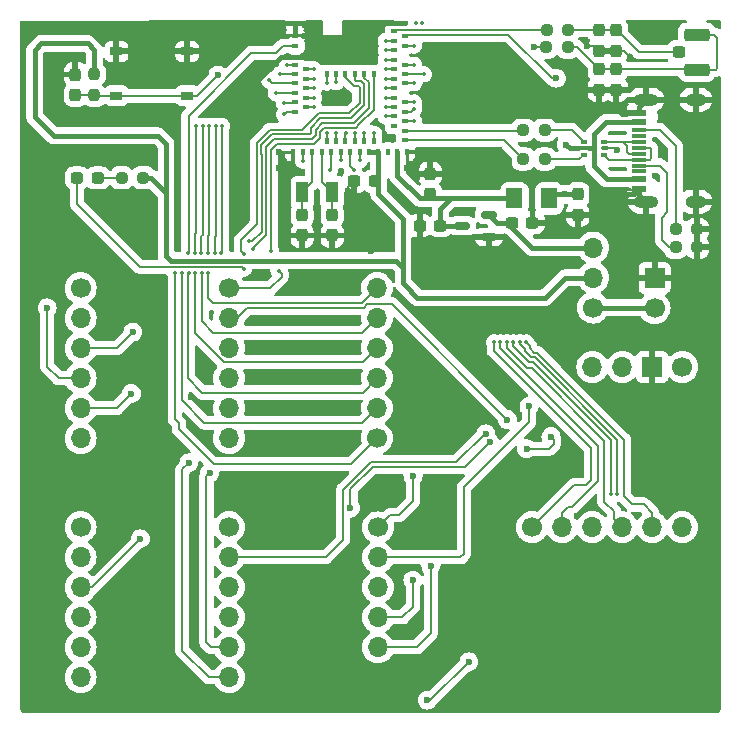
<source format=gtl>
G04 #@! TF.GenerationSoftware,KiCad,Pcbnew,8.0.3*
G04 #@! TF.CreationDate,2024-08-20T17:09:34+02:00*
G04 #@! TF.ProjectId,MDBT50Q-breakout,4d444254-3530-4512-9d62-7265616b6f75,rev?*
G04 #@! TF.SameCoordinates,Original*
G04 #@! TF.FileFunction,Copper,L1,Top*
G04 #@! TF.FilePolarity,Positive*
%FSLAX46Y46*%
G04 Gerber Fmt 4.6, Leading zero omitted, Abs format (unit mm)*
G04 Created by KiCad (PCBNEW 8.0.3) date 2024-08-20 17:09:34*
%MOMM*%
%LPD*%
G01*
G04 APERTURE LIST*
G04 Aperture macros list*
%AMRoundRect*
0 Rectangle with rounded corners*
0 $1 Rounding radius*
0 $2 $3 $4 $5 $6 $7 $8 $9 X,Y pos of 4 corners*
0 Add a 4 corners polygon primitive as box body*
4,1,4,$2,$3,$4,$5,$6,$7,$8,$9,$2,$3,0*
0 Add four circle primitives for the rounded corners*
1,1,$1+$1,$2,$3*
1,1,$1+$1,$4,$5*
1,1,$1+$1,$6,$7*
1,1,$1+$1,$8,$9*
0 Add four rect primitives between the rounded corners*
20,1,$1+$1,$2,$3,$4,$5,0*
20,1,$1+$1,$4,$5,$6,$7,0*
20,1,$1+$1,$6,$7,$8,$9,0*
20,1,$1+$1,$8,$9,$2,$3,0*%
G04 Aperture macros list end*
G04 #@! TA.AperFunction,SMDPad,CuDef*
%ADD10RoundRect,0.237500X0.250000X0.237500X-0.250000X0.237500X-0.250000X-0.237500X0.250000X-0.237500X0*%
G04 #@! TD*
G04 #@! TA.AperFunction,SMDPad,CuDef*
%ADD11R,1.150000X0.600000*%
G04 #@! TD*
G04 #@! TA.AperFunction,SMDPad,CuDef*
%ADD12R,1.150000X0.300000*%
G04 #@! TD*
G04 #@! TA.AperFunction,ComponentPad*
%ADD13O,2.100000X1.000000*%
G04 #@! TD*
G04 #@! TA.AperFunction,ComponentPad*
%ADD14O,1.800000X1.000000*%
G04 #@! TD*
G04 #@! TA.AperFunction,SMDPad,CuDef*
%ADD15RoundRect,0.237500X0.237500X-0.300000X0.237500X0.300000X-0.237500X0.300000X-0.237500X-0.300000X0*%
G04 #@! TD*
G04 #@! TA.AperFunction,SMDPad,CuDef*
%ADD16RoundRect,0.237500X-0.250000X-0.237500X0.250000X-0.237500X0.250000X0.237500X-0.250000X0.237500X0*%
G04 #@! TD*
G04 #@! TA.AperFunction,ComponentPad*
%ADD17C,1.700000*%
G04 #@! TD*
G04 #@! TA.AperFunction,ComponentPad*
%ADD18O,1.700000X1.700000*%
G04 #@! TD*
G04 #@! TA.AperFunction,SMDPad,CuDef*
%ADD19RoundRect,0.237500X-0.237500X0.250000X-0.237500X-0.250000X0.237500X-0.250000X0.237500X0.250000X0*%
G04 #@! TD*
G04 #@! TA.AperFunction,SMDPad,CuDef*
%ADD20RoundRect,0.237500X-0.287500X-0.237500X0.287500X-0.237500X0.287500X0.237500X-0.287500X0.237500X0*%
G04 #@! TD*
G04 #@! TA.AperFunction,SMDPad,CuDef*
%ADD21RoundRect,0.237500X-0.300000X-0.237500X0.300000X-0.237500X0.300000X0.237500X-0.300000X0.237500X0*%
G04 #@! TD*
G04 #@! TA.AperFunction,SMDPad,CuDef*
%ADD22RoundRect,0.237500X-0.237500X0.300000X-0.237500X-0.300000X0.237500X-0.300000X0.237500X0.300000X0*%
G04 #@! TD*
G04 #@! TA.AperFunction,ComponentPad*
%ADD23R,1.700000X1.700000*%
G04 #@! TD*
G04 #@! TA.AperFunction,SMDPad,CuDef*
%ADD24RoundRect,0.250000X-0.275000X-0.250000X0.275000X-0.250000X0.275000X0.250000X-0.275000X0.250000X0*%
G04 #@! TD*
G04 #@! TA.AperFunction,SMDPad,CuDef*
%ADD25RoundRect,0.250000X-0.850000X-0.275000X0.850000X-0.275000X0.850000X0.275000X-0.850000X0.275000X0*%
G04 #@! TD*
G04 #@! TA.AperFunction,SMDPad,CuDef*
%ADD26R,1.000000X1.800000*%
G04 #@! TD*
G04 #@! TA.AperFunction,SMDPad,CuDef*
%ADD27R,0.600000X0.400000*%
G04 #@! TD*
G04 #@! TA.AperFunction,SMDPad,CuDef*
%ADD28R,0.400000X0.600000*%
G04 #@! TD*
G04 #@! TA.AperFunction,SMDPad,CuDef*
%ADD29RoundRect,0.093750X0.156250X0.093750X-0.156250X0.093750X-0.156250X-0.093750X0.156250X-0.093750X0*%
G04 #@! TD*
G04 #@! TA.AperFunction,SMDPad,CuDef*
%ADD30RoundRect,0.075000X0.250000X0.075000X-0.250000X0.075000X-0.250000X-0.075000X0.250000X-0.075000X0*%
G04 #@! TD*
G04 #@! TA.AperFunction,SMDPad,CuDef*
%ADD31RoundRect,0.237500X0.300000X0.237500X-0.300000X0.237500X-0.300000X-0.237500X0.300000X-0.237500X0*%
G04 #@! TD*
G04 #@! TA.AperFunction,SMDPad,CuDef*
%ADD32R,1.000000X0.750000*%
G04 #@! TD*
G04 #@! TA.AperFunction,SMDPad,CuDef*
%ADD33RoundRect,0.150000X0.512500X0.150000X-0.512500X0.150000X-0.512500X-0.150000X0.512500X-0.150000X0*%
G04 #@! TD*
G04 #@! TA.AperFunction,SMDPad,CuDef*
%ADD34RoundRect,0.250001X0.462499X0.624999X-0.462499X0.624999X-0.462499X-0.624999X0.462499X-0.624999X0*%
G04 #@! TD*
G04 #@! TA.AperFunction,ViaPad*
%ADD35C,0.600000*%
G04 #@! TD*
G04 #@! TA.AperFunction,ViaPad*
%ADD36C,0.350000*%
G04 #@! TD*
G04 #@! TA.AperFunction,Conductor*
%ADD37C,0.400000*%
G04 #@! TD*
G04 #@! TA.AperFunction,Conductor*
%ADD38C,0.200000*%
G04 #@! TD*
G04 #@! TA.AperFunction,Conductor*
%ADD39C,0.300000*%
G04 #@! TD*
G04 APERTURE END LIST*
D10*
X97200000Y-101800000D03*
X95375000Y-101800000D03*
D11*
X105220000Y-104300000D03*
X105220000Y-103500000D03*
D12*
X105220000Y-102350000D03*
X105220000Y-101350000D03*
X105220000Y-100850000D03*
X105220000Y-99850000D03*
D11*
X105220000Y-97900000D03*
X105220000Y-98700000D03*
D12*
X105220000Y-99350000D03*
X105220000Y-100350000D03*
X105220000Y-101850000D03*
X105220000Y-102850000D03*
D13*
X105795000Y-105420000D03*
X105795000Y-96780000D03*
D14*
X109975000Y-105420000D03*
X109975000Y-96780000D03*
D15*
X100000000Y-106525000D03*
X100000000Y-104800000D03*
X101800000Y-95925000D03*
X101800000Y-94200000D03*
D16*
X97350000Y-90860000D03*
X99175000Y-90860000D03*
D17*
X83015000Y-125415000D03*
D18*
X83015000Y-122875000D03*
X83015000Y-120335000D03*
X83015000Y-117795000D03*
X83015000Y-115255000D03*
X83015000Y-112715000D03*
D10*
X99162500Y-92325000D03*
X97337500Y-92325000D03*
D17*
X70470000Y-132970000D03*
D18*
X70470000Y-135510000D03*
X70470000Y-138050000D03*
X70470000Y-140590000D03*
X70470000Y-143130000D03*
X70470000Y-145670000D03*
D16*
X108275000Y-107750000D03*
X110100000Y-107750000D03*
D19*
X59060000Y-94596053D03*
X59060000Y-96421053D03*
D20*
X57602500Y-103400000D03*
X59352500Y-103400000D03*
D21*
X94437500Y-107200000D03*
X96162500Y-107200000D03*
D22*
X79200000Y-106550000D03*
X79200000Y-108275000D03*
D10*
X63202500Y-103390000D03*
X61377500Y-103390000D03*
D17*
X106500000Y-114410000D03*
D23*
X106500000Y-111870000D03*
D10*
X97212500Y-99350000D03*
X95387500Y-99350000D03*
D22*
X101800000Y-90900000D03*
X101800000Y-92625000D03*
D17*
X57900000Y-132970000D03*
D18*
X57900000Y-135510000D03*
X57900000Y-138050000D03*
X57900000Y-140590000D03*
X57900000Y-143130000D03*
X57900000Y-145670000D03*
D17*
X101300000Y-114375000D03*
D18*
X101300000Y-111835000D03*
X101300000Y-109295000D03*
D22*
X103250000Y-90900000D03*
X103250000Y-92625000D03*
D24*
X108550000Y-92750000D03*
D25*
X110075000Y-91275000D03*
X110075000Y-94225000D03*
D17*
X83080000Y-132980000D03*
D18*
X83080000Y-135520000D03*
X83080000Y-138060000D03*
X83080000Y-140600000D03*
X83080000Y-143140000D03*
D26*
X79175000Y-104625000D03*
X76675000Y-104625000D03*
D27*
X76072500Y-90300000D03*
X76072500Y-91400000D03*
X76072500Y-92200000D03*
X76072500Y-93800000D03*
X76972500Y-94200000D03*
X76072500Y-94600000D03*
X76972500Y-95000000D03*
X76072500Y-95400000D03*
X76972500Y-95800000D03*
X76072500Y-96200000D03*
X76972500Y-96600000D03*
X76072500Y-97000000D03*
X76972500Y-97400000D03*
X76072500Y-97800000D03*
D28*
X75922500Y-101200000D03*
X76722500Y-101200000D03*
X77522500Y-101200000D03*
X78322500Y-101200000D03*
X78722500Y-100300000D03*
X79122500Y-101200000D03*
X79522500Y-100300000D03*
X79922500Y-101200000D03*
X80322500Y-100300000D03*
X80722500Y-101200000D03*
X81122500Y-100300000D03*
X81522500Y-101200000D03*
X81922500Y-100300000D03*
X82322500Y-101200000D03*
X82722500Y-100300000D03*
X83122500Y-101200000D03*
X83922500Y-101200000D03*
X84722500Y-101200000D03*
X85522500Y-101200000D03*
D27*
X85372500Y-100200000D03*
X85372500Y-99400000D03*
X84472500Y-99000000D03*
X85372500Y-98600000D03*
X84472500Y-98200000D03*
X85372500Y-97800000D03*
X84472500Y-97400000D03*
X85372500Y-97000000D03*
X84472500Y-96600000D03*
X84472500Y-95800000D03*
X85372500Y-95400000D03*
X84472500Y-95000000D03*
X85372500Y-94600000D03*
X84472500Y-94200000D03*
X85372500Y-93800000D03*
X84472500Y-93400000D03*
X84472500Y-92600000D03*
X85372500Y-92200000D03*
X84472500Y-91800000D03*
X85372500Y-91400000D03*
X84472500Y-91000000D03*
X85372500Y-90300000D03*
D28*
X78722500Y-94600000D03*
X79522500Y-94600000D03*
X80322500Y-94600000D03*
X81122500Y-94600000D03*
X81922500Y-94600000D03*
X82722500Y-94600000D03*
D17*
X57910000Y-112740000D03*
D18*
X57910000Y-115280000D03*
X57910000Y-117820000D03*
X57910000Y-120360000D03*
X57910000Y-122900000D03*
X57910000Y-125440000D03*
D17*
X70470000Y-112727500D03*
D18*
X70470000Y-115267500D03*
X70470000Y-117807500D03*
X70470000Y-120347500D03*
X70470000Y-122887500D03*
X70470000Y-125427500D03*
D29*
X102200000Y-100350000D03*
D30*
X102275000Y-100887500D03*
D29*
X102200000Y-101425000D03*
X100500000Y-101425000D03*
D30*
X100425000Y-100887500D03*
D29*
X100500000Y-100350000D03*
D15*
X87500000Y-104775000D03*
X87500000Y-103050000D03*
D31*
X88362500Y-107450000D03*
X86637500Y-107450000D03*
D17*
X96140000Y-132975000D03*
D18*
X98680000Y-132975000D03*
X101220000Y-132975000D03*
X103760000Y-132975000D03*
X106300000Y-132975000D03*
X108840000Y-132975000D03*
D32*
X66935000Y-96433553D03*
X60935000Y-96433553D03*
X66935000Y-92683553D03*
X60935000Y-92683553D03*
D15*
X103250000Y-95925000D03*
X103250000Y-94200000D03*
D31*
X82800000Y-103675000D03*
X81075000Y-103675000D03*
D33*
X92475000Y-108400000D03*
X92475000Y-106500000D03*
X90200000Y-107450000D03*
D10*
X110112500Y-109275000D03*
X108287500Y-109275000D03*
D15*
X57460000Y-96371053D03*
X57460000Y-94646053D03*
D34*
X97600000Y-105125000D03*
X94625000Y-105125000D03*
D17*
X108850000Y-119400000D03*
D23*
X106310000Y-119400000D03*
D18*
X103770000Y-119400000D03*
X101230000Y-119400000D03*
D22*
X76650000Y-106550000D03*
X76650000Y-108275000D03*
D35*
X55770000Y-110910000D03*
X60890000Y-111380000D03*
X59050000Y-130320000D03*
X60170000Y-141760000D03*
X99010000Y-117510000D03*
X59750000Y-139230000D03*
X86090000Y-141540000D03*
X85270000Y-136500000D03*
X90810000Y-114840000D03*
X85200000Y-116530000D03*
X60360000Y-119100000D03*
X78170000Y-134200000D03*
X78350000Y-131480000D03*
X67230000Y-121970000D03*
X88610000Y-137190000D03*
X82930000Y-98720000D03*
X76910000Y-93140000D03*
X60430000Y-113800000D03*
X71490000Y-106390000D03*
X80510000Y-96640000D03*
X76950000Y-123180000D03*
X99960000Y-132020000D03*
X87710000Y-130690000D03*
X76780000Y-113080000D03*
X78620000Y-112870000D03*
X78160000Y-126010000D03*
X68810000Y-125270000D03*
X76900000Y-119940000D03*
X76930000Y-117770000D03*
X76960000Y-115460000D03*
X94040000Y-123860000D03*
X95660000Y-126340000D03*
X97730000Y-125310000D03*
X78030000Y-142550000D03*
X78420000Y-137930000D03*
X65340000Y-133100000D03*
X65510000Y-126360000D03*
X94200000Y-128040000D03*
X93980000Y-121690000D03*
X63940000Y-94620000D03*
X66140000Y-103900000D03*
X56590000Y-97780000D03*
X83630000Y-128850000D03*
X82530000Y-109560000D03*
X82090000Y-108180000D03*
X62550000Y-107100000D03*
D36*
X71730000Y-111100000D03*
X71716751Y-109825000D03*
D35*
X103830000Y-104780000D03*
X104050000Y-97950000D03*
X91270000Y-110360000D03*
X80570000Y-104510000D03*
X69530000Y-94690000D03*
D36*
X72180000Y-108780000D03*
X72525000Y-109430000D03*
X74660000Y-111250000D03*
X74030000Y-109580000D03*
X65880000Y-111450000D03*
X67030000Y-109730000D03*
X66493625Y-111450000D03*
X67043412Y-111465421D03*
X68153625Y-111460000D03*
X67593386Y-111459865D03*
X68703628Y-111450000D03*
X68689994Y-109730000D03*
X68130000Y-109730000D03*
X69239997Y-109730000D03*
X67579997Y-109730000D03*
X69790000Y-109730000D03*
X67689997Y-99000000D03*
X68240000Y-99000000D03*
X68799994Y-99000000D03*
X69349997Y-99000000D03*
X69900000Y-99000000D03*
D35*
X62330000Y-116450000D03*
X62190000Y-121660000D03*
X55070000Y-114400000D03*
D36*
X77670000Y-97420000D03*
X77670000Y-96620000D03*
X77670000Y-95800000D03*
X77670000Y-95010000D03*
X77670000Y-94200000D03*
X75140000Y-98020000D03*
X75090000Y-97020000D03*
X74430000Y-96220000D03*
X73850000Y-95125000D03*
X74760000Y-94610000D03*
X75360000Y-93810000D03*
X78730000Y-95340000D03*
X79530000Y-95320000D03*
D35*
X67070000Y-127520000D03*
D36*
X76720000Y-101940000D03*
D35*
X62960000Y-133960000D03*
X68830000Y-128380000D03*
X80750000Y-131350000D03*
X92540000Y-125800000D03*
X92210000Y-125071233D03*
X87260000Y-147620000D03*
X90770000Y-144370000D03*
X95870000Y-122750000D03*
D36*
X93999991Y-117325000D03*
X83725000Y-95800000D03*
X95650000Y-117325000D03*
X86975000Y-94625000D03*
X86150000Y-97000000D03*
X92899985Y-117325000D03*
X93449988Y-117325000D03*
X83725000Y-96600000D03*
X95099997Y-117325000D03*
X83725000Y-95000000D03*
X103350000Y-130125000D03*
X94549994Y-117325000D03*
X102800000Y-130125000D03*
X86150000Y-95400000D03*
X83725000Y-94200000D03*
D35*
X87560000Y-136240000D03*
D36*
X81540000Y-101890000D03*
D35*
X86050000Y-128610000D03*
D36*
X80340000Y-99620000D03*
X82720000Y-99610000D03*
X81930000Y-99610000D03*
D35*
X86040000Y-137460000D03*
D36*
X86150000Y-92200000D03*
D35*
X104450000Y-93200000D03*
X86350000Y-103425000D03*
X83175000Y-90400000D03*
X76925000Y-91425000D03*
X86375000Y-102425000D03*
D36*
X86275000Y-90325000D03*
D35*
X76925000Y-90425000D03*
X74000000Y-90400000D03*
X103325000Y-101050000D03*
X85525000Y-102550000D03*
X106600000Y-90875000D03*
X74875000Y-90400000D03*
X75900000Y-102600000D03*
X74875000Y-91400000D03*
X84450000Y-104500000D03*
X103225000Y-97450000D03*
X74675000Y-102575000D03*
D36*
X86800000Y-90325000D03*
D35*
X86675000Y-101200000D03*
X74000000Y-91400000D03*
X74675000Y-101200000D03*
X100750000Y-92200000D03*
X98175000Y-94950000D03*
D36*
X83725000Y-92600000D03*
X79930000Y-101890000D03*
X79530000Y-99620000D03*
X81130000Y-99610000D03*
X79050000Y-102740000D03*
X81051281Y-102763033D03*
X86150000Y-98600000D03*
X86150000Y-97550000D03*
X83725000Y-93400000D03*
X83725000Y-98200000D03*
X86150000Y-93800000D03*
X78730000Y-99620000D03*
X83725000Y-91800000D03*
D35*
X96250000Y-92325000D03*
D36*
X83725000Y-97400000D03*
D35*
X98925000Y-104775000D03*
X99025000Y-100575000D03*
D37*
X105225000Y-114375000D02*
X105260000Y-114410000D01*
X105260000Y-114410000D02*
X106500000Y-114410000D01*
D38*
X60950000Y-122900000D02*
X57910000Y-122900000D01*
X62190000Y-121660000D02*
X60950000Y-122900000D01*
X62330000Y-116450000D02*
X60960000Y-117820000D01*
X60960000Y-117820000D02*
X57910000Y-117820000D01*
D37*
X71490000Y-106390000D02*
X71700000Y-106180000D01*
X74850000Y-93140000D02*
X76910000Y-93140000D01*
X71700000Y-106180000D02*
X71700000Y-96290000D01*
X71700000Y-96290000D02*
X74850000Y-93140000D01*
D38*
X79050000Y-102740000D02*
X79122500Y-102667500D01*
X79122500Y-102667500D02*
X79122500Y-101200000D01*
X65880000Y-111450000D02*
X65880000Y-123810000D01*
X80800000Y-127630000D02*
X83015000Y-125415000D01*
X66230000Y-124160000D02*
X66230000Y-124690000D01*
X66230000Y-124690000D02*
X69170000Y-127630000D01*
X69170000Y-127630000D02*
X80800000Y-127630000D01*
X65880000Y-123810000D02*
X66230000Y-124160000D01*
X84285000Y-114105000D02*
X82190686Y-114105000D01*
X82190686Y-114105000D02*
X81875686Y-114420000D01*
X81875686Y-114420000D02*
X72000000Y-114420000D01*
X72000000Y-114420000D02*
X71130000Y-115290000D01*
X94040000Y-123860000D02*
X84285000Y-114105000D01*
X71130000Y-115290000D02*
X70492500Y-115290000D01*
X70492500Y-115290000D02*
X70470000Y-115267500D01*
X95660000Y-126340000D02*
X97550000Y-126340000D01*
X97550000Y-126340000D02*
X97970000Y-125920000D01*
X97970000Y-125920000D02*
X97970000Y-125550000D01*
X97970000Y-125550000D02*
X97730000Y-125310000D01*
X71540000Y-110910000D02*
X62890000Y-110910000D01*
X62890000Y-110910000D02*
X57602500Y-105622500D01*
X57602500Y-105622500D02*
X57602500Y-103400000D01*
X71730000Y-111100000D02*
X71540000Y-110910000D01*
X67593386Y-111459865D02*
X67580000Y-111473251D01*
X67580000Y-111473251D02*
X67580000Y-116543846D01*
X67580000Y-116543846D02*
X70006154Y-118970000D01*
X70006154Y-118970000D02*
X81840000Y-118970000D01*
X81840000Y-118970000D02*
X83015000Y-117795000D01*
X68703628Y-111450000D02*
X68703628Y-113593628D01*
X68703628Y-113593628D02*
X69130000Y-114020000D01*
X69130000Y-114020000D02*
X81710000Y-114020000D01*
X81710000Y-114020000D02*
X83015000Y-112715000D01*
X68153625Y-115543625D02*
X69120000Y-116510000D01*
X68153625Y-111460000D02*
X68153625Y-115543625D01*
X78810000Y-116510000D02*
X78820000Y-116520000D01*
X78820000Y-116520000D02*
X81750000Y-116520000D01*
X69120000Y-116510000D02*
X78810000Y-116510000D01*
X81750000Y-116520000D02*
X83015000Y-115255000D01*
X67043412Y-111465421D02*
X66980000Y-111528833D01*
X66980000Y-111528833D02*
X66980000Y-120360000D01*
X66980000Y-120360000D02*
X68190000Y-121570000D01*
X81780000Y-121570000D02*
X83015000Y-120335000D01*
X68190000Y-121570000D02*
X81780000Y-121570000D01*
X66493625Y-111450000D02*
X66493625Y-122233625D01*
X66493625Y-122233625D02*
X68390000Y-124130000D01*
X68390000Y-124130000D02*
X81760000Y-124130000D01*
X81760000Y-124130000D02*
X83015000Y-122875000D01*
X71450000Y-108680000D02*
X71450000Y-109558249D01*
X71450000Y-109558249D02*
X71716751Y-109825000D01*
X78046191Y-97935000D02*
X80651814Y-97935000D01*
X81522500Y-95712500D02*
X81410000Y-95600000D01*
X72810000Y-107320000D02*
X72810000Y-100454314D01*
X71450000Y-108680000D02*
X72810000Y-107320000D01*
X76671191Y-99310000D02*
X78046191Y-97935000D01*
X73832157Y-99432158D02*
X73954315Y-99310000D01*
X73954315Y-99310000D02*
X76671191Y-99310000D01*
X80651814Y-97935000D02*
X81522500Y-97064314D01*
X72810000Y-100454314D02*
X73684314Y-99580000D01*
X81522500Y-97064314D02*
X81522500Y-95712500D01*
X73684314Y-99580000D02*
X73832157Y-99432158D01*
X81410000Y-95600000D02*
X81056814Y-95600000D01*
X81056814Y-95600000D02*
X80322500Y-94865686D01*
X80322500Y-94865686D02*
X80322500Y-94600000D01*
X73220000Y-101390000D02*
X73210000Y-101380000D01*
X73210000Y-100620000D02*
X74120000Y-99710000D01*
X72180000Y-108780000D02*
X72420000Y-108780000D01*
X77400000Y-99604314D02*
X77400000Y-99146876D01*
X81646814Y-95200000D02*
X81222500Y-95200000D01*
X72420000Y-108780000D02*
X73220000Y-107980000D01*
X73210000Y-101380000D02*
X73210000Y-100620000D01*
X74120000Y-99710000D02*
X77294314Y-99710000D01*
X77294314Y-99710000D02*
X77400000Y-99604314D01*
X73220000Y-107980000D02*
X73220000Y-101390000D01*
X78211876Y-98335000D02*
X80825000Y-98335000D01*
X77400000Y-99146876D02*
X78211876Y-98335000D01*
X80825000Y-98335000D02*
X80825000Y-98327500D01*
X81922500Y-95475686D02*
X81646814Y-95200000D01*
X80825000Y-98327500D02*
X81922500Y-97230000D01*
X81922500Y-97230000D02*
X81922500Y-95475686D01*
X81222500Y-95200000D02*
X81122500Y-95100000D01*
X81122500Y-95100000D02*
X81122500Y-94600000D01*
X85372500Y-91400000D02*
X85492500Y-91280000D01*
X97800000Y-94950000D02*
X98175000Y-94950000D01*
X85492500Y-91280000D02*
X94130000Y-91280000D01*
X94130000Y-91280000D02*
X97800000Y-94950000D01*
D37*
X103830000Y-104780000D02*
X104740000Y-104780000D01*
X104740000Y-104780000D02*
X105220000Y-104300000D01*
X104050000Y-97950000D02*
X103725000Y-97950000D01*
X103725000Y-97950000D02*
X103225000Y-97450000D01*
X105220000Y-97900000D02*
X104100000Y-97900000D01*
X104100000Y-97900000D02*
X104050000Y-97950000D01*
D38*
X86050000Y-128610000D02*
X86050000Y-130760000D01*
X86050000Y-130760000D02*
X84870000Y-131940000D01*
X84870000Y-131940000D02*
X84120000Y-131940000D01*
X84120000Y-131940000D02*
X83080000Y-132980000D01*
X95650000Y-117325000D02*
X95950000Y-117625000D01*
X95950000Y-117625000D02*
X95950000Y-117820000D01*
X95950000Y-117820000D02*
X96320000Y-118190000D01*
X96320000Y-118190000D02*
X96533934Y-118190000D01*
X96533934Y-118190000D02*
X103900000Y-125556066D01*
X103900000Y-125556066D02*
X103900000Y-128850000D01*
X103349997Y-130124997D02*
X103349997Y-125571749D01*
X95099997Y-117446749D02*
X95099997Y-117325000D01*
X103349997Y-125571749D02*
X96368248Y-118590000D01*
X96368248Y-118590000D02*
X96055686Y-118590000D01*
X96055686Y-118590000D02*
X95550000Y-118084314D01*
X103350000Y-130125000D02*
X103349997Y-130124997D01*
X95550000Y-118084314D02*
X95550000Y-117896752D01*
X95550000Y-117896752D02*
X95099997Y-117446749D01*
X102799994Y-130124994D02*
X102799994Y-125599994D01*
X102799994Y-125599994D02*
X96190000Y-118990000D01*
X96190000Y-118990000D02*
X95890000Y-118990000D01*
X95890000Y-118990000D02*
X94549994Y-117649994D01*
X102800000Y-130125000D02*
X102799994Y-130124994D01*
X94549994Y-117649994D02*
X94549994Y-117325000D01*
X93999991Y-117325000D02*
X93999991Y-117769991D01*
X93999991Y-117769991D02*
X95720000Y-119490000D01*
X96090000Y-119490000D02*
X102249991Y-125649991D01*
X95720000Y-119490000D02*
X96090000Y-119490000D01*
X102249991Y-125649991D02*
X102249991Y-128850000D01*
X93449988Y-117325000D02*
X93449988Y-117829988D01*
X93449988Y-117829988D02*
X101699988Y-126079988D01*
X101699988Y-126079988D02*
X101699988Y-128850000D01*
X101149985Y-128850000D02*
X101149985Y-126279985D01*
X101149985Y-126279985D02*
X92899985Y-118029985D01*
X92899985Y-118029985D02*
X92899985Y-117325000D01*
X95870000Y-122750000D02*
X95870000Y-124060000D01*
X95870000Y-124060000D02*
X90340000Y-129590000D01*
X94549994Y-117325000D02*
X94549994Y-117349994D01*
X94549994Y-117349994D02*
X94624997Y-117424997D01*
X80570000Y-104510000D02*
X80570000Y-104180000D01*
X80570000Y-104180000D02*
X81075000Y-103675000D01*
X61377500Y-103390000D02*
X59362500Y-103390000D01*
X59362500Y-103390000D02*
X59352500Y-103400000D01*
D37*
X65150000Y-104710000D02*
X65150000Y-100550000D01*
X65150000Y-109990000D02*
X65150000Y-104710000D01*
X65150000Y-104710000D02*
X63830000Y-103390000D01*
X63830000Y-103390000D02*
X63202500Y-103390000D01*
X65150000Y-100550000D02*
X64430000Y-99830000D01*
X59060000Y-92570000D02*
X59060000Y-94596053D01*
X69400000Y-110400000D02*
X65560000Y-110400000D01*
X65560000Y-110400000D02*
X65150000Y-109990000D01*
X54570000Y-92000000D02*
X58490000Y-92000000D01*
X64430000Y-99830000D02*
X55610000Y-99830000D01*
X55610000Y-99830000D02*
X54010000Y-98230000D01*
X54010000Y-98230000D02*
X54010000Y-92560000D01*
X58490000Y-92000000D02*
X59060000Y-92570000D01*
X54010000Y-92560000D02*
X54570000Y-92000000D01*
D38*
X69530000Y-94690000D02*
X67786447Y-96433553D01*
X67786447Y-96433553D02*
X66935000Y-96433553D01*
X72525000Y-109430000D02*
X72525000Y-109355000D01*
X72525000Y-109355000D02*
X73620000Y-108260000D01*
X81922500Y-94600000D02*
X81922500Y-94910000D01*
X81922500Y-94910000D02*
X82322500Y-95310000D01*
X77800000Y-99312562D02*
X77800000Y-99770000D01*
X73620000Y-100800000D02*
X73620000Y-108260000D01*
X82322500Y-95310000D02*
X82322500Y-97457500D01*
X78377562Y-98735000D02*
X77800000Y-99312562D01*
X81045000Y-98735000D02*
X78377562Y-98735000D01*
X77800000Y-99770000D02*
X77460000Y-100110000D01*
X77460000Y-100110000D02*
X74310000Y-100110000D01*
X74310000Y-100110000D02*
X73620000Y-100800000D01*
X82322500Y-97457500D02*
X81045000Y-98735000D01*
X74660000Y-111250000D02*
X74940000Y-111530000D01*
X74940000Y-111530000D02*
X74940000Y-111750000D01*
X73962500Y-112727500D02*
X70470000Y-112727500D01*
X74940000Y-111750000D02*
X73962500Y-112727500D01*
X74020000Y-109530000D02*
X74030000Y-109540000D01*
X74020000Y-101550000D02*
X74020000Y-109530000D01*
X76072500Y-92200000D02*
X75050000Y-92200000D01*
X74430000Y-92820000D02*
X72340000Y-92820000D01*
X75050000Y-92200000D02*
X74430000Y-92820000D01*
X72340000Y-92820000D02*
X67040000Y-98120000D01*
X67040000Y-98120000D02*
X67040000Y-109720000D01*
X67040000Y-109720000D02*
X67030000Y-109730000D01*
X67689997Y-108050003D02*
X67579997Y-108160003D01*
X67579997Y-108160003D02*
X67579997Y-109730000D01*
X68240000Y-108230000D02*
X68130000Y-108340000D01*
X68130000Y-108340000D02*
X68130000Y-109730000D01*
X68799994Y-108235691D02*
X68689994Y-108345691D01*
X68689994Y-108345691D02*
X68689994Y-109730000D01*
X69349997Y-99000000D02*
X69349997Y-108310003D01*
X69349997Y-108310003D02*
X69239997Y-108420003D01*
X69239997Y-108420003D02*
X69239997Y-109730000D01*
X69900000Y-99000000D02*
X69900000Y-109620000D01*
X69900000Y-109620000D02*
X69790000Y-109730000D01*
X68799994Y-99000000D02*
X68799994Y-108235691D01*
X68240000Y-99000000D02*
X68240000Y-108230000D01*
X67689997Y-99000000D02*
X67689997Y-108050003D01*
X55070000Y-114400000D02*
X55070000Y-119380000D01*
X55070000Y-119380000D02*
X56050000Y-120360000D01*
X56050000Y-120360000D02*
X57910000Y-120360000D01*
X75140000Y-98020000D02*
X75360000Y-97800000D01*
X75360000Y-97800000D02*
X76072500Y-97800000D01*
X75090000Y-97020000D02*
X76052500Y-97020000D01*
X76052500Y-97020000D02*
X76072500Y-97000000D01*
X76052500Y-96220000D02*
X76072500Y-96200000D01*
X74430000Y-96220000D02*
X76052500Y-96220000D01*
X73850000Y-95125000D02*
X74125000Y-95400000D01*
X74125000Y-95400000D02*
X76072500Y-95400000D01*
X74760000Y-94610000D02*
X76062500Y-94610000D01*
X76062500Y-94610000D02*
X76072500Y-94600000D01*
X75360000Y-93810000D02*
X76062500Y-93810000D01*
X76062500Y-93810000D02*
X76072500Y-93800000D01*
X77670000Y-97420000D02*
X76992500Y-97420000D01*
X76992500Y-97420000D02*
X76972500Y-97400000D01*
X77670000Y-96620000D02*
X76992500Y-96620000D01*
X76992500Y-96620000D02*
X76972500Y-96600000D01*
X77670000Y-95800000D02*
X76972500Y-95800000D01*
X77670000Y-95010000D02*
X76982500Y-95010000D01*
X76982500Y-95010000D02*
X76972500Y-95000000D01*
X77670000Y-94200000D02*
X76972500Y-94200000D01*
D37*
X85200000Y-110990000D02*
X85200000Y-106850000D01*
X85200000Y-112325000D02*
X85200000Y-110990000D01*
D38*
X78722500Y-94600000D02*
X78722500Y-95332500D01*
X78722500Y-95332500D02*
X78730000Y-95340000D01*
X79522500Y-94600000D02*
X79522500Y-95312500D01*
X79522500Y-95312500D02*
X79530000Y-95320000D01*
X74516471Y-100510000D02*
X74020000Y-101006471D01*
X78543248Y-99135000D02*
X78200000Y-99478248D01*
X75510000Y-100510000D02*
X74516471Y-100510000D01*
X81215000Y-99135000D02*
X81110000Y-99135000D01*
X74020000Y-101006471D02*
X74020000Y-101550000D01*
X78200000Y-99990000D02*
X77680000Y-100510000D01*
X78200000Y-99478248D02*
X78200000Y-99990000D01*
X81110000Y-99135000D02*
X78543248Y-99135000D01*
X82722500Y-97627500D02*
X81490000Y-98860000D01*
X82722500Y-94600000D02*
X82722500Y-97627500D01*
X81490000Y-98860000D02*
X81215000Y-99135000D01*
X77680000Y-100510000D02*
X75510000Y-100510000D01*
X82454314Y-127470000D02*
X80130000Y-129794314D01*
X80130000Y-129794314D02*
X80130000Y-134020000D01*
X92108767Y-125071233D02*
X89710000Y-127470000D01*
X92210000Y-125071233D02*
X92108767Y-125071233D01*
X89710000Y-127470000D02*
X82454314Y-127470000D01*
X80130000Y-134020000D02*
X78640000Y-135510000D01*
X78640000Y-135510000D02*
X70470000Y-135510000D01*
X92540000Y-125800000D02*
X90460000Y-127880000D01*
X80750000Y-129740000D02*
X80750000Y-131350000D01*
X90460000Y-127880000D02*
X88670000Y-127880000D01*
X88660000Y-127870000D02*
X82620000Y-127870000D01*
X82620000Y-127870000D02*
X80750000Y-129740000D01*
X88670000Y-127880000D02*
X88660000Y-127870000D01*
X68560000Y-142730000D02*
X68960000Y-143130000D01*
X68830000Y-128380000D02*
X68560000Y-128650000D01*
X68960000Y-143130000D02*
X70470000Y-143130000D01*
X68560000Y-128650000D02*
X68560000Y-142730000D01*
X67070000Y-127520000D02*
X66510000Y-128080000D01*
X66510000Y-128080000D02*
X66510000Y-143420000D01*
X66510000Y-143420000D02*
X68760000Y-145670000D01*
X68760000Y-145670000D02*
X70470000Y-145670000D01*
X76722500Y-101200000D02*
X76722500Y-101937500D01*
X76722500Y-101937500D02*
X76720000Y-101940000D01*
D37*
X86425000Y-113550000D02*
X97225000Y-113550000D01*
X97225000Y-113550000D02*
X98940000Y-111835000D01*
X98940000Y-111835000D02*
X101300000Y-111835000D01*
X85350000Y-112475000D02*
X85200000Y-112325000D01*
X85200000Y-106850000D02*
X83122500Y-104772500D01*
X83122500Y-104772500D02*
X83122500Y-101200000D01*
D38*
X62960000Y-133960000D02*
X58870000Y-138050000D01*
X58870000Y-138050000D02*
X57900000Y-138050000D01*
X87520000Y-147620000D02*
X90770000Y-144370000D01*
X87260000Y-147620000D02*
X87520000Y-147620000D01*
X90340000Y-129590000D02*
X90340000Y-135230000D01*
X90340000Y-135230000D02*
X90050000Y-135520000D01*
X90050000Y-135520000D02*
X83080000Y-135520000D01*
X84472500Y-95800000D02*
X83725000Y-95800000D01*
X103075000Y-131625000D02*
X103075000Y-132290000D01*
X102249991Y-128850000D02*
X102249991Y-130799991D01*
X103075000Y-132290000D02*
X103760000Y-132975000D01*
X102249991Y-130799991D02*
X103075000Y-131625000D01*
X85372500Y-94600000D02*
X86950000Y-94600000D01*
X103900000Y-128850000D02*
X103900000Y-130350000D01*
X104600000Y-131050000D02*
X105575000Y-131050000D01*
X86950000Y-94600000D02*
X86975000Y-94625000D01*
X106300000Y-131775000D02*
X106300000Y-132975000D01*
X105575000Y-131050000D02*
X106300000Y-131775000D01*
X103900000Y-130350000D02*
X104600000Y-131050000D01*
X86150000Y-97000000D02*
X85372500Y-97000000D01*
X101149985Y-128850000D02*
X101149985Y-128975015D01*
X101149985Y-128975015D02*
X100700000Y-129425000D01*
X99690000Y-129425000D02*
X96140000Y-132975000D01*
X100700000Y-129425000D02*
X99690000Y-129425000D01*
X101699988Y-129075012D02*
X99475000Y-131300000D01*
X84472500Y-96600000D02*
X83725000Y-96600000D01*
X101699988Y-128850000D02*
X101699988Y-129075012D01*
X98680000Y-131795000D02*
X98680000Y-132975000D01*
X99475000Y-131300000D02*
X99175000Y-131300000D01*
X99175000Y-131300000D02*
X98680000Y-131795000D01*
X84472500Y-95000000D02*
X83725000Y-95000000D01*
X86150000Y-95400000D02*
X85372500Y-95400000D01*
X84472500Y-94200000D02*
X83725000Y-94200000D01*
X81522500Y-101200000D02*
X81522500Y-101872500D01*
X81522500Y-101872500D02*
X81540000Y-101890000D01*
X87560000Y-141930000D02*
X86350000Y-143140000D01*
X87560000Y-136240000D02*
X87560000Y-141930000D01*
X86350000Y-143140000D02*
X83080000Y-143140000D01*
X80322500Y-99637500D02*
X80340000Y-99620000D01*
X80322500Y-100300000D02*
X80322500Y-99637500D01*
X82722500Y-99612500D02*
X82720000Y-99610000D01*
X82722500Y-100300000D02*
X82722500Y-99612500D01*
X81922500Y-99617500D02*
X81930000Y-99610000D01*
X85140000Y-140600000D02*
X83080000Y-140600000D01*
X86040000Y-137460000D02*
X86040000Y-139700000D01*
X81922500Y-100300000D02*
X81922500Y-99617500D01*
X86040000Y-139700000D02*
X85140000Y-140600000D01*
X86150000Y-92200000D02*
X85372500Y-92200000D01*
D37*
X82322500Y-101200000D02*
X83122500Y-101200000D01*
X86425000Y-113550000D02*
X85350000Y-112475000D01*
D38*
X103875000Y-92625000D02*
X104450000Y-93200000D01*
D37*
X105220000Y-104845000D02*
X105795000Y-105420000D01*
X83075000Y-90300000D02*
X82850000Y-90300000D01*
D38*
X102275000Y-100887500D02*
X103162500Y-100887500D01*
D37*
X105220000Y-97355000D02*
X105795000Y-96780000D01*
X85372500Y-90300000D02*
X83275000Y-90300000D01*
D38*
X103250000Y-92625000D02*
X103875000Y-92625000D01*
X101800000Y-92625000D02*
X103250000Y-92625000D01*
X103162500Y-100887500D02*
X103325000Y-101050000D01*
D37*
X83175000Y-90400000D02*
X83075000Y-90300000D01*
X106065000Y-111705000D02*
X106475000Y-112115000D01*
X105220000Y-104300000D02*
X105220000Y-104845000D01*
X105220000Y-97900000D02*
X105220000Y-97355000D01*
D38*
X100750000Y-92200000D02*
X101375000Y-92200000D01*
D37*
X83275000Y-90300000D02*
X83175000Y-90400000D01*
D38*
X101375000Y-92200000D02*
X101800000Y-92625000D01*
X84472500Y-92600000D02*
X83725000Y-92600000D01*
X79922500Y-101200000D02*
X79922500Y-101882500D01*
X79922500Y-101882500D02*
X79930000Y-101890000D01*
X79522500Y-100300000D02*
X79522500Y-99627500D01*
X79522500Y-99627500D02*
X79530000Y-99620000D01*
X81122500Y-99617500D02*
X81130000Y-99610000D01*
X81122500Y-100300000D02*
X81122500Y-99617500D01*
X81051281Y-102763033D02*
X80722500Y-102434252D01*
X80722500Y-102434252D02*
X80722500Y-101200000D01*
X85372500Y-98600000D02*
X86150000Y-98600000D01*
X85372500Y-97800000D02*
X85900000Y-97800000D01*
X85900000Y-97800000D02*
X86150000Y-97550000D01*
X84472500Y-93400000D02*
X83725000Y-93400000D01*
X84472500Y-98200000D02*
X83725000Y-98200000D01*
X86150000Y-93800000D02*
X85372500Y-93800000D01*
X78722500Y-100300000D02*
X78722500Y-99627500D01*
X78722500Y-99627500D02*
X78730000Y-99620000D01*
X78322500Y-101200000D02*
X78322500Y-103772500D01*
X79175000Y-104625000D02*
X79175000Y-106525000D01*
X78322500Y-103772500D02*
X79175000Y-104625000D01*
X79175000Y-106525000D02*
X79200000Y-106550000D01*
X84472500Y-91800000D02*
X83725000Y-91800000D01*
X96250000Y-92325000D02*
X97337500Y-92325000D01*
X93775000Y-100200000D02*
X95375000Y-101800000D01*
X85372500Y-100200000D02*
X93775000Y-100200000D01*
X84472500Y-91000000D02*
X84612500Y-90860000D01*
X84612500Y-90860000D02*
X97350000Y-90860000D01*
X97335000Y-90875000D02*
X97350000Y-90860000D01*
D37*
X84722500Y-101200000D02*
X84722500Y-103222500D01*
X88362500Y-107450000D02*
X90200000Y-107450000D01*
X84722500Y-103222500D02*
X86625000Y-105125000D01*
X89250000Y-105125000D02*
X88362500Y-106012500D01*
X88362500Y-106012500D02*
X88362500Y-107450000D01*
X86625000Y-105125000D02*
X89250000Y-105125000D01*
X89250000Y-105125000D02*
X94625000Y-105125000D01*
D38*
X77522500Y-101200000D02*
X77522500Y-103777500D01*
X76675000Y-104625000D02*
X76675000Y-106525000D01*
X77522500Y-103777500D02*
X76675000Y-104625000D01*
X76675000Y-106525000D02*
X76650000Y-106550000D01*
X95337500Y-99400000D02*
X95387500Y-99350000D01*
X85372500Y-99400000D02*
X95337500Y-99400000D01*
X84472500Y-97400000D02*
X83725000Y-97400000D01*
X59072500Y-96433553D02*
X59060000Y-96421053D01*
X60935000Y-96433553D02*
X66935000Y-96433553D01*
X57510000Y-96421053D02*
X57460000Y-96371053D01*
X60935000Y-96433553D02*
X59072500Y-96433553D01*
X59060000Y-96421053D02*
X57510000Y-96421053D01*
X103850000Y-100350000D02*
X102200000Y-100350000D01*
X104175000Y-100675000D02*
X103850000Y-100350000D01*
X104350000Y-101350000D02*
X105220000Y-101350000D01*
X105220000Y-100350000D02*
X103850000Y-100350000D01*
X104175000Y-101175000D02*
X104175000Y-100675000D01*
X104175000Y-101175000D02*
X104350000Y-101350000D01*
X106225000Y-100950000D02*
X106225000Y-101750000D01*
X105220000Y-100850000D02*
X106125000Y-100850000D01*
X102200000Y-101425000D02*
X102625000Y-101850000D01*
X106125000Y-101850000D02*
X105220000Y-101850000D01*
X106125000Y-100850000D02*
X106225000Y-100950000D01*
X102625000Y-101850000D02*
X105220000Y-101850000D01*
X106225000Y-101750000D02*
X106125000Y-101850000D01*
D37*
X98925000Y-104775000D02*
X99975000Y-104775000D01*
X105220000Y-98700000D02*
X102375000Y-98700000D01*
X99357002Y-100887500D02*
X99975000Y-100887500D01*
X98925000Y-104775000D02*
X97950000Y-104775000D01*
D38*
X101312500Y-100887500D02*
X101350000Y-100925000D01*
D39*
X99356455Y-100888047D02*
X99357002Y-100887500D01*
D37*
X97950000Y-104775000D02*
X97600000Y-105125000D01*
D38*
X97925000Y-104800000D02*
X97600000Y-105125000D01*
D37*
X99357002Y-100887500D02*
X99337500Y-100887500D01*
X101350000Y-102375000D02*
X102475000Y-103500000D01*
X101350000Y-100925000D02*
X101350000Y-102375000D01*
X101244502Y-100887500D02*
X100975000Y-100887500D01*
X101350000Y-99725000D02*
X101350000Y-100925000D01*
X99337500Y-100887500D02*
X99025000Y-100575000D01*
X102375000Y-98700000D02*
X101350000Y-99725000D01*
D39*
X101042998Y-100887500D02*
X99975000Y-100887500D01*
D37*
X102475000Y-103500000D02*
X105220000Y-103500000D01*
X99975000Y-104775000D02*
X100000000Y-104800000D01*
D39*
X100425000Y-100887500D02*
X101312500Y-100887500D01*
D38*
X100500000Y-100350000D02*
X99500000Y-99350000D01*
X99500000Y-99350000D02*
X97212500Y-99350000D01*
X97200000Y-101800000D02*
X100125000Y-101800000D01*
X100125000Y-101800000D02*
X100500000Y-101425000D01*
D37*
X92475000Y-106500000D02*
X93175000Y-107200000D01*
X94437500Y-107612500D02*
X96125000Y-109300000D01*
X93175000Y-107200000D02*
X94437500Y-107200000D01*
X94437500Y-107200000D02*
X94437500Y-107612500D01*
X96430000Y-109295000D02*
X101300000Y-109295000D01*
X96425000Y-109300000D02*
X96430000Y-109295000D01*
X96125000Y-109300000D02*
X96425000Y-109300000D01*
X101300000Y-114375000D02*
X105225000Y-114375000D01*
D38*
X107575000Y-102975000D02*
X107575000Y-106325000D01*
X106950000Y-102350000D02*
X107575000Y-102975000D01*
X107575000Y-106325000D02*
X107125000Y-106775000D01*
X107125000Y-108675000D02*
X107725000Y-109275000D01*
X107725000Y-109275000D02*
X108287500Y-109275000D01*
X105220000Y-102350000D02*
X106950000Y-102350000D01*
X107125000Y-106775000D02*
X107125000Y-108675000D01*
X108275000Y-100675000D02*
X108275000Y-107750000D01*
X106950000Y-99350000D02*
X108275000Y-100675000D01*
X105220000Y-99350000D02*
X106950000Y-99350000D01*
X99925000Y-92325000D02*
X101800000Y-94200000D01*
X101800000Y-94200000D02*
X103250000Y-94200000D01*
X110050000Y-94200000D02*
X110075000Y-94225000D01*
X99162500Y-92325000D02*
X99925000Y-92325000D01*
X111550000Y-91275000D02*
X111825000Y-91550000D01*
X111825000Y-94100000D02*
X111700000Y-94225000D01*
X103250000Y-94200000D02*
X110050000Y-94200000D01*
X111825000Y-91550000D02*
X111825000Y-94100000D01*
X110075000Y-91275000D02*
X111550000Y-91275000D01*
X111700000Y-94225000D02*
X110075000Y-94225000D01*
X101800000Y-90900000D02*
X103250000Y-90900000D01*
X99175000Y-90860000D02*
X101760000Y-90860000D01*
X101760000Y-90860000D02*
X101800000Y-90900000D01*
X103250000Y-90900000D02*
X103320000Y-90900000D01*
X103320000Y-90900000D02*
X105170000Y-92750000D01*
X105170000Y-92750000D02*
X108550000Y-92750000D01*
D37*
X85200000Y-110990000D02*
X84610000Y-110400000D01*
X84610000Y-110400000D02*
X84420000Y-110400000D01*
X84420000Y-110400000D02*
X69400000Y-110400000D01*
G04 #@! TA.AperFunction,Conductor*
G36*
X74479692Y-90050000D02*
G01*
X75171138Y-90050000D01*
X75238177Y-90069685D01*
X75258819Y-90086319D01*
X75272500Y-90100000D01*
X76872500Y-90100000D01*
X76886181Y-90086319D01*
X76947504Y-90052834D01*
X76973862Y-90050000D01*
X78298500Y-90050000D01*
X78365539Y-90069685D01*
X78411294Y-90122489D01*
X78422500Y-90174000D01*
X78422500Y-91300000D01*
X80022500Y-91300000D01*
X80022500Y-90174000D01*
X80042185Y-90106961D01*
X80094989Y-90061206D01*
X80146500Y-90050000D01*
X84373429Y-90050000D01*
X84440468Y-90069685D01*
X84486223Y-90122489D01*
X84496167Y-90191647D01*
X84467142Y-90255203D01*
X84408364Y-90292977D01*
X84405518Y-90293776D01*
X84399919Y-90295276D01*
X84367831Y-90299500D01*
X84124630Y-90299500D01*
X84124623Y-90299501D01*
X84065016Y-90305908D01*
X83930171Y-90356202D01*
X83930164Y-90356206D01*
X83814955Y-90442452D01*
X83814952Y-90442455D01*
X83728706Y-90557664D01*
X83728702Y-90557671D01*
X83685129Y-90674499D01*
X83678409Y-90692517D01*
X83672000Y-90752127D01*
X83672000Y-90752134D01*
X83672000Y-90752135D01*
X83672000Y-91020198D01*
X83652315Y-91087237D01*
X83599511Y-91132992D01*
X83577677Y-91140594D01*
X83483711Y-91163755D01*
X83338451Y-91239993D01*
X83215672Y-91348766D01*
X83215666Y-91348773D01*
X83122483Y-91483771D01*
X83064312Y-91637154D01*
X83064311Y-91637157D01*
X83044539Y-91799999D01*
X83044539Y-91800000D01*
X83064311Y-91962842D01*
X83064312Y-91962845D01*
X83122482Y-92116226D01*
X83122483Y-92116227D01*
X83131687Y-92129562D01*
X83153568Y-92195918D01*
X83136101Y-92263569D01*
X83131687Y-92270438D01*
X83122483Y-92283772D01*
X83064312Y-92437154D01*
X83064311Y-92437157D01*
X83044539Y-92599999D01*
X83044539Y-92600000D01*
X83064311Y-92762842D01*
X83064312Y-92762845D01*
X83122482Y-92916226D01*
X83122483Y-92916227D01*
X83131687Y-92929562D01*
X83153568Y-92995918D01*
X83136101Y-93063569D01*
X83131687Y-93070438D01*
X83122483Y-93083772D01*
X83064312Y-93237154D01*
X83064311Y-93237157D01*
X83044539Y-93399999D01*
X83044539Y-93400000D01*
X83064311Y-93562842D01*
X83064312Y-93562848D01*
X83090375Y-93631568D01*
X83095742Y-93701231D01*
X83062595Y-93762737D01*
X83001456Y-93796559D01*
X82973694Y-93798882D01*
X82973694Y-93799500D01*
X82474629Y-93799500D01*
X82474623Y-93799501D01*
X82415016Y-93805908D01*
X82365832Y-93824253D01*
X82296140Y-93829237D01*
X82279167Y-93824253D01*
X82229986Y-93805910D01*
X82229985Y-93805909D01*
X82229983Y-93805909D01*
X82170373Y-93799500D01*
X82170363Y-93799500D01*
X81674629Y-93799500D01*
X81674623Y-93799501D01*
X81615016Y-93805908D01*
X81565832Y-93824253D01*
X81496140Y-93829237D01*
X81479167Y-93824253D01*
X81429986Y-93805910D01*
X81429985Y-93805909D01*
X81429983Y-93805909D01*
X81370373Y-93799500D01*
X81370363Y-93799500D01*
X80874629Y-93799500D01*
X80874623Y-93799501D01*
X80815016Y-93805908D01*
X80765832Y-93824253D01*
X80696140Y-93829237D01*
X80679167Y-93824253D01*
X80629986Y-93805910D01*
X80629985Y-93805909D01*
X80629983Y-93805909D01*
X80570373Y-93799500D01*
X80570363Y-93799500D01*
X80074629Y-93799500D01*
X80074623Y-93799501D01*
X80015016Y-93805908D01*
X79965832Y-93824253D01*
X79896140Y-93829237D01*
X79879167Y-93824253D01*
X79829986Y-93805910D01*
X79829985Y-93805909D01*
X79829983Y-93805909D01*
X79770373Y-93799500D01*
X79770363Y-93799500D01*
X79274629Y-93799500D01*
X79274623Y-93799501D01*
X79215016Y-93805908D01*
X79165832Y-93824253D01*
X79096140Y-93829237D01*
X79079167Y-93824253D01*
X79029986Y-93805910D01*
X79029985Y-93805909D01*
X79029983Y-93805909D01*
X78970373Y-93799500D01*
X78970363Y-93799500D01*
X78474629Y-93799500D01*
X78474623Y-93799501D01*
X78415015Y-93805909D01*
X78349457Y-93830360D01*
X78279765Y-93835344D01*
X78218443Y-93801858D01*
X78204075Y-93784618D01*
X78200591Y-93779571D01*
X78179332Y-93748771D01*
X78179327Y-93748766D01*
X78056548Y-93639993D01*
X77911291Y-93563756D01*
X77752022Y-93524500D01*
X77752021Y-93524500D01*
X77587979Y-93524500D01*
X77587977Y-93524500D01*
X77529909Y-93538812D01*
X77460107Y-93535742D01*
X77456903Y-93534597D01*
X77379985Y-93505909D01*
X77379983Y-93505908D01*
X77320383Y-93499501D01*
X77320381Y-93499500D01*
X77320373Y-93499500D01*
X77320365Y-93499500D01*
X76955291Y-93499500D01*
X76888252Y-93479815D01*
X76842497Y-93427011D01*
X76839109Y-93418833D01*
X76816297Y-93357671D01*
X76816293Y-93357664D01*
X76730047Y-93242455D01*
X76730044Y-93242452D01*
X76614835Y-93156206D01*
X76614828Y-93156202D01*
X76507527Y-93116182D01*
X76451593Y-93074311D01*
X76427176Y-93008847D01*
X76442027Y-92940574D01*
X76491432Y-92891168D01*
X76507527Y-92883818D01*
X76614828Y-92843797D01*
X76614827Y-92843797D01*
X76614831Y-92843796D01*
X76730046Y-92757546D01*
X76816296Y-92642331D01*
X76866591Y-92507483D01*
X76873000Y-92447873D01*
X76872999Y-91952128D01*
X76866591Y-91892517D01*
X76863060Y-91883051D01*
X76847980Y-91842618D01*
X76842995Y-91772927D01*
X76847980Y-91755949D01*
X76866097Y-91707375D01*
X76866098Y-91707372D01*
X76872499Y-91647844D01*
X76872500Y-91647827D01*
X76872500Y-91600000D01*
X76714607Y-91600000D01*
X76647568Y-91580315D01*
X76640296Y-91575267D01*
X76614831Y-91556204D01*
X76614828Y-91556202D01*
X76479986Y-91505910D01*
X76479985Y-91505909D01*
X76479983Y-91505909D01*
X76420373Y-91499500D01*
X76420363Y-91499500D01*
X75724629Y-91499500D01*
X75724623Y-91499501D01*
X75665016Y-91505908D01*
X75530171Y-91556202D01*
X75530168Y-91556204D01*
X75505372Y-91574767D01*
X75439908Y-91599184D01*
X75431061Y-91599500D01*
X74970940Y-91599500D01*
X74930019Y-91610464D01*
X74930019Y-91610465D01*
X74892751Y-91620451D01*
X74818214Y-91640423D01*
X74818209Y-91640426D01*
X74681290Y-91719475D01*
X74681282Y-91719481D01*
X74617924Y-91782840D01*
X74569480Y-91831284D01*
X74569478Y-91831286D01*
X74389566Y-92011199D01*
X74217584Y-92183181D01*
X74156261Y-92216666D01*
X74129903Y-92219500D01*
X72426669Y-92219500D01*
X72426653Y-92219499D01*
X72419057Y-92219499D01*
X72260943Y-92219499D01*
X72158052Y-92247069D01*
X72108210Y-92260424D01*
X72108209Y-92260425D01*
X72058096Y-92289359D01*
X72058095Y-92289360D01*
X72019541Y-92311619D01*
X71971285Y-92339479D01*
X71971282Y-92339481D01*
X70229102Y-94081662D01*
X70167779Y-94115147D01*
X70098087Y-94110163D01*
X70053740Y-94081662D01*
X70032262Y-94060184D01*
X69879523Y-93964211D01*
X69709254Y-93904631D01*
X69709249Y-93904630D01*
X69530004Y-93884435D01*
X69529996Y-93884435D01*
X69350750Y-93904630D01*
X69350745Y-93904631D01*
X69180476Y-93964211D01*
X69027737Y-94060184D01*
X68900184Y-94187737D01*
X68804210Y-94340478D01*
X68744630Y-94510750D01*
X68734837Y-94597668D01*
X68707770Y-94662082D01*
X68699298Y-94671465D01*
X67790983Y-95579780D01*
X67729660Y-95613265D01*
X67659969Y-95608281D01*
X67542482Y-95564461D01*
X67542483Y-95564461D01*
X67482883Y-95558054D01*
X67482881Y-95558053D01*
X67482873Y-95558053D01*
X67482864Y-95558053D01*
X66387129Y-95558053D01*
X66387123Y-95558054D01*
X66327516Y-95564461D01*
X66192671Y-95614755D01*
X66192664Y-95614759D01*
X66077456Y-95701005D01*
X66077455Y-95701006D01*
X66077454Y-95701007D01*
X66024887Y-95771228D01*
X66015802Y-95783364D01*
X65959868Y-95825235D01*
X65916535Y-95833053D01*
X61953465Y-95833053D01*
X61886426Y-95813368D01*
X61854198Y-95783364D01*
X61845113Y-95771228D01*
X61792546Y-95701007D01*
X61722867Y-95648845D01*
X61677335Y-95614759D01*
X61677328Y-95614755D01*
X61542482Y-95564461D01*
X61542483Y-95564461D01*
X61482883Y-95558054D01*
X61482881Y-95558053D01*
X61482873Y-95558053D01*
X61482864Y-95558053D01*
X60387129Y-95558053D01*
X60387123Y-95558054D01*
X60327516Y-95564461D01*
X60192671Y-95614755D01*
X60192664Y-95614759D01*
X60077456Y-95701005D01*
X60077455Y-95701006D01*
X60077454Y-95701007D01*
X60074633Y-95704776D01*
X60018698Y-95746645D01*
X59949006Y-95751627D01*
X59887684Y-95718140D01*
X59882892Y-95712755D01*
X59766371Y-95596234D01*
X59732886Y-95534911D01*
X59737870Y-95465219D01*
X59766371Y-95420872D01*
X59789598Y-95397645D01*
X59880340Y-95306903D01*
X59970908Y-95160069D01*
X60025174Y-94996306D01*
X60035500Y-94895230D01*
X60035499Y-94296877D01*
X60035182Y-94293778D01*
X60025174Y-94195800D01*
X59970908Y-94032037D01*
X59880340Y-93885203D01*
X59796819Y-93801682D01*
X59763334Y-93740359D01*
X59760500Y-93714001D01*
X59760500Y-93363155D01*
X59780185Y-93296116D01*
X59832989Y-93250361D01*
X59902147Y-93240417D01*
X59965703Y-93269442D01*
X59985577Y-93294106D01*
X59986331Y-93293542D01*
X60077809Y-93415740D01*
X60077812Y-93415743D01*
X60192906Y-93501903D01*
X60192913Y-93501907D01*
X60327620Y-93552149D01*
X60327627Y-93552151D01*
X60387155Y-93558552D01*
X60387172Y-93558553D01*
X60685000Y-93558553D01*
X61185000Y-93558553D01*
X61482828Y-93558553D01*
X61482844Y-93558552D01*
X61542372Y-93552151D01*
X61542379Y-93552149D01*
X61677086Y-93501907D01*
X61677093Y-93501903D01*
X61792187Y-93415743D01*
X61792190Y-93415740D01*
X61878350Y-93300646D01*
X61878354Y-93300639D01*
X61928596Y-93165932D01*
X61928598Y-93165925D01*
X61934999Y-93106397D01*
X65935000Y-93106397D01*
X65941401Y-93165925D01*
X65941403Y-93165932D01*
X65991645Y-93300639D01*
X65991649Y-93300646D01*
X66077809Y-93415740D01*
X66077812Y-93415743D01*
X66192906Y-93501903D01*
X66192913Y-93501907D01*
X66327620Y-93552149D01*
X66327627Y-93552151D01*
X66387155Y-93558552D01*
X66387172Y-93558553D01*
X66685000Y-93558553D01*
X67185000Y-93558553D01*
X67482828Y-93558553D01*
X67482844Y-93558552D01*
X67542372Y-93552151D01*
X67542379Y-93552149D01*
X67677086Y-93501907D01*
X67677093Y-93501903D01*
X67792187Y-93415743D01*
X67792190Y-93415740D01*
X67878350Y-93300646D01*
X67878354Y-93300639D01*
X67928596Y-93165932D01*
X67928598Y-93165925D01*
X67934999Y-93106397D01*
X67935000Y-93106380D01*
X67935000Y-92933553D01*
X67185000Y-92933553D01*
X67185000Y-93558553D01*
X66685000Y-93558553D01*
X66685000Y-92933553D01*
X65935000Y-92933553D01*
X65935000Y-93106397D01*
X61934999Y-93106397D01*
X61935000Y-93106380D01*
X61935000Y-92933553D01*
X61185000Y-92933553D01*
X61185000Y-93558553D01*
X60685000Y-93558553D01*
X60685000Y-92433553D01*
X61185000Y-92433553D01*
X61935000Y-92433553D01*
X61935000Y-92260725D01*
X61934999Y-92260708D01*
X65935000Y-92260708D01*
X65935000Y-92433553D01*
X66685000Y-92433553D01*
X67185000Y-92433553D01*
X67935000Y-92433553D01*
X67935000Y-92260725D01*
X67934999Y-92260708D01*
X67928598Y-92201180D01*
X67928596Y-92201173D01*
X67878354Y-92066466D01*
X67878350Y-92066459D01*
X67792190Y-91951365D01*
X67792187Y-91951362D01*
X67677093Y-91865202D01*
X67677086Y-91865198D01*
X67542379Y-91814956D01*
X67542372Y-91814954D01*
X67482844Y-91808553D01*
X67185000Y-91808553D01*
X67185000Y-92433553D01*
X66685000Y-92433553D01*
X66685000Y-91808553D01*
X66387155Y-91808553D01*
X66327627Y-91814954D01*
X66327620Y-91814956D01*
X66192913Y-91865198D01*
X66192906Y-91865202D01*
X66077812Y-91951362D01*
X66077809Y-91951365D01*
X65991649Y-92066459D01*
X65991645Y-92066466D01*
X65941403Y-92201173D01*
X65941401Y-92201180D01*
X65935000Y-92260708D01*
X61934999Y-92260708D01*
X61928598Y-92201180D01*
X61928596Y-92201173D01*
X61878354Y-92066466D01*
X61878350Y-92066459D01*
X61792190Y-91951365D01*
X61792187Y-91951362D01*
X61677093Y-91865202D01*
X61677086Y-91865198D01*
X61542379Y-91814956D01*
X61542372Y-91814954D01*
X61482844Y-91808553D01*
X61185000Y-91808553D01*
X61185000Y-92433553D01*
X60685000Y-92433553D01*
X60685000Y-91808553D01*
X60387155Y-91808553D01*
X60327627Y-91814954D01*
X60327620Y-91814956D01*
X60192913Y-91865198D01*
X60192906Y-91865202D01*
X60077812Y-91951362D01*
X60077809Y-91951365D01*
X59991649Y-92066459D01*
X59991645Y-92066466D01*
X59941403Y-92201173D01*
X59941401Y-92201179D01*
X59936467Y-92247069D01*
X59909728Y-92311619D01*
X59852334Y-92351466D01*
X59782509Y-92353958D01*
X59722421Y-92318305D01*
X59698617Y-92281263D01*
X59680776Y-92238192D01*
X59680775Y-92238189D01*
X59604114Y-92123457D01*
X59604112Y-92123454D01*
X58936545Y-91455887D01*
X58821807Y-91379222D01*
X58694332Y-91326421D01*
X58694322Y-91326418D01*
X58558996Y-91299500D01*
X58558994Y-91299500D01*
X58558993Y-91299500D01*
X54638994Y-91299500D01*
X54501006Y-91299500D01*
X54501004Y-91299500D01*
X54365677Y-91326418D01*
X54365667Y-91326421D01*
X54238192Y-91379222D01*
X54123454Y-91455887D01*
X53465887Y-92113454D01*
X53389222Y-92228192D01*
X53336421Y-92355667D01*
X53336418Y-92355679D01*
X53312585Y-92475494D01*
X53312585Y-92475500D01*
X53309500Y-92491007D01*
X53309500Y-98161006D01*
X53309500Y-98298994D01*
X53309500Y-98298996D01*
X53309499Y-98298996D01*
X53336418Y-98434322D01*
X53336421Y-98434332D01*
X53389222Y-98561807D01*
X53465887Y-98676545D01*
X55163454Y-100374112D01*
X55278192Y-100450777D01*
X55405667Y-100503578D01*
X55405672Y-100503580D01*
X55405676Y-100503580D01*
X55405677Y-100503581D01*
X55541003Y-100530500D01*
X55541006Y-100530500D01*
X55541007Y-100530500D01*
X64088481Y-100530500D01*
X64155520Y-100550185D01*
X64176162Y-100566819D01*
X64413181Y-100803838D01*
X64446666Y-100865161D01*
X64449500Y-100891519D01*
X64449500Y-102729464D01*
X64429815Y-102796503D01*
X64377011Y-102842258D01*
X64307853Y-102852202D01*
X64256610Y-102832567D01*
X64207121Y-102799500D01*
X64161811Y-102769225D01*
X64161808Y-102769223D01*
X64161807Y-102769223D01*
X64093248Y-102740825D01*
X64038844Y-102696984D01*
X64035400Y-102691725D01*
X64035341Y-102691651D01*
X63913351Y-102569661D01*
X63913350Y-102569660D01*
X63766516Y-102479092D01*
X63602753Y-102424826D01*
X63602751Y-102424825D01*
X63501678Y-102414500D01*
X62903330Y-102414500D01*
X62903312Y-102414501D01*
X62802247Y-102424825D01*
X62638484Y-102479092D01*
X62638481Y-102479093D01*
X62491648Y-102569661D01*
X62377681Y-102683629D01*
X62316358Y-102717114D01*
X62246666Y-102712130D01*
X62202319Y-102683629D01*
X62088351Y-102569661D01*
X62088350Y-102569660D01*
X61941516Y-102479092D01*
X61777753Y-102424826D01*
X61777751Y-102424825D01*
X61676678Y-102414500D01*
X61078330Y-102414500D01*
X61078312Y-102414501D01*
X60977247Y-102424825D01*
X60813484Y-102479092D01*
X60813481Y-102479093D01*
X60666648Y-102569661D01*
X60544659Y-102691650D01*
X60520638Y-102730596D01*
X60468690Y-102777321D01*
X60415099Y-102789500D01*
X60346233Y-102789500D01*
X60279194Y-102769815D01*
X60240694Y-102730596D01*
X60222840Y-102701650D01*
X60100851Y-102579661D01*
X60100850Y-102579660D01*
X59971714Y-102500008D01*
X59954018Y-102489093D01*
X59954013Y-102489091D01*
X59920150Y-102477870D01*
X59790253Y-102434826D01*
X59790251Y-102434825D01*
X59689178Y-102424500D01*
X59015830Y-102424500D01*
X59015812Y-102424501D01*
X58914747Y-102434825D01*
X58750984Y-102489092D01*
X58750981Y-102489093D01*
X58604148Y-102579661D01*
X58565181Y-102618629D01*
X58503858Y-102652114D01*
X58434166Y-102647130D01*
X58389819Y-102618629D01*
X58350851Y-102579661D01*
X58350850Y-102579660D01*
X58221714Y-102500008D01*
X58204018Y-102489093D01*
X58204013Y-102489091D01*
X58170150Y-102477870D01*
X58040253Y-102434826D01*
X58040251Y-102434825D01*
X57939178Y-102424500D01*
X57265830Y-102424500D01*
X57265812Y-102424501D01*
X57164747Y-102434825D01*
X57000984Y-102489092D01*
X57000981Y-102489093D01*
X56854148Y-102579661D01*
X56732161Y-102701648D01*
X56641593Y-102848481D01*
X56641591Y-102848486D01*
X56623703Y-102902468D01*
X56587326Y-103012247D01*
X56587326Y-103012248D01*
X56587325Y-103012248D01*
X56577000Y-103113315D01*
X56577000Y-103686669D01*
X56577001Y-103686687D01*
X56587325Y-103787752D01*
X56600196Y-103826592D01*
X56630207Y-103917160D01*
X56641592Y-103951515D01*
X56641593Y-103951518D01*
X56669203Y-103996280D01*
X56732160Y-104098350D01*
X56854150Y-104220340D01*
X56943096Y-104275202D01*
X56989821Y-104327150D01*
X57002000Y-104380741D01*
X57002000Y-105535830D01*
X57001999Y-105535848D01*
X57001999Y-105701554D01*
X57001998Y-105701554D01*
X57042923Y-105854286D01*
X57059238Y-105882542D01*
X57059239Y-105882547D01*
X57059241Y-105882547D01*
X57097896Y-105949500D01*
X57121979Y-105991214D01*
X57121981Y-105991217D01*
X57240849Y-106110085D01*
X57240855Y-106110090D01*
X62405139Y-111274374D01*
X62405149Y-111274385D01*
X62409479Y-111278715D01*
X62409480Y-111278716D01*
X62521284Y-111390520D01*
X62546257Y-111404938D01*
X62565809Y-111416226D01*
X62565808Y-111416226D01*
X62565811Y-111416227D01*
X62658209Y-111469574D01*
X62658210Y-111469574D01*
X62658215Y-111469577D01*
X62810942Y-111510500D01*
X62810943Y-111510500D01*
X65097030Y-111510500D01*
X65164069Y-111530185D01*
X65209824Y-111582989D01*
X65216276Y-111605867D01*
X65217517Y-111605562D01*
X65219312Y-111612845D01*
X65271442Y-111750301D01*
X65279500Y-111794270D01*
X65279500Y-123723330D01*
X65279499Y-123723348D01*
X65279499Y-123889054D01*
X65279498Y-123889054D01*
X65279499Y-123889057D01*
X65319745Y-124039255D01*
X65320424Y-124041787D01*
X65330558Y-124059339D01*
X65330559Y-124059341D01*
X65399477Y-124178712D01*
X65399481Y-124178717D01*
X65593181Y-124372417D01*
X65626666Y-124433740D01*
X65629500Y-124460098D01*
X65629500Y-124603330D01*
X65629499Y-124603348D01*
X65629499Y-124769054D01*
X65629498Y-124769054D01*
X65629499Y-124769057D01*
X65670423Y-124921785D01*
X65698981Y-124971249D01*
X65749481Y-125058717D01*
X65868349Y-125177585D01*
X65868355Y-125177590D01*
X67197185Y-126506420D01*
X67230670Y-126567743D01*
X67225686Y-126637435D01*
X67183814Y-126693368D01*
X67118350Y-126717785D01*
X67095622Y-126717321D01*
X67070005Y-126714435D01*
X67069996Y-126714435D01*
X66890750Y-126734630D01*
X66890745Y-126734631D01*
X66720476Y-126794211D01*
X66567737Y-126890184D01*
X66440184Y-127017737D01*
X66344210Y-127170478D01*
X66284630Y-127340750D01*
X66274837Y-127427667D01*
X66247770Y-127492081D01*
X66239299Y-127501464D01*
X66195242Y-127545521D01*
X66141285Y-127599478D01*
X66141284Y-127599479D01*
X66134218Y-127606546D01*
X66134217Y-127606546D01*
X66134214Y-127606548D01*
X66134215Y-127606549D01*
X66029477Y-127711287D01*
X65989080Y-127781259D01*
X65983489Y-127790943D01*
X65950423Y-127848215D01*
X65909499Y-128000943D01*
X65909499Y-128000945D01*
X65909499Y-128169046D01*
X65909500Y-128169059D01*
X65909500Y-143333330D01*
X65909499Y-143333348D01*
X65909499Y-143499054D01*
X65909498Y-143499054D01*
X65950424Y-143651789D01*
X65950425Y-143651790D01*
X65972242Y-143689577D01*
X65978016Y-143699577D01*
X66029479Y-143788714D01*
X66029481Y-143788717D01*
X66148349Y-143907585D01*
X66148354Y-143907589D01*
X68391284Y-146150520D01*
X68391286Y-146150521D01*
X68391290Y-146150524D01*
X68528209Y-146229573D01*
X68528216Y-146229577D01*
X68680943Y-146270501D01*
X68680945Y-146270501D01*
X68846654Y-146270501D01*
X68846670Y-146270500D01*
X69180909Y-146270500D01*
X69247948Y-146290185D01*
X69293292Y-146342097D01*
X69295965Y-146347830D01*
X69431505Y-146541401D01*
X69598599Y-146708495D01*
X69695384Y-146776265D01*
X69792165Y-146844032D01*
X69792167Y-146844033D01*
X69792170Y-146844035D01*
X70006337Y-146943903D01*
X70234592Y-147005063D01*
X70422918Y-147021539D01*
X70469999Y-147025659D01*
X70470000Y-147025659D01*
X70470001Y-147025659D01*
X70509234Y-147022226D01*
X70705408Y-147005063D01*
X70933663Y-146943903D01*
X71147830Y-146844035D01*
X71341401Y-146708495D01*
X71508495Y-146541401D01*
X71644035Y-146347830D01*
X71743903Y-146133663D01*
X71805063Y-145905408D01*
X71825659Y-145670000D01*
X71805063Y-145434592D01*
X71743903Y-145206337D01*
X71644035Y-144992171D01*
X71644034Y-144992169D01*
X71508494Y-144798597D01*
X71341402Y-144631506D01*
X71341396Y-144631501D01*
X71155842Y-144501575D01*
X71112217Y-144446998D01*
X71105023Y-144377500D01*
X71136546Y-144315145D01*
X71155842Y-144298425D01*
X71185486Y-144277668D01*
X71341401Y-144168495D01*
X71508495Y-144001401D01*
X71644035Y-143807830D01*
X71743903Y-143593663D01*
X71805063Y-143365408D01*
X71825659Y-143130000D01*
X71805063Y-142894592D01*
X71746584Y-142676344D01*
X71743905Y-142666344D01*
X71743904Y-142666343D01*
X71743903Y-142666337D01*
X71644035Y-142452171D01*
X71622022Y-142420732D01*
X71508494Y-142258597D01*
X71341402Y-142091506D01*
X71341396Y-142091501D01*
X71155842Y-141961575D01*
X71112217Y-141906998D01*
X71105023Y-141837500D01*
X71136546Y-141775145D01*
X71155842Y-141758425D01*
X71214169Y-141717584D01*
X71341401Y-141628495D01*
X71508495Y-141461401D01*
X71644035Y-141267830D01*
X71743903Y-141053663D01*
X71805063Y-140825408D01*
X71825659Y-140590000D01*
X71805063Y-140354592D01*
X71746584Y-140136344D01*
X71743905Y-140126344D01*
X71743904Y-140126343D01*
X71743903Y-140126337D01*
X71644035Y-139912171D01*
X71589508Y-139834297D01*
X71508494Y-139718597D01*
X71341402Y-139551506D01*
X71341396Y-139551501D01*
X71155842Y-139421575D01*
X71112217Y-139366998D01*
X71105023Y-139297500D01*
X71136546Y-139235145D01*
X71155842Y-139218425D01*
X71327115Y-139098498D01*
X71341401Y-139088495D01*
X71508495Y-138921401D01*
X71644035Y-138727830D01*
X71743903Y-138513663D01*
X71805063Y-138285408D01*
X71825659Y-138050000D01*
X71805063Y-137814592D01*
X71746584Y-137596344D01*
X71743905Y-137586344D01*
X71743904Y-137586343D01*
X71743903Y-137586337D01*
X71644035Y-137372171D01*
X71589508Y-137294297D01*
X71508494Y-137178597D01*
X71341402Y-137011506D01*
X71341396Y-137011501D01*
X71155842Y-136881575D01*
X71112217Y-136826998D01*
X71105023Y-136757500D01*
X71136546Y-136695145D01*
X71155842Y-136678425D01*
X71327115Y-136558498D01*
X71341401Y-136548495D01*
X71508495Y-136381401D01*
X71644035Y-136187830D01*
X71646707Y-136182097D01*
X71692878Y-136129658D01*
X71759091Y-136110500D01*
X78553331Y-136110500D01*
X78553347Y-136110501D01*
X78560943Y-136110501D01*
X78719054Y-136110501D01*
X78719057Y-136110501D01*
X78871785Y-136069577D01*
X78921904Y-136040639D01*
X79008716Y-135990520D01*
X79120520Y-135878716D01*
X79120520Y-135878714D01*
X79130728Y-135868507D01*
X79130730Y-135868504D01*
X80498713Y-134500521D01*
X80498716Y-134500520D01*
X80610520Y-134388716D01*
X80660639Y-134301904D01*
X80689577Y-134251785D01*
X80730500Y-134099058D01*
X80730500Y-133940943D01*
X80730500Y-132268575D01*
X80750185Y-132201536D01*
X80802989Y-132155781D01*
X80840617Y-132145355D01*
X80929250Y-132135369D01*
X80929253Y-132135368D01*
X80929255Y-132135368D01*
X81099522Y-132075789D01*
X81252262Y-131979816D01*
X81379816Y-131852262D01*
X81475789Y-131699522D01*
X81535368Y-131529255D01*
X81535369Y-131529249D01*
X81555565Y-131350003D01*
X81555565Y-131349996D01*
X81535369Y-131170750D01*
X81535368Y-131170745D01*
X81486741Y-131031777D01*
X81475789Y-131000478D01*
X81470329Y-130991789D01*
X81399489Y-130879048D01*
X81379816Y-130847738D01*
X81379814Y-130847736D01*
X81379813Y-130847734D01*
X81377550Y-130844896D01*
X81376659Y-130842715D01*
X81376111Y-130841842D01*
X81376264Y-130841745D01*
X81351144Y-130780209D01*
X81350500Y-130767587D01*
X81350500Y-130040097D01*
X81370185Y-129973058D01*
X81386819Y-129952416D01*
X82832416Y-128506819D01*
X82893739Y-128473334D01*
X82920097Y-128470500D01*
X85121397Y-128470500D01*
X85188436Y-128490185D01*
X85234191Y-128542989D01*
X85243764Y-128603036D01*
X85244435Y-128603036D01*
X85244435Y-128607245D01*
X85244617Y-128608387D01*
X85244435Y-128610001D01*
X85244435Y-128610003D01*
X85264630Y-128789249D01*
X85264631Y-128789254D01*
X85324211Y-128959523D01*
X85420185Y-129112263D01*
X85422445Y-129115097D01*
X85423334Y-129117275D01*
X85423889Y-129118158D01*
X85423734Y-129118255D01*
X85448855Y-129179783D01*
X85449500Y-129192412D01*
X85449500Y-130459903D01*
X85429815Y-130526942D01*
X85413181Y-130547584D01*
X84657584Y-131303181D01*
X84596261Y-131336666D01*
X84569903Y-131339500D01*
X84199057Y-131339500D01*
X84040943Y-131339500D01*
X83888215Y-131380423D01*
X83866063Y-131393213D01*
X83853455Y-131400492D01*
X83853454Y-131400491D01*
X83751287Y-131459477D01*
X83751284Y-131459480D01*
X83639480Y-131571284D01*
X83639478Y-131571286D01*
X83601187Y-131609577D01*
X83563530Y-131647234D01*
X83502206Y-131680718D01*
X83443756Y-131679327D01*
X83315413Y-131644938D01*
X83315403Y-131644936D01*
X83080001Y-131624341D01*
X83079999Y-131624341D01*
X82844596Y-131644936D01*
X82844586Y-131644938D01*
X82616344Y-131706094D01*
X82616335Y-131706098D01*
X82402171Y-131805964D01*
X82402169Y-131805965D01*
X82208597Y-131941505D01*
X82041505Y-132108597D01*
X81905965Y-132302169D01*
X81905964Y-132302171D01*
X81827406Y-132470639D01*
X81808430Y-132511335D01*
X81806098Y-132516335D01*
X81806094Y-132516344D01*
X81744938Y-132744586D01*
X81744936Y-132744596D01*
X81724341Y-132979999D01*
X81724341Y-132980000D01*
X81744936Y-133215403D01*
X81744938Y-133215413D01*
X81806094Y-133443655D01*
X81806096Y-133443659D01*
X81806097Y-133443663D01*
X81883884Y-133610478D01*
X81905965Y-133657830D01*
X81905967Y-133657834D01*
X81996370Y-133786942D01*
X82038000Y-133846396D01*
X82041501Y-133851395D01*
X82041506Y-133851402D01*
X82208597Y-134018493D01*
X82208603Y-134018498D01*
X82394158Y-134148425D01*
X82437783Y-134203002D01*
X82444977Y-134272500D01*
X82413454Y-134334855D01*
X82394158Y-134351575D01*
X82208597Y-134481505D01*
X82041505Y-134648597D01*
X81905965Y-134842169D01*
X81905964Y-134842171D01*
X81806098Y-135056335D01*
X81806094Y-135056344D01*
X81744938Y-135284586D01*
X81744936Y-135284596D01*
X81724341Y-135519999D01*
X81724341Y-135520000D01*
X81744936Y-135755403D01*
X81744938Y-135755413D01*
X81806094Y-135983655D01*
X81806096Y-135983659D01*
X81806097Y-135983663D01*
X81901302Y-136187830D01*
X81905965Y-136197830D01*
X81905967Y-136197834D01*
X81952931Y-136264905D01*
X82034499Y-136381396D01*
X82041501Y-136391395D01*
X82041506Y-136391402D01*
X82208597Y-136558493D01*
X82208603Y-136558498D01*
X82394158Y-136688425D01*
X82437783Y-136743002D01*
X82444977Y-136812500D01*
X82413454Y-136874855D01*
X82394158Y-136891575D01*
X82208597Y-137021505D01*
X82041505Y-137188597D01*
X81905965Y-137382169D01*
X81905964Y-137382171D01*
X81806098Y-137596335D01*
X81806094Y-137596344D01*
X81744938Y-137824586D01*
X81744936Y-137824596D01*
X81724341Y-138059999D01*
X81724341Y-138060000D01*
X81744936Y-138295403D01*
X81744938Y-138295413D01*
X81806094Y-138523655D01*
X81806096Y-138523659D01*
X81806097Y-138523663D01*
X81901300Y-138727826D01*
X81905965Y-138737830D01*
X81905967Y-138737834D01*
X81952931Y-138804905D01*
X82034499Y-138921396D01*
X82041501Y-138931395D01*
X82041506Y-138931402D01*
X82208597Y-139098493D01*
X82208603Y-139098498D01*
X82394158Y-139228425D01*
X82437783Y-139283002D01*
X82444977Y-139352500D01*
X82413454Y-139414855D01*
X82394158Y-139431575D01*
X82208597Y-139561505D01*
X82041505Y-139728597D01*
X81905965Y-139922169D01*
X81905964Y-139922171D01*
X81806098Y-140136335D01*
X81806094Y-140136344D01*
X81744938Y-140364586D01*
X81744936Y-140364596D01*
X81724341Y-140599999D01*
X81724341Y-140600000D01*
X81744936Y-140835403D01*
X81744938Y-140835413D01*
X81806094Y-141063655D01*
X81806096Y-141063659D01*
X81806097Y-141063663D01*
X81869906Y-141200501D01*
X81905965Y-141277830D01*
X81905967Y-141277834D01*
X81952931Y-141344905D01*
X82034499Y-141461396D01*
X82041501Y-141471395D01*
X82041506Y-141471402D01*
X82208597Y-141638493D01*
X82208603Y-141638498D01*
X82394158Y-141768425D01*
X82437783Y-141823002D01*
X82444977Y-141892500D01*
X82413454Y-141954855D01*
X82394158Y-141971575D01*
X82208597Y-142101505D01*
X82041505Y-142268597D01*
X81905965Y-142462169D01*
X81905964Y-142462171D01*
X81806098Y-142676335D01*
X81806094Y-142676344D01*
X81744938Y-142904586D01*
X81744936Y-142904596D01*
X81724341Y-143139999D01*
X81724341Y-143140000D01*
X81744936Y-143375403D01*
X81744938Y-143375413D01*
X81806094Y-143603655D01*
X81806096Y-143603659D01*
X81806097Y-143603663D01*
X81901302Y-143807830D01*
X81905965Y-143817830D01*
X81905967Y-143817834D01*
X82014281Y-143972521D01*
X82041505Y-144011401D01*
X82208599Y-144178495D01*
X82305384Y-144246265D01*
X82402165Y-144314032D01*
X82402167Y-144314033D01*
X82402170Y-144314035D01*
X82616337Y-144413903D01*
X82844592Y-144475063D01*
X83032918Y-144491539D01*
X83079999Y-144495659D01*
X83080000Y-144495659D01*
X83080001Y-144495659D01*
X83119234Y-144492226D01*
X83315408Y-144475063D01*
X83543663Y-144413903D01*
X83757830Y-144314035D01*
X83951401Y-144178495D01*
X84118495Y-144011401D01*
X84254035Y-143817830D01*
X84256707Y-143812097D01*
X84302878Y-143759658D01*
X84369091Y-143740500D01*
X86263331Y-143740500D01*
X86263347Y-143740501D01*
X86270943Y-143740501D01*
X86429054Y-143740501D01*
X86429057Y-143740501D01*
X86581785Y-143699577D01*
X86631904Y-143670639D01*
X86718716Y-143620520D01*
X86830520Y-143508716D01*
X86830520Y-143508714D01*
X86840728Y-143498507D01*
X86840730Y-143498504D01*
X87918506Y-142420728D01*
X87918511Y-142420724D01*
X87928714Y-142410520D01*
X87928716Y-142410520D01*
X88040520Y-142298716D01*
X88119577Y-142161784D01*
X88160500Y-142009057D01*
X88160500Y-136822412D01*
X88180185Y-136755373D01*
X88187555Y-136745097D01*
X88189810Y-136742267D01*
X88189816Y-136742262D01*
X88285789Y-136589522D01*
X88345368Y-136419255D01*
X88345369Y-136419249D01*
X88366345Y-136233081D01*
X88368835Y-136233361D01*
X88385250Y-136177461D01*
X88438054Y-136131706D01*
X88489565Y-136120500D01*
X89963331Y-136120500D01*
X89963347Y-136120501D01*
X89970943Y-136120501D01*
X90129054Y-136120501D01*
X90129057Y-136120501D01*
X90281785Y-136079577D01*
X90331904Y-136050639D01*
X90418716Y-136000520D01*
X90530520Y-135888716D01*
X90530520Y-135888714D01*
X90540728Y-135878507D01*
X90540730Y-135878504D01*
X90698506Y-135720728D01*
X90698511Y-135720724D01*
X90708714Y-135710520D01*
X90708716Y-135710520D01*
X90820520Y-135598716D01*
X90865967Y-135520000D01*
X90871740Y-135510001D01*
X90871740Y-135510000D01*
X90899577Y-135461785D01*
X90940501Y-135309057D01*
X90940501Y-135150943D01*
X90940501Y-135143348D01*
X90940500Y-135143330D01*
X90940500Y-129890096D01*
X90960185Y-129823057D01*
X90976814Y-129802420D01*
X94656580Y-126122653D01*
X94717901Y-126089170D01*
X94787593Y-126094154D01*
X94843526Y-126136026D01*
X94867943Y-126201490D01*
X94867479Y-126224219D01*
X94854435Y-126339995D01*
X94854435Y-126340003D01*
X94874630Y-126519249D01*
X94874631Y-126519254D01*
X94934211Y-126689523D01*
X95016524Y-126820522D01*
X95030184Y-126842262D01*
X95157738Y-126969816D01*
X95310478Y-127065789D01*
X95480745Y-127125368D01*
X95480750Y-127125369D01*
X95659996Y-127145565D01*
X95660000Y-127145565D01*
X95660004Y-127145565D01*
X95839249Y-127125369D01*
X95839252Y-127125368D01*
X95839255Y-127125368D01*
X96009522Y-127065789D01*
X96162262Y-126969816D01*
X96162267Y-126969810D01*
X96165097Y-126967555D01*
X96167275Y-126966665D01*
X96168158Y-126966111D01*
X96168255Y-126966265D01*
X96229783Y-126941145D01*
X96242412Y-126940500D01*
X97463331Y-126940500D01*
X97463347Y-126940501D01*
X97470943Y-126940501D01*
X97629054Y-126940501D01*
X97629057Y-126940501D01*
X97781785Y-126899577D01*
X97833879Y-126869500D01*
X97918716Y-126820520D01*
X98030520Y-126708716D01*
X98030521Y-126708714D01*
X98450520Y-126288716D01*
X98529577Y-126151784D01*
X98570501Y-125999057D01*
X98570501Y-125840942D01*
X98570501Y-125833347D01*
X98570500Y-125833329D01*
X98570500Y-125470944D01*
X98570499Y-125470939D01*
X98569852Y-125468524D01*
X98565017Y-125450478D01*
X98539213Y-125354179D01*
X98536426Y-125316967D01*
X98535565Y-125316967D01*
X98535565Y-125309998D01*
X98515369Y-125130750D01*
X98515368Y-125130745D01*
X98494542Y-125071227D01*
X98455789Y-124960478D01*
X98450045Y-124951337D01*
X98397995Y-124868500D01*
X98359816Y-124807738D01*
X98232262Y-124680184D01*
X98199344Y-124659500D01*
X98079523Y-124584211D01*
X97909254Y-124524631D01*
X97909249Y-124524630D01*
X97730004Y-124504435D01*
X97729996Y-124504435D01*
X97550750Y-124524630D01*
X97550745Y-124524631D01*
X97380476Y-124584211D01*
X97227737Y-124680184D01*
X97100184Y-124807737D01*
X97004211Y-124960476D01*
X96944631Y-125130745D01*
X96944630Y-125130750D01*
X96924435Y-125309996D01*
X96924435Y-125310003D01*
X96944630Y-125489249D01*
X96944632Y-125489257D01*
X96974476Y-125574546D01*
X96978037Y-125644325D01*
X96943308Y-125704952D01*
X96881315Y-125737179D01*
X96857434Y-125739500D01*
X96242412Y-125739500D01*
X96175373Y-125719815D01*
X96165097Y-125712445D01*
X96162263Y-125710185D01*
X96162262Y-125710184D01*
X96067137Y-125650413D01*
X96009523Y-125614211D01*
X95839254Y-125554631D01*
X95839249Y-125554630D01*
X95660004Y-125534435D01*
X95659996Y-125534435D01*
X95544219Y-125547479D01*
X95475397Y-125535424D01*
X95424018Y-125488075D01*
X95406394Y-125420464D01*
X95428121Y-125354059D01*
X95442649Y-125336584D01*
X96228506Y-124550727D01*
X96228511Y-124550724D01*
X96238714Y-124540520D01*
X96238716Y-124540520D01*
X96350520Y-124428716D01*
X96401440Y-124340519D01*
X96429577Y-124291785D01*
X96470501Y-124139057D01*
X96470501Y-123980943D01*
X96470501Y-123973348D01*
X96470500Y-123973330D01*
X96470500Y-123332412D01*
X96490185Y-123265373D01*
X96497555Y-123255097D01*
X96499810Y-123252267D01*
X96499816Y-123252262D01*
X96595789Y-123099522D01*
X96655368Y-122929255D01*
X96656375Y-122920312D01*
X96683440Y-122855899D01*
X96741033Y-122816342D01*
X96810870Y-122814202D01*
X96867277Y-122846512D01*
X100513166Y-126492401D01*
X100546651Y-126553724D01*
X100549485Y-126580082D01*
X100549485Y-128674918D01*
X100529800Y-128741957D01*
X100513166Y-128762599D01*
X100487584Y-128788181D01*
X100426261Y-128821666D01*
X100399903Y-128824500D01*
X99769057Y-128824500D01*
X99610943Y-128824500D01*
X99458215Y-128865423D01*
X99458214Y-128865423D01*
X99458212Y-128865424D01*
X99458209Y-128865425D01*
X99408096Y-128894359D01*
X99408095Y-128894360D01*
X99364689Y-128919420D01*
X99321285Y-128944479D01*
X99321282Y-128944481D01*
X99209478Y-129056286D01*
X96623530Y-131642233D01*
X96562207Y-131675718D01*
X96503756Y-131674327D01*
X96375413Y-131639938D01*
X96375403Y-131639936D01*
X96140001Y-131619341D01*
X96139999Y-131619341D01*
X95904596Y-131639936D01*
X95904586Y-131639938D01*
X95676344Y-131701094D01*
X95676335Y-131701098D01*
X95462171Y-131800964D01*
X95462169Y-131800965D01*
X95268597Y-131936505D01*
X95101505Y-132103597D01*
X94965965Y-132297169D01*
X94965964Y-132297171D01*
X94882943Y-132475210D01*
X94868430Y-132506335D01*
X94866098Y-132511335D01*
X94866094Y-132511344D01*
X94804938Y-132739586D01*
X94804936Y-132739596D01*
X94784341Y-132974999D01*
X94784341Y-132975000D01*
X94804936Y-133210403D01*
X94804938Y-133210413D01*
X94866094Y-133438655D01*
X94866096Y-133438659D01*
X94866097Y-133438663D01*
X94874992Y-133457738D01*
X94965965Y-133652830D01*
X94965967Y-133652834D01*
X95059871Y-133786942D01*
X95101505Y-133846401D01*
X95268599Y-134013495D01*
X95365384Y-134081265D01*
X95462165Y-134149032D01*
X95462167Y-134149033D01*
X95462170Y-134149035D01*
X95676337Y-134248903D01*
X95904592Y-134310063D01*
X96092918Y-134326539D01*
X96139999Y-134330659D01*
X96140000Y-134330659D01*
X96140001Y-134330659D01*
X96179234Y-134327226D01*
X96375408Y-134310063D01*
X96603663Y-134248903D01*
X96817830Y-134149035D01*
X97011401Y-134013495D01*
X97178495Y-133846401D01*
X97308425Y-133660842D01*
X97363002Y-133617217D01*
X97432500Y-133610023D01*
X97494855Y-133641546D01*
X97511575Y-133660842D01*
X97641500Y-133846395D01*
X97641505Y-133846401D01*
X97808599Y-134013495D01*
X97905384Y-134081265D01*
X98002165Y-134149032D01*
X98002167Y-134149033D01*
X98002170Y-134149035D01*
X98216337Y-134248903D01*
X98444592Y-134310063D01*
X98632918Y-134326539D01*
X98679999Y-134330659D01*
X98680000Y-134330659D01*
X98680001Y-134330659D01*
X98719234Y-134327226D01*
X98915408Y-134310063D01*
X99143663Y-134248903D01*
X99357830Y-134149035D01*
X99551401Y-134013495D01*
X99718495Y-133846401D01*
X99848425Y-133660842D01*
X99903002Y-133617217D01*
X99972500Y-133610023D01*
X100034855Y-133641546D01*
X100051575Y-133660842D01*
X100181500Y-133846395D01*
X100181505Y-133846401D01*
X100348599Y-134013495D01*
X100445384Y-134081265D01*
X100542165Y-134149032D01*
X100542167Y-134149033D01*
X100542170Y-134149035D01*
X100756337Y-134248903D01*
X100984592Y-134310063D01*
X101172918Y-134326539D01*
X101219999Y-134330659D01*
X101220000Y-134330659D01*
X101220001Y-134330659D01*
X101259234Y-134327226D01*
X101455408Y-134310063D01*
X101683663Y-134248903D01*
X101897830Y-134149035D01*
X102091401Y-134013495D01*
X102258495Y-133846401D01*
X102388425Y-133660842D01*
X102443002Y-133617217D01*
X102512500Y-133610023D01*
X102574855Y-133641546D01*
X102591575Y-133660842D01*
X102721500Y-133846395D01*
X102721505Y-133846401D01*
X102888599Y-134013495D01*
X102985384Y-134081265D01*
X103082165Y-134149032D01*
X103082167Y-134149033D01*
X103082170Y-134149035D01*
X103296337Y-134248903D01*
X103524592Y-134310063D01*
X103712918Y-134326539D01*
X103759999Y-134330659D01*
X103760000Y-134330659D01*
X103760001Y-134330659D01*
X103799234Y-134327226D01*
X103995408Y-134310063D01*
X104223663Y-134248903D01*
X104437830Y-134149035D01*
X104631401Y-134013495D01*
X104798495Y-133846401D01*
X104928425Y-133660842D01*
X104983002Y-133617217D01*
X105052500Y-133610023D01*
X105114855Y-133641546D01*
X105131575Y-133660842D01*
X105261500Y-133846395D01*
X105261505Y-133846401D01*
X105428599Y-134013495D01*
X105525384Y-134081265D01*
X105622165Y-134149032D01*
X105622167Y-134149033D01*
X105622170Y-134149035D01*
X105836337Y-134248903D01*
X106064592Y-134310063D01*
X106252918Y-134326539D01*
X106299999Y-134330659D01*
X106300000Y-134330659D01*
X106300001Y-134330659D01*
X106339234Y-134327226D01*
X106535408Y-134310063D01*
X106763663Y-134248903D01*
X106977830Y-134149035D01*
X107171401Y-134013495D01*
X107338495Y-133846401D01*
X107468425Y-133660842D01*
X107523002Y-133617217D01*
X107592500Y-133610023D01*
X107654855Y-133641546D01*
X107671575Y-133660842D01*
X107801500Y-133846395D01*
X107801505Y-133846401D01*
X107968599Y-134013495D01*
X108065384Y-134081265D01*
X108162165Y-134149032D01*
X108162167Y-134149033D01*
X108162170Y-134149035D01*
X108376337Y-134248903D01*
X108604592Y-134310063D01*
X108792918Y-134326539D01*
X108839999Y-134330659D01*
X108840000Y-134330659D01*
X108840001Y-134330659D01*
X108879234Y-134327226D01*
X109075408Y-134310063D01*
X109303663Y-134248903D01*
X109517830Y-134149035D01*
X109711401Y-134013495D01*
X109878495Y-133846401D01*
X110014035Y-133652830D01*
X110113903Y-133438663D01*
X110175063Y-133210408D01*
X110195659Y-132975000D01*
X110195221Y-132969999D01*
X110191539Y-132927918D01*
X110175063Y-132739592D01*
X110113903Y-132511337D01*
X110014035Y-132297171D01*
X110008425Y-132289158D01*
X109878494Y-132103597D01*
X109711402Y-131936506D01*
X109711395Y-131936501D01*
X109704261Y-131931506D01*
X109657466Y-131898739D01*
X109517834Y-131800967D01*
X109517830Y-131800965D01*
X109473994Y-131780524D01*
X109303663Y-131701097D01*
X109303659Y-131701096D01*
X109303655Y-131701094D01*
X109075413Y-131639938D01*
X109075403Y-131639936D01*
X108840001Y-131619341D01*
X108839999Y-131619341D01*
X108604596Y-131639936D01*
X108604586Y-131639938D01*
X108376344Y-131701094D01*
X108376335Y-131701098D01*
X108162171Y-131800964D01*
X108162169Y-131800965D01*
X107968597Y-131936505D01*
X107801505Y-132103597D01*
X107671575Y-132289158D01*
X107616998Y-132332783D01*
X107547500Y-132339977D01*
X107485145Y-132308454D01*
X107468425Y-132289158D01*
X107338494Y-132103597D01*
X107171402Y-131936506D01*
X107171395Y-131936501D01*
X107164261Y-131931506D01*
X107117466Y-131898739D01*
X106977831Y-131800965D01*
X106977829Y-131800964D01*
X106971828Y-131798166D01*
X106919389Y-131751993D01*
X106901294Y-131701968D01*
X106900501Y-131695947D01*
X106900501Y-131695943D01*
X106859577Y-131543215D01*
X106811232Y-131459480D01*
X106780520Y-131406284D01*
X106668716Y-131294480D01*
X106668715Y-131294479D01*
X106664385Y-131290149D01*
X106664374Y-131290139D01*
X106062590Y-130688355D01*
X106062588Y-130688352D01*
X105943717Y-130569481D01*
X105943716Y-130569480D01*
X105856904Y-130519360D01*
X105856904Y-130519359D01*
X105856900Y-130519358D01*
X105806785Y-130490423D01*
X105654057Y-130449499D01*
X105495943Y-130449499D01*
X105488347Y-130449499D01*
X105488331Y-130449500D01*
X104900097Y-130449500D01*
X104833058Y-130429815D01*
X104812416Y-130413181D01*
X104536819Y-130137584D01*
X104503334Y-130076261D01*
X104500500Y-130049903D01*
X104500500Y-125477010D01*
X104498874Y-125470944D01*
X104498874Y-125470942D01*
X104470613Y-125365470D01*
X104459577Y-125324282D01*
X104459576Y-125324279D01*
X104380524Y-125187356D01*
X104380521Y-125187352D01*
X104380520Y-125187350D01*
X104268716Y-125075546D01*
X104268715Y-125075545D01*
X104264385Y-125071215D01*
X104264374Y-125071205D01*
X98593168Y-119399999D01*
X99874341Y-119399999D01*
X99874341Y-119400000D01*
X99894936Y-119635403D01*
X99894936Y-119635406D01*
X99894937Y-119635408D01*
X99894938Y-119635411D01*
X99956094Y-119863655D01*
X99956096Y-119863659D01*
X99956097Y-119863663D01*
X100050703Y-120066546D01*
X100055965Y-120077830D01*
X100055967Y-120077834D01*
X100104807Y-120147584D01*
X100191505Y-120271401D01*
X100358599Y-120438495D01*
X100435135Y-120492086D01*
X100552165Y-120574032D01*
X100552167Y-120574033D01*
X100552170Y-120574035D01*
X100766337Y-120673903D01*
X100994592Y-120735063D01*
X101165319Y-120750000D01*
X101229999Y-120755659D01*
X101230000Y-120755659D01*
X101230001Y-120755659D01*
X101294681Y-120750000D01*
X101465408Y-120735063D01*
X101693663Y-120673903D01*
X101907830Y-120574035D01*
X102101401Y-120438495D01*
X102268495Y-120271401D01*
X102398425Y-120085842D01*
X102453002Y-120042217D01*
X102522500Y-120035023D01*
X102584855Y-120066546D01*
X102601575Y-120085842D01*
X102731500Y-120271395D01*
X102731505Y-120271401D01*
X102898599Y-120438495D01*
X102975135Y-120492086D01*
X103092165Y-120574032D01*
X103092167Y-120574033D01*
X103092170Y-120574035D01*
X103306337Y-120673903D01*
X103534592Y-120735063D01*
X103705319Y-120750000D01*
X103769999Y-120755659D01*
X103770000Y-120755659D01*
X103770001Y-120755659D01*
X103834681Y-120750000D01*
X104005408Y-120735063D01*
X104233663Y-120673903D01*
X104447830Y-120574035D01*
X104641401Y-120438495D01*
X104763717Y-120316178D01*
X104825036Y-120282696D01*
X104894728Y-120287680D01*
X104950662Y-120329551D01*
X104967577Y-120360528D01*
X105016646Y-120492088D01*
X105016649Y-120492093D01*
X105102809Y-120607187D01*
X105102812Y-120607190D01*
X105217906Y-120693350D01*
X105217913Y-120693354D01*
X105352620Y-120743596D01*
X105352627Y-120743598D01*
X105412155Y-120749999D01*
X105412172Y-120750000D01*
X106060000Y-120750000D01*
X106060000Y-119833012D01*
X106117007Y-119865925D01*
X106244174Y-119900000D01*
X106375826Y-119900000D01*
X106502993Y-119865925D01*
X106560000Y-119833012D01*
X106560000Y-120750000D01*
X107207828Y-120750000D01*
X107207844Y-120749999D01*
X107267372Y-120743598D01*
X107267379Y-120743596D01*
X107402086Y-120693354D01*
X107402093Y-120693350D01*
X107517187Y-120607190D01*
X107517190Y-120607187D01*
X107603350Y-120492093D01*
X107603354Y-120492086D01*
X107652422Y-120360529D01*
X107694293Y-120304595D01*
X107759757Y-120280178D01*
X107828030Y-120295030D01*
X107856285Y-120316181D01*
X107978599Y-120438495D01*
X108055135Y-120492086D01*
X108172165Y-120574032D01*
X108172167Y-120574033D01*
X108172170Y-120574035D01*
X108386337Y-120673903D01*
X108614592Y-120735063D01*
X108785319Y-120750000D01*
X108849999Y-120755659D01*
X108850000Y-120755659D01*
X108850001Y-120755659D01*
X108914681Y-120750000D01*
X109085408Y-120735063D01*
X109313663Y-120673903D01*
X109527830Y-120574035D01*
X109721401Y-120438495D01*
X109888495Y-120271401D01*
X110024035Y-120077830D01*
X110123903Y-119863663D01*
X110185063Y-119635408D01*
X110205659Y-119400000D01*
X110185063Y-119164592D01*
X110123903Y-118936337D01*
X110024035Y-118722171D01*
X110018425Y-118714158D01*
X109888494Y-118528597D01*
X109721402Y-118361506D01*
X109721395Y-118361501D01*
X109527834Y-118225967D01*
X109527830Y-118225965D01*
X109426043Y-118178501D01*
X109313663Y-118126097D01*
X109313659Y-118126096D01*
X109313655Y-118126094D01*
X109085413Y-118064938D01*
X109085403Y-118064936D01*
X108850001Y-118044341D01*
X108849999Y-118044341D01*
X108614596Y-118064936D01*
X108614586Y-118064938D01*
X108386344Y-118126094D01*
X108386335Y-118126098D01*
X108172171Y-118225964D01*
X108172169Y-118225965D01*
X107978600Y-118361503D01*
X107856284Y-118483819D01*
X107794961Y-118517303D01*
X107725269Y-118512319D01*
X107669336Y-118470447D01*
X107652421Y-118439470D01*
X107603354Y-118307913D01*
X107603350Y-118307906D01*
X107517190Y-118192812D01*
X107517187Y-118192809D01*
X107402093Y-118106649D01*
X107402086Y-118106645D01*
X107267379Y-118056403D01*
X107267372Y-118056401D01*
X107207844Y-118050000D01*
X106560000Y-118050000D01*
X106560000Y-118966988D01*
X106502993Y-118934075D01*
X106375826Y-118900000D01*
X106244174Y-118900000D01*
X106117007Y-118934075D01*
X106060000Y-118966988D01*
X106060000Y-118050000D01*
X105412155Y-118050000D01*
X105352627Y-118056401D01*
X105352620Y-118056403D01*
X105217913Y-118106645D01*
X105217906Y-118106649D01*
X105102812Y-118192809D01*
X105102809Y-118192812D01*
X105016649Y-118307906D01*
X105016645Y-118307913D01*
X104967578Y-118439470D01*
X104925707Y-118495404D01*
X104860242Y-118519821D01*
X104791969Y-118504969D01*
X104763715Y-118483819D01*
X104719366Y-118439470D01*
X104641401Y-118361505D01*
X104641397Y-118361502D01*
X104641396Y-118361501D01*
X104447834Y-118225967D01*
X104447830Y-118225965D01*
X104346043Y-118178501D01*
X104233663Y-118126097D01*
X104233659Y-118126096D01*
X104233655Y-118126094D01*
X104005413Y-118064938D01*
X104005403Y-118064936D01*
X103770001Y-118044341D01*
X103769999Y-118044341D01*
X103534596Y-118064936D01*
X103534586Y-118064938D01*
X103306344Y-118126094D01*
X103306335Y-118126098D01*
X103092171Y-118225964D01*
X103092169Y-118225965D01*
X102898597Y-118361505D01*
X102731505Y-118528597D01*
X102601575Y-118714158D01*
X102546998Y-118757783D01*
X102477500Y-118764977D01*
X102415145Y-118733454D01*
X102398425Y-118714158D01*
X102268494Y-118528597D01*
X102101402Y-118361506D01*
X102101395Y-118361501D01*
X101907834Y-118225967D01*
X101907830Y-118225965D01*
X101806043Y-118178501D01*
X101693663Y-118126097D01*
X101693659Y-118126096D01*
X101693655Y-118126094D01*
X101465413Y-118064938D01*
X101465403Y-118064936D01*
X101230001Y-118044341D01*
X101229999Y-118044341D01*
X100994596Y-118064936D01*
X100994586Y-118064938D01*
X100766344Y-118126094D01*
X100766335Y-118126098D01*
X100552171Y-118225964D01*
X100552169Y-118225965D01*
X100358597Y-118361505D01*
X100191505Y-118528597D01*
X100055965Y-118722169D01*
X100055964Y-118722171D01*
X99956098Y-118936335D01*
X99956094Y-118936344D01*
X99894938Y-119164586D01*
X99894936Y-119164596D01*
X99874341Y-119399999D01*
X98593168Y-119399999D01*
X97021524Y-117828355D01*
X97021522Y-117828352D01*
X96902651Y-117709481D01*
X96902646Y-117709477D01*
X96817478Y-117660306D01*
X96784430Y-117641226D01*
X96765719Y-117630423D01*
X96765716Y-117630422D01*
X96724975Y-117619505D01*
X96627389Y-117593357D01*
X96567731Y-117556993D01*
X96539710Y-117505676D01*
X96533303Y-117481762D01*
X96509577Y-117393215D01*
X96467933Y-117321086D01*
X96430520Y-117256284D01*
X96318716Y-117144480D01*
X96318715Y-117144479D01*
X96314385Y-117140149D01*
X96314374Y-117140139D01*
X96313807Y-117139572D01*
X96285546Y-117095862D01*
X96284843Y-117094009D01*
X96252518Y-117008774D01*
X96159332Y-116873771D01*
X96159329Y-116873768D01*
X96159327Y-116873766D01*
X96036548Y-116764993D01*
X95891291Y-116688756D01*
X95732022Y-116649500D01*
X95732021Y-116649500D01*
X95567979Y-116649500D01*
X95567978Y-116649500D01*
X95404673Y-116689751D01*
X95345323Y-116689751D01*
X95182019Y-116649500D01*
X95182018Y-116649500D01*
X95017976Y-116649500D01*
X95017975Y-116649500D01*
X94854670Y-116689751D01*
X94795320Y-116689751D01*
X94632016Y-116649500D01*
X94632015Y-116649500D01*
X94467973Y-116649500D01*
X94467972Y-116649500D01*
X94304667Y-116689751D01*
X94245317Y-116689751D01*
X94082013Y-116649500D01*
X94082012Y-116649500D01*
X93917970Y-116649500D01*
X93917969Y-116649500D01*
X93754664Y-116689751D01*
X93695314Y-116689751D01*
X93532010Y-116649500D01*
X93532009Y-116649500D01*
X93367967Y-116649500D01*
X93367966Y-116649500D01*
X93204661Y-116689751D01*
X93145311Y-116689751D01*
X92982007Y-116649500D01*
X92982006Y-116649500D01*
X92817964Y-116649500D01*
X92817963Y-116649500D01*
X92658693Y-116688756D01*
X92513436Y-116764993D01*
X92390657Y-116873766D01*
X92390651Y-116873773D01*
X92297468Y-117008771D01*
X92239297Y-117162154D01*
X92239296Y-117162157D01*
X92219524Y-117324999D01*
X92219524Y-117325000D01*
X92239296Y-117487842D01*
X92239297Y-117487845D01*
X92291427Y-117625301D01*
X92299485Y-117669270D01*
X92299485Y-117943315D01*
X92299484Y-117943333D01*
X92299484Y-118109039D01*
X92299483Y-118109039D01*
X92340408Y-118261770D01*
X92351750Y-118281414D01*
X92351751Y-118281417D01*
X92419460Y-118398694D01*
X92419466Y-118398702D01*
X92538334Y-118517570D01*
X92538340Y-118517575D01*
X95773487Y-121752722D01*
X95806972Y-121814045D01*
X95801988Y-121883737D01*
X95760116Y-121939670D01*
X95699694Y-121963623D01*
X95690747Y-121964631D01*
X95690745Y-121964631D01*
X95520476Y-122024211D01*
X95367737Y-122120184D01*
X95240184Y-122247737D01*
X95144211Y-122400476D01*
X95084631Y-122570745D01*
X95084630Y-122570750D01*
X95064435Y-122749996D01*
X95064435Y-122750003D01*
X95084630Y-122929249D01*
X95084631Y-122929254D01*
X95144211Y-123099523D01*
X95204515Y-123195496D01*
X95226311Y-123230184D01*
X95240185Y-123252263D01*
X95242445Y-123255097D01*
X95243334Y-123257275D01*
X95243889Y-123258158D01*
X95243734Y-123258255D01*
X95268855Y-123319783D01*
X95269500Y-123332412D01*
X95269500Y-123759902D01*
X95249815Y-123826941D01*
X95233181Y-123847583D01*
X95048500Y-124032264D01*
X94987177Y-124065749D01*
X94917485Y-124060765D01*
X94861552Y-124018893D01*
X94837135Y-123953429D01*
X94837599Y-123930699D01*
X94845565Y-123860002D01*
X94845565Y-123859996D01*
X94825369Y-123680750D01*
X94825368Y-123680745D01*
X94780610Y-123552834D01*
X94765789Y-123510478D01*
X94765372Y-123509815D01*
X94710304Y-123422174D01*
X94669816Y-123357738D01*
X94542262Y-123230184D01*
X94389521Y-123134210D01*
X94219249Y-123074630D01*
X94132330Y-123064837D01*
X94067916Y-123037770D01*
X94058533Y-123029298D01*
X84772590Y-113743355D01*
X84772588Y-113743352D01*
X84653717Y-113624481D01*
X84653716Y-113624480D01*
X84566904Y-113574360D01*
X84566904Y-113574359D01*
X84566900Y-113574358D01*
X84516785Y-113545423D01*
X84364057Y-113504499D01*
X84331604Y-113504499D01*
X84264565Y-113484814D01*
X84218810Y-113432010D01*
X84208866Y-113362852D01*
X84219222Y-113328094D01*
X84223110Y-113319756D01*
X84288903Y-113178663D01*
X84350063Y-112950408D01*
X84368575Y-112738809D01*
X84394027Y-112673743D01*
X84450618Y-112632764D01*
X84520380Y-112628886D01*
X84581164Y-112663340D01*
X84595205Y-112680728D01*
X84655884Y-112771541D01*
X84655885Y-112771542D01*
X84655886Y-112771543D01*
X84805886Y-112921543D01*
X85978453Y-114094111D01*
X85978454Y-114094112D01*
X86093192Y-114170777D01*
X86220667Y-114223578D01*
X86220672Y-114223580D01*
X86220676Y-114223580D01*
X86220677Y-114223581D01*
X86356003Y-114250500D01*
X86356006Y-114250500D01*
X97293996Y-114250500D01*
X97385040Y-114232389D01*
X97429328Y-114223580D01*
X97493069Y-114197177D01*
X97556807Y-114170777D01*
X97556808Y-114170776D01*
X97556811Y-114170775D01*
X97671543Y-114094114D01*
X99193838Y-112571819D01*
X99255161Y-112538334D01*
X99281519Y-112535500D01*
X100077289Y-112535500D01*
X100144328Y-112555185D01*
X100178864Y-112588377D01*
X100261505Y-112706402D01*
X100428597Y-112873493D01*
X100428603Y-112873498D01*
X100614158Y-113003425D01*
X100657783Y-113058002D01*
X100664977Y-113127500D01*
X100633454Y-113189855D01*
X100614158Y-113206575D01*
X100428597Y-113336505D01*
X100261505Y-113503597D01*
X100125965Y-113697169D01*
X100125964Y-113697171D01*
X100026098Y-113911335D01*
X100026094Y-113911344D01*
X99964938Y-114139586D01*
X99964936Y-114139596D01*
X99944341Y-114374999D01*
X99944341Y-114375000D01*
X99964936Y-114610403D01*
X99964938Y-114610413D01*
X100026094Y-114838655D01*
X100026096Y-114838659D01*
X100026097Y-114838663D01*
X100110278Y-115019190D01*
X100125965Y-115052830D01*
X100125967Y-115052834D01*
X100197721Y-115155308D01*
X100261505Y-115246401D01*
X100428599Y-115413495D01*
X100495669Y-115460458D01*
X100622165Y-115549032D01*
X100622167Y-115549033D01*
X100622170Y-115549035D01*
X100836337Y-115648903D01*
X101064592Y-115710063D01*
X101226301Y-115724211D01*
X101299999Y-115730659D01*
X101300000Y-115730659D01*
X101300001Y-115730659D01*
X101339234Y-115727226D01*
X101535408Y-115710063D01*
X101763663Y-115648903D01*
X101977830Y-115549035D01*
X102171401Y-115413495D01*
X102338495Y-115246401D01*
X102421136Y-115128376D01*
X102475713Y-115084752D01*
X102522711Y-115075500D01*
X105011500Y-115075500D01*
X105049469Y-115083051D01*
X105049845Y-115081812D01*
X105055666Y-115083578D01*
X105055671Y-115083580D01*
X105055675Y-115083580D01*
X105055676Y-115083581D01*
X105077011Y-115087825D01*
X105077024Y-115087827D01*
X105077038Y-115087830D01*
X105134022Y-115099165D01*
X105191005Y-115110500D01*
X105191007Y-115110500D01*
X105277289Y-115110500D01*
X105344328Y-115130185D01*
X105378864Y-115163377D01*
X105461505Y-115281402D01*
X105593597Y-115413493D01*
X105628599Y-115448495D01*
X105706309Y-115502908D01*
X105822165Y-115584032D01*
X105822167Y-115584033D01*
X105822170Y-115584035D01*
X106036337Y-115683903D01*
X106264592Y-115745063D01*
X106452918Y-115761539D01*
X106499999Y-115765659D01*
X106500000Y-115765659D01*
X106500001Y-115765659D01*
X106539234Y-115762226D01*
X106735408Y-115745063D01*
X106963663Y-115683903D01*
X107177830Y-115584035D01*
X107371401Y-115448495D01*
X107538495Y-115281401D01*
X107674035Y-115087830D01*
X107773903Y-114873663D01*
X107835063Y-114645408D01*
X107855659Y-114410000D01*
X107855536Y-114408599D01*
X107835063Y-114174596D01*
X107835063Y-114174592D01*
X107773903Y-113946337D01*
X107674035Y-113732171D01*
X107649526Y-113697169D01*
X107538496Y-113538600D01*
X107484710Y-113484814D01*
X107416179Y-113416283D01*
X107382696Y-113354963D01*
X107387680Y-113285271D01*
X107429551Y-113229337D01*
X107460529Y-113212422D01*
X107592086Y-113163354D01*
X107592093Y-113163350D01*
X107707187Y-113077190D01*
X107707190Y-113077187D01*
X107793350Y-112962093D01*
X107793354Y-112962086D01*
X107843596Y-112827379D01*
X107843598Y-112827372D01*
X107849999Y-112767844D01*
X107850000Y-112767827D01*
X107850000Y-112120000D01*
X106933012Y-112120000D01*
X106965925Y-112062993D01*
X107000000Y-111935826D01*
X107000000Y-111804174D01*
X106965925Y-111677007D01*
X106933012Y-111620000D01*
X107850000Y-111620000D01*
X107850000Y-110972172D01*
X107849999Y-110972155D01*
X107843598Y-110912627D01*
X107843596Y-110912620D01*
X107793354Y-110777913D01*
X107793350Y-110777906D01*
X107707190Y-110662812D01*
X107707187Y-110662809D01*
X107592093Y-110576649D01*
X107592086Y-110576645D01*
X107457379Y-110526403D01*
X107457372Y-110526401D01*
X107397844Y-110520000D01*
X106750000Y-110520000D01*
X106750000Y-111436988D01*
X106692993Y-111404075D01*
X106565826Y-111370000D01*
X106434174Y-111370000D01*
X106307007Y-111404075D01*
X106250000Y-111436988D01*
X106250000Y-110520000D01*
X105602155Y-110520000D01*
X105542627Y-110526401D01*
X105542620Y-110526403D01*
X105407913Y-110576645D01*
X105407906Y-110576649D01*
X105292812Y-110662809D01*
X105292809Y-110662812D01*
X105206649Y-110777906D01*
X105206645Y-110777913D01*
X105156403Y-110912620D01*
X105156401Y-110912627D01*
X105150000Y-110972155D01*
X105150000Y-111620000D01*
X106066988Y-111620000D01*
X106034075Y-111677007D01*
X106000000Y-111804174D01*
X106000000Y-111935826D01*
X106034075Y-112062993D01*
X106066988Y-112120000D01*
X105150000Y-112120000D01*
X105150000Y-112767844D01*
X105156401Y-112827372D01*
X105156403Y-112827379D01*
X105206645Y-112962086D01*
X105206649Y-112962093D01*
X105292809Y-113077187D01*
X105292812Y-113077190D01*
X105407906Y-113163350D01*
X105407913Y-113163354D01*
X105539470Y-113212421D01*
X105595403Y-113254292D01*
X105619821Y-113319756D01*
X105604970Y-113388029D01*
X105583819Y-113416284D01*
X105461503Y-113538601D01*
X105403260Y-113621781D01*
X105348682Y-113665406D01*
X105300086Y-113672523D01*
X105300086Y-113674500D01*
X102522711Y-113674500D01*
X102455672Y-113654815D01*
X102421136Y-113621623D01*
X102416239Y-113614630D01*
X102388041Y-113574358D01*
X102338494Y-113503597D01*
X102171402Y-113336506D01*
X102171396Y-113336501D01*
X101985842Y-113206575D01*
X101942217Y-113151998D01*
X101935023Y-113082500D01*
X101966546Y-113020145D01*
X101985842Y-113003425D01*
X102061565Y-112950403D01*
X102171401Y-112873495D01*
X102338495Y-112706401D01*
X102474035Y-112512830D01*
X102573903Y-112298663D01*
X102635063Y-112070408D01*
X102655659Y-111835000D01*
X102635063Y-111599592D01*
X102573903Y-111371337D01*
X102474035Y-111157171D01*
X102473262Y-111156066D01*
X102338494Y-110963597D01*
X102171402Y-110796506D01*
X102171396Y-110796501D01*
X101985842Y-110666575D01*
X101942217Y-110611998D01*
X101935023Y-110542500D01*
X101966546Y-110480145D01*
X101985842Y-110463425D01*
X102008026Y-110447891D01*
X102171401Y-110333495D01*
X102338495Y-110166401D01*
X102474035Y-109972830D01*
X102573903Y-109758663D01*
X102635063Y-109530408D01*
X102655659Y-109295000D01*
X102635063Y-109059592D01*
X102573903Y-108831337D01*
X102474035Y-108617171D01*
X102462674Y-108600945D01*
X102338494Y-108423597D01*
X102171402Y-108256506D01*
X102171395Y-108256501D01*
X102170709Y-108256021D01*
X102093196Y-108201745D01*
X101977834Y-108120967D01*
X101977830Y-108120965D01*
X101915146Y-108091735D01*
X101763663Y-108021097D01*
X101763659Y-108021096D01*
X101763655Y-108021094D01*
X101535413Y-107959938D01*
X101535403Y-107959936D01*
X101300001Y-107939341D01*
X101299999Y-107939341D01*
X101064596Y-107959936D01*
X101064586Y-107959938D01*
X100836344Y-108021094D01*
X100836335Y-108021098D01*
X100622171Y-108120964D01*
X100622169Y-108120965D01*
X100428597Y-108256505D01*
X100261506Y-108423596D01*
X100178864Y-108541623D01*
X100124287Y-108585248D01*
X100077289Y-108594500D01*
X96461518Y-108594500D01*
X96394479Y-108574815D01*
X96373837Y-108558181D01*
X96202336Y-108386680D01*
X96168851Y-108325357D01*
X96173835Y-108255665D01*
X96215707Y-108199732D01*
X96281171Y-108175315D01*
X96290017Y-108174999D01*
X96511640Y-108174999D01*
X96511654Y-108174998D01*
X96612652Y-108164680D01*
X96776300Y-108110453D01*
X96776311Y-108110448D01*
X96923034Y-108019947D01*
X96923038Y-108019944D01*
X97044944Y-107898038D01*
X97044947Y-107898034D01*
X97135448Y-107751311D01*
X97135453Y-107751300D01*
X97189680Y-107587652D01*
X97199999Y-107486654D01*
X97200000Y-107486641D01*
X97200000Y-107450000D01*
X96036500Y-107450000D01*
X95969461Y-107430315D01*
X95923706Y-107377511D01*
X95912500Y-107326000D01*
X95912500Y-106224999D01*
X95892451Y-106224999D01*
X95825412Y-106205314D01*
X95779657Y-106152510D01*
X95769713Y-106083352D01*
X95774742Y-106062004D01*
X95827499Y-105902797D01*
X95838000Y-105800008D01*
X95838000Y-104449992D01*
X95837999Y-104449984D01*
X96387000Y-104449984D01*
X96387000Y-105800015D01*
X96397500Y-105902795D01*
X96397501Y-105902797D01*
X96408498Y-105935984D01*
X96452686Y-106069334D01*
X96452715Y-106069396D01*
X96452722Y-106069442D01*
X96454958Y-106076190D01*
X96453805Y-106076572D01*
X96463208Y-106138473D01*
X96434690Y-106202258D01*
X96428016Y-106209483D01*
X96412500Y-106224999D01*
X96412500Y-106950000D01*
X97199999Y-106950000D01*
X97199999Y-106913360D01*
X97199998Y-106913345D01*
X97195994Y-106874154D01*
X99025001Y-106874154D01*
X99035319Y-106975152D01*
X99089546Y-107138800D01*
X99089551Y-107138811D01*
X99180052Y-107285534D01*
X99180055Y-107285538D01*
X99301961Y-107407444D01*
X99301965Y-107407447D01*
X99448688Y-107497948D01*
X99448699Y-107497953D01*
X99612347Y-107552180D01*
X99713352Y-107562499D01*
X99750000Y-107562499D01*
X100250000Y-107562499D01*
X100286640Y-107562499D01*
X100286654Y-107562498D01*
X100387652Y-107552180D01*
X100551300Y-107497953D01*
X100551311Y-107497948D01*
X100698034Y-107407447D01*
X100698038Y-107407444D01*
X100819944Y-107285538D01*
X100819947Y-107285534D01*
X100910448Y-107138811D01*
X100910453Y-107138800D01*
X100964680Y-106975152D01*
X100974999Y-106874154D01*
X100975000Y-106874141D01*
X100975000Y-106775000D01*
X100250000Y-106775000D01*
X100250000Y-107562499D01*
X99750000Y-107562499D01*
X99750000Y-106775000D01*
X99025001Y-106775000D01*
X99025001Y-106874154D01*
X97195994Y-106874154D01*
X97189680Y-106812347D01*
X97140359Y-106663504D01*
X97137957Y-106593675D01*
X97173689Y-106533634D01*
X97236209Y-106502441D01*
X97258065Y-106500500D01*
X98112503Y-106500500D01*
X98112508Y-106500500D01*
X98215297Y-106489999D01*
X98381834Y-106434814D01*
X98531155Y-106342711D01*
X98655211Y-106218655D01*
X98747314Y-106069334D01*
X98802499Y-105902797D01*
X98813000Y-105800008D01*
X98813000Y-105703997D01*
X98832685Y-105636958D01*
X98885489Y-105591203D01*
X98923117Y-105580777D01*
X98924999Y-105580564D01*
X98925000Y-105580565D01*
X99037007Y-105567945D01*
X99068888Y-105564353D01*
X99137710Y-105576408D01*
X99189089Y-105623757D01*
X99206713Y-105691367D01*
X99184986Y-105757773D01*
X99180056Y-105764458D01*
X99089551Y-105911188D01*
X99089546Y-105911199D01*
X99035319Y-106074847D01*
X99025000Y-106175845D01*
X99025000Y-106275000D01*
X100974999Y-106275000D01*
X100974999Y-106175860D01*
X100974998Y-106175845D01*
X100964680Y-106074847D01*
X100910453Y-105911199D01*
X100910448Y-105911188D01*
X100819947Y-105764465D01*
X100819944Y-105764461D01*
X100806017Y-105750534D01*
X100772532Y-105689211D01*
X100777516Y-105619519D01*
X100806017Y-105575172D01*
X100820340Y-105560850D01*
X100910908Y-105414016D01*
X100965174Y-105250253D01*
X100975500Y-105149177D01*
X100975499Y-104450824D01*
X100974129Y-104437416D01*
X100965174Y-104349747D01*
X100952886Y-104312665D01*
X100910908Y-104185984D01*
X100820340Y-104039150D01*
X100698350Y-103917160D01*
X100551516Y-103826592D01*
X100387753Y-103772326D01*
X100387751Y-103772325D01*
X100286678Y-103762000D01*
X99713330Y-103762000D01*
X99713312Y-103762001D01*
X99612247Y-103772325D01*
X99448484Y-103826592D01*
X99448481Y-103826593D01*
X99301650Y-103917159D01*
X99251888Y-103966921D01*
X99190564Y-104000405D01*
X99123254Y-103996280D01*
X99106735Y-103990500D01*
X99104255Y-103989632D01*
X99104254Y-103989631D01*
X99104252Y-103989631D01*
X98925004Y-103969435D01*
X98924996Y-103969435D01*
X98745750Y-103989630D01*
X98745740Y-103989632D01*
X98721315Y-103998179D01*
X98651536Y-104001738D01*
X98592683Y-103968817D01*
X98531155Y-103907289D01*
X98531151Y-103907286D01*
X98381837Y-103815187D01*
X98381835Y-103815186D01*
X98297269Y-103787164D01*
X98215297Y-103760001D01*
X98215295Y-103760000D01*
X98112515Y-103749500D01*
X98112508Y-103749500D01*
X97087492Y-103749500D01*
X97087484Y-103749500D01*
X96984704Y-103760000D01*
X96984703Y-103760001D01*
X96818164Y-103815186D01*
X96818162Y-103815187D01*
X96668848Y-103907286D01*
X96668844Y-103907289D01*
X96544789Y-104031344D01*
X96544786Y-104031348D01*
X96452687Y-104180662D01*
X96452686Y-104180664D01*
X96397501Y-104347203D01*
X96397500Y-104347204D01*
X96387000Y-104449984D01*
X95837999Y-104449984D01*
X95827499Y-104347203D01*
X95772314Y-104180666D01*
X95771240Y-104178925D01*
X95680213Y-104031348D01*
X95680210Y-104031344D01*
X95556155Y-103907289D01*
X95556151Y-103907286D01*
X95406837Y-103815187D01*
X95406835Y-103815186D01*
X95322269Y-103787164D01*
X95240297Y-103760001D01*
X95240295Y-103760000D01*
X95137515Y-103749500D01*
X95137508Y-103749500D01*
X94112492Y-103749500D01*
X94112484Y-103749500D01*
X94009704Y-103760000D01*
X94009703Y-103760001D01*
X93843164Y-103815186D01*
X93843162Y-103815187D01*
X93693848Y-103907286D01*
X93693844Y-103907289D01*
X93569789Y-104031344D01*
X93569786Y-104031348D01*
X93477687Y-104180662D01*
X93477686Y-104180664D01*
X93464539Y-104220340D01*
X93425051Y-104339506D01*
X93385281Y-104396949D01*
X93320765Y-104423772D01*
X93307347Y-104424500D01*
X88586793Y-104424500D01*
X88519754Y-104404815D01*
X88473999Y-104352011D01*
X88465540Y-104326454D01*
X88465175Y-104324752D01*
X88465174Y-104324749D01*
X88465174Y-104324747D01*
X88410908Y-104160984D01*
X88320340Y-104014150D01*
X88306017Y-103999827D01*
X88272532Y-103938504D01*
X88277516Y-103868812D01*
X88306021Y-103824460D01*
X88319947Y-103810535D01*
X88410448Y-103663811D01*
X88410453Y-103663800D01*
X88464680Y-103500152D01*
X88474999Y-103399154D01*
X88475000Y-103399141D01*
X88475000Y-103300000D01*
X86525001Y-103300000D01*
X86525001Y-103399154D01*
X86535319Y-103500152D01*
X86589546Y-103663800D01*
X86589551Y-103663811D01*
X86680052Y-103810534D01*
X86680055Y-103810538D01*
X86693982Y-103824465D01*
X86727467Y-103885788D01*
X86722483Y-103955480D01*
X86693982Y-103999827D01*
X86679914Y-104013895D01*
X86618591Y-104047380D01*
X86548899Y-104042396D01*
X86504552Y-104013895D01*
X85459319Y-102968662D01*
X85425834Y-102907339D01*
X85423000Y-102880981D01*
X85423000Y-102700845D01*
X86525000Y-102700845D01*
X86525000Y-102800000D01*
X87250000Y-102800000D01*
X87750000Y-102800000D01*
X88474999Y-102800000D01*
X88474999Y-102700860D01*
X88474998Y-102700845D01*
X88464680Y-102599847D01*
X88410453Y-102436199D01*
X88410448Y-102436188D01*
X88319947Y-102289465D01*
X88319944Y-102289461D01*
X88198038Y-102167555D01*
X88198034Y-102167552D01*
X88051311Y-102077051D01*
X88051300Y-102077046D01*
X87887652Y-102022819D01*
X87786654Y-102012500D01*
X87750000Y-102012500D01*
X87750000Y-102800000D01*
X87250000Y-102800000D01*
X87250000Y-102012500D01*
X87213361Y-102012500D01*
X87213343Y-102012501D01*
X87112347Y-102022819D01*
X86948699Y-102077046D01*
X86948688Y-102077051D01*
X86801965Y-102167552D01*
X86801961Y-102167555D01*
X86680055Y-102289461D01*
X86680052Y-102289465D01*
X86589551Y-102436188D01*
X86589546Y-102436199D01*
X86535319Y-102599847D01*
X86525000Y-102700845D01*
X85423000Y-102700845D01*
X85423000Y-102000000D01*
X85722500Y-102000000D01*
X85770328Y-102000000D01*
X85770344Y-101999999D01*
X85829872Y-101993598D01*
X85829879Y-101993596D01*
X85964586Y-101943354D01*
X85964593Y-101943350D01*
X86079687Y-101857190D01*
X86079690Y-101857187D01*
X86165850Y-101742093D01*
X86165854Y-101742086D01*
X86216096Y-101607379D01*
X86216098Y-101607372D01*
X86222499Y-101547844D01*
X86222500Y-101547827D01*
X86222500Y-101400000D01*
X85722500Y-101400000D01*
X85722500Y-102000000D01*
X85423000Y-102000000D01*
X85423000Y-101124000D01*
X85442685Y-101056961D01*
X85495489Y-101011206D01*
X85547000Y-101000000D01*
X86222500Y-101000000D01*
X86222500Y-100924500D01*
X86242185Y-100857461D01*
X86294989Y-100811706D01*
X86346500Y-100800500D01*
X93474903Y-100800500D01*
X93541942Y-100820185D01*
X93562584Y-100836819D01*
X94350681Y-101624916D01*
X94384166Y-101686239D01*
X94387000Y-101712597D01*
X94387000Y-102086669D01*
X94387001Y-102086687D01*
X94397325Y-102187752D01*
X94451592Y-102351515D01*
X94451593Y-102351518D01*
X94472253Y-102385013D01*
X94542160Y-102498350D01*
X94664150Y-102620340D01*
X94810984Y-102710908D01*
X94974747Y-102765174D01*
X95075823Y-102775500D01*
X95674176Y-102775499D01*
X95674184Y-102775498D01*
X95674187Y-102775498D01*
X95729820Y-102769815D01*
X95775253Y-102765174D01*
X95939016Y-102710908D01*
X96085850Y-102620340D01*
X96199819Y-102506371D01*
X96261142Y-102472886D01*
X96330834Y-102477870D01*
X96375181Y-102506371D01*
X96489150Y-102620340D01*
X96635984Y-102710908D01*
X96799747Y-102765174D01*
X96900823Y-102775500D01*
X97499176Y-102775499D01*
X97499184Y-102775498D01*
X97499187Y-102775498D01*
X97554820Y-102769815D01*
X97600253Y-102765174D01*
X97764016Y-102710908D01*
X97910850Y-102620340D01*
X98032840Y-102498350D01*
X98056862Y-102459404D01*
X98108810Y-102412679D01*
X98162401Y-102400500D01*
X100038331Y-102400500D01*
X100038347Y-102400501D01*
X100045943Y-102400501D01*
X100204054Y-102400501D01*
X100204057Y-102400501D01*
X100356785Y-102359577D01*
X100370749Y-102351515D01*
X100407091Y-102330533D01*
X100407102Y-102330525D01*
X100407114Y-102330519D01*
X100463502Y-102297964D01*
X100531403Y-102281493D01*
X100597429Y-102304346D01*
X100640619Y-102359268D01*
X100649500Y-102405352D01*
X100649500Y-102443994D01*
X100649500Y-102443996D01*
X100649499Y-102443996D01*
X100676418Y-102579322D01*
X100676421Y-102579332D01*
X100729222Y-102706807D01*
X100805887Y-102821545D01*
X102028454Y-104044112D01*
X102143190Y-104120776D01*
X102208640Y-104147886D01*
X102270671Y-104173580D01*
X102270672Y-104173580D01*
X102270677Y-104173582D01*
X102297545Y-104178925D01*
X102297551Y-104178926D01*
X102297591Y-104178934D01*
X102387937Y-104196905D01*
X102406006Y-104200500D01*
X102406007Y-104200500D01*
X104303561Y-104200500D01*
X104370600Y-104220185D01*
X104377872Y-104225233D01*
X104402668Y-104243795D01*
X104402671Y-104243797D01*
X104537517Y-104294091D01*
X104537516Y-104294091D01*
X104544444Y-104294835D01*
X104597127Y-104300500D01*
X105346001Y-104300499D01*
X105413039Y-104320183D01*
X105458794Y-104372987D01*
X105470000Y-104424499D01*
X105470000Y-104426000D01*
X105450315Y-104493039D01*
X105397511Y-104538794D01*
X105346000Y-104550000D01*
X104145000Y-104550000D01*
X104145000Y-104647844D01*
X104151401Y-104707372D01*
X104151403Y-104707379D01*
X104201645Y-104842086D01*
X104201647Y-104842088D01*
X104288305Y-104957849D01*
X104312722Y-105023313D01*
X104303600Y-105079611D01*
X104283431Y-105128305D01*
X104283430Y-105128307D01*
X104275138Y-105170000D01*
X105078012Y-105170000D01*
X105060795Y-105179940D01*
X105004940Y-105235795D01*
X104965444Y-105304204D01*
X104945000Y-105380504D01*
X104945000Y-105459496D01*
X104965444Y-105535796D01*
X105004940Y-105604205D01*
X105060795Y-105660060D01*
X105078012Y-105670000D01*
X104275138Y-105670000D01*
X104283430Y-105711690D01*
X104283430Y-105711692D01*
X104358807Y-105893671D01*
X104358814Y-105893684D01*
X104468248Y-106057462D01*
X104468251Y-106057466D01*
X104607533Y-106196748D01*
X104607537Y-106196751D01*
X104771315Y-106306185D01*
X104771328Y-106306192D01*
X104953306Y-106381569D01*
X104953318Y-106381572D01*
X105146504Y-106419999D01*
X105146508Y-106420000D01*
X105545000Y-106420000D01*
X105545000Y-105720000D01*
X106045000Y-105720000D01*
X106045000Y-106420000D01*
X106436839Y-106420000D01*
X106503878Y-106439685D01*
X106549633Y-106492489D01*
X106559577Y-106561647D01*
X106556617Y-106576077D01*
X106524499Y-106695943D01*
X106524499Y-106695945D01*
X106524499Y-106864046D01*
X106524500Y-106864059D01*
X106524500Y-108588330D01*
X106524499Y-108588348D01*
X106524499Y-108754054D01*
X106524498Y-108754054D01*
X106565423Y-108906785D01*
X106586768Y-108943754D01*
X106586769Y-108943758D01*
X106644475Y-109043709D01*
X106644481Y-109043717D01*
X106763349Y-109162585D01*
X106763355Y-109162590D01*
X107240139Y-109639374D01*
X107240149Y-109639385D01*
X107244479Y-109643715D01*
X107244480Y-109643716D01*
X107311996Y-109711232D01*
X107342019Y-109759905D01*
X107364092Y-109826516D01*
X107454660Y-109973350D01*
X107576650Y-110095340D01*
X107723484Y-110185908D01*
X107887247Y-110240174D01*
X107988323Y-110250500D01*
X108586676Y-110250499D01*
X108586684Y-110250498D01*
X108586687Y-110250498D01*
X108642030Y-110244844D01*
X108687753Y-110240174D01*
X108851516Y-110185908D01*
X108998350Y-110095340D01*
X109112675Y-109981014D01*
X109173994Y-109947532D01*
X109243686Y-109952516D01*
X109288034Y-109981017D01*
X109401961Y-110094944D01*
X109401965Y-110094947D01*
X109548688Y-110185448D01*
X109548699Y-110185453D01*
X109712347Y-110239680D01*
X109813351Y-110249999D01*
X110362500Y-110249999D01*
X110411640Y-110249999D01*
X110411654Y-110249998D01*
X110512652Y-110239680D01*
X110676300Y-110185453D01*
X110676311Y-110185448D01*
X110823034Y-110094947D01*
X110823038Y-110094944D01*
X110944944Y-109973038D01*
X110944947Y-109973034D01*
X111035448Y-109826311D01*
X111035453Y-109826300D01*
X111089680Y-109662652D01*
X111099999Y-109561654D01*
X111100000Y-109561641D01*
X111100000Y-109525000D01*
X110362500Y-109525000D01*
X110362500Y-110249999D01*
X109813351Y-110249999D01*
X109862499Y-110249998D01*
X109862500Y-110249998D01*
X109862500Y-108748197D01*
X109852834Y-108730496D01*
X109850000Y-108704138D01*
X109850000Y-108276802D01*
X110350000Y-108276802D01*
X110359666Y-108294504D01*
X110362500Y-108320862D01*
X110362500Y-109025000D01*
X111099999Y-109025000D01*
X111099999Y-108988360D01*
X111099998Y-108988345D01*
X111089680Y-108887347D01*
X111035453Y-108723699D01*
X111035448Y-108723688D01*
X110941154Y-108570815D01*
X110943052Y-108569643D01*
X110920964Y-108514913D01*
X110933995Y-108446269D01*
X110938831Y-108437683D01*
X111022950Y-108301307D01*
X111022953Y-108301300D01*
X111077180Y-108137652D01*
X111087499Y-108036654D01*
X111087500Y-108036641D01*
X111087500Y-108000000D01*
X110350000Y-108000000D01*
X110350000Y-108276802D01*
X109850000Y-108276802D01*
X109850000Y-107500000D01*
X110350000Y-107500000D01*
X111087499Y-107500000D01*
X111087499Y-107463360D01*
X111087498Y-107463345D01*
X111077180Y-107362347D01*
X111022953Y-107198699D01*
X111022948Y-107198688D01*
X110932447Y-107051965D01*
X110932444Y-107051961D01*
X110810538Y-106930055D01*
X110810534Y-106930052D01*
X110663811Y-106839551D01*
X110663800Y-106839546D01*
X110500152Y-106785319D01*
X110399154Y-106775000D01*
X110350000Y-106775000D01*
X110350000Y-107500000D01*
X109850000Y-107500000D01*
X109850000Y-106775000D01*
X109849999Y-106774999D01*
X109800861Y-106775000D01*
X109800843Y-106775001D01*
X109699847Y-106785319D01*
X109536199Y-106839546D01*
X109536188Y-106839551D01*
X109389465Y-106930052D01*
X109275534Y-107043983D01*
X109214211Y-107077467D01*
X109144519Y-107072483D01*
X109100172Y-107043982D01*
X108985849Y-106929659D01*
X108934402Y-106897926D01*
X108887678Y-106845978D01*
X108875500Y-106792388D01*
X108875500Y-106387287D01*
X108895185Y-106320248D01*
X108947989Y-106274493D01*
X109017147Y-106264549D01*
X109068392Y-106284186D01*
X109101314Y-106306184D01*
X109101328Y-106306192D01*
X109283306Y-106381569D01*
X109283318Y-106381572D01*
X109476504Y-106419999D01*
X109476508Y-106420000D01*
X109725000Y-106420000D01*
X109725000Y-105720000D01*
X110225000Y-105720000D01*
X110225000Y-106420000D01*
X110473492Y-106420000D01*
X110473495Y-106419999D01*
X110666681Y-106381572D01*
X110666693Y-106381569D01*
X110848671Y-106306192D01*
X110848684Y-106306185D01*
X111012462Y-106196751D01*
X111012466Y-106196748D01*
X111151748Y-106057466D01*
X111151751Y-106057462D01*
X111261185Y-105893684D01*
X111261192Y-105893671D01*
X111336569Y-105711692D01*
X111336569Y-105711690D01*
X111344862Y-105670000D01*
X110541988Y-105670000D01*
X110559205Y-105660060D01*
X110615060Y-105604205D01*
X110654556Y-105535796D01*
X110675000Y-105459496D01*
X110675000Y-105380504D01*
X110654556Y-105304204D01*
X110615060Y-105235795D01*
X110559205Y-105179940D01*
X110541988Y-105170000D01*
X111344862Y-105170000D01*
X111336569Y-105128309D01*
X111336569Y-105128307D01*
X111261192Y-104946328D01*
X111261185Y-104946315D01*
X111151751Y-104782537D01*
X111151748Y-104782533D01*
X111012466Y-104643251D01*
X111012462Y-104643248D01*
X110848684Y-104533814D01*
X110848671Y-104533807D01*
X110666693Y-104458430D01*
X110666681Y-104458427D01*
X110473495Y-104420000D01*
X110225000Y-104420000D01*
X110225000Y-105120000D01*
X109725000Y-105120000D01*
X109725000Y-104420000D01*
X109476504Y-104420000D01*
X109283318Y-104458427D01*
X109283306Y-104458430D01*
X109101328Y-104533807D01*
X109101310Y-104533817D01*
X109068390Y-104555814D01*
X109001713Y-104576692D01*
X108934333Y-104558207D01*
X108887643Y-104506228D01*
X108875500Y-104452712D01*
X108875500Y-100764059D01*
X108875501Y-100764046D01*
X108875501Y-100595945D01*
X108875501Y-100595943D01*
X108834577Y-100443215D01*
X108814444Y-100408346D01*
X108802822Y-100388214D01*
X108802821Y-100388213D01*
X108766614Y-100325500D01*
X108755520Y-100306284D01*
X108643716Y-100194480D01*
X108643715Y-100194479D01*
X108639385Y-100190149D01*
X108639374Y-100190139D01*
X107437590Y-98988355D01*
X107437588Y-98988352D01*
X107318717Y-98869481D01*
X107318709Y-98869475D01*
X107222721Y-98814057D01*
X107222719Y-98814056D01*
X107181790Y-98790425D01*
X107181789Y-98790424D01*
X107145868Y-98780799D01*
X107029057Y-98749499D01*
X106870943Y-98749499D01*
X106863347Y-98749499D01*
X106863331Y-98749500D01*
X106798032Y-98749500D01*
X106730993Y-98729815D01*
X106685238Y-98677011D01*
X106675294Y-98607853D01*
X106704319Y-98544297D01*
X106710351Y-98537819D01*
X106715505Y-98532665D01*
X106784688Y-98412836D01*
X106820500Y-98279183D01*
X106820500Y-98140817D01*
X106784688Y-98007164D01*
X106745820Y-97939843D01*
X106715507Y-97887338D01*
X106710559Y-97880890D01*
X106713185Y-97878874D01*
X106687088Y-97831080D01*
X106692072Y-97761388D01*
X106733944Y-97705455D01*
X106760804Y-97690160D01*
X106818674Y-97666190D01*
X106818684Y-97666185D01*
X106982462Y-97556751D01*
X106982466Y-97556748D01*
X107121748Y-97417466D01*
X107121751Y-97417462D01*
X107231185Y-97253684D01*
X107231192Y-97253671D01*
X107306569Y-97071692D01*
X107306569Y-97071690D01*
X107314862Y-97030000D01*
X106511988Y-97030000D01*
X106529205Y-97020060D01*
X106585060Y-96964205D01*
X106624556Y-96895796D01*
X106645000Y-96819496D01*
X106645000Y-96740504D01*
X106624556Y-96664204D01*
X106585060Y-96595795D01*
X106529205Y-96539940D01*
X106511988Y-96530000D01*
X107314862Y-96530000D01*
X108605138Y-96530000D01*
X109408012Y-96530000D01*
X109390795Y-96539940D01*
X109334940Y-96595795D01*
X109295444Y-96664204D01*
X109275000Y-96740504D01*
X109275000Y-96819496D01*
X109295444Y-96895796D01*
X109334940Y-96964205D01*
X109390795Y-97020060D01*
X109408012Y-97030000D01*
X108605138Y-97030000D01*
X108613430Y-97071690D01*
X108613430Y-97071692D01*
X108688807Y-97253671D01*
X108688814Y-97253684D01*
X108798248Y-97417462D01*
X108798251Y-97417466D01*
X108937533Y-97556748D01*
X108937537Y-97556751D01*
X109101315Y-97666185D01*
X109101328Y-97666192D01*
X109283306Y-97741569D01*
X109283318Y-97741572D01*
X109476504Y-97779999D01*
X109476508Y-97780000D01*
X109725000Y-97780000D01*
X109725000Y-97080000D01*
X110225000Y-97080000D01*
X110225000Y-97780000D01*
X110473492Y-97780000D01*
X110473495Y-97779999D01*
X110666681Y-97741572D01*
X110666693Y-97741569D01*
X110848671Y-97666192D01*
X110848684Y-97666185D01*
X111012462Y-97556751D01*
X111012466Y-97556748D01*
X111151748Y-97417466D01*
X111151751Y-97417462D01*
X111261185Y-97253684D01*
X111261192Y-97253671D01*
X111336569Y-97071692D01*
X111336569Y-97071690D01*
X111344862Y-97030000D01*
X110541988Y-97030000D01*
X110559205Y-97020060D01*
X110615060Y-96964205D01*
X110654556Y-96895796D01*
X110675000Y-96819496D01*
X110675000Y-96740504D01*
X110654556Y-96664204D01*
X110615060Y-96595795D01*
X110559205Y-96539940D01*
X110541988Y-96530000D01*
X111344862Y-96530000D01*
X111336569Y-96488309D01*
X111336569Y-96488307D01*
X111261192Y-96306328D01*
X111261185Y-96306315D01*
X111151751Y-96142537D01*
X111151748Y-96142533D01*
X111012466Y-96003251D01*
X111012462Y-96003248D01*
X110848684Y-95893814D01*
X110848671Y-95893807D01*
X110666693Y-95818430D01*
X110666681Y-95818427D01*
X110473495Y-95780000D01*
X110225000Y-95780000D01*
X110225000Y-96480000D01*
X109725000Y-96480000D01*
X109725000Y-95780000D01*
X109476504Y-95780000D01*
X109283318Y-95818427D01*
X109283306Y-95818430D01*
X109101328Y-95893807D01*
X109101315Y-95893814D01*
X108937537Y-96003248D01*
X108937533Y-96003251D01*
X108798251Y-96142533D01*
X108798248Y-96142537D01*
X108688814Y-96306315D01*
X108688807Y-96306328D01*
X108613430Y-96488307D01*
X108613430Y-96488309D01*
X108605138Y-96530000D01*
X107314862Y-96530000D01*
X107306569Y-96488309D01*
X107306569Y-96488307D01*
X107231192Y-96306328D01*
X107231185Y-96306315D01*
X107121751Y-96142537D01*
X107121748Y-96142533D01*
X106982466Y-96003251D01*
X106982462Y-96003248D01*
X106818684Y-95893814D01*
X106818671Y-95893807D01*
X106636693Y-95818430D01*
X106636681Y-95818427D01*
X106443495Y-95780000D01*
X106045000Y-95780000D01*
X106045000Y-96480000D01*
X105545000Y-96480000D01*
X105545000Y-95780000D01*
X105146504Y-95780000D01*
X104953318Y-95818427D01*
X104953306Y-95818430D01*
X104771328Y-95893807D01*
X104771315Y-95893814D01*
X104607537Y-96003248D01*
X104607533Y-96003251D01*
X104468251Y-96142533D01*
X104468248Y-96142537D01*
X104441757Y-96182184D01*
X104388144Y-96226989D01*
X104318819Y-96235696D01*
X104255792Y-96205541D01*
X104250974Y-96200974D01*
X104225000Y-96175000D01*
X103500000Y-96175000D01*
X103500000Y-96962499D01*
X103536640Y-96962499D01*
X103536654Y-96962498D01*
X103637652Y-96952180D01*
X103801300Y-96897953D01*
X103801311Y-96897948D01*
X103948034Y-96807447D01*
X103948038Y-96807444D01*
X104069944Y-96685538D01*
X104069947Y-96685534D01*
X104129551Y-96588903D01*
X104181499Y-96542178D01*
X104235089Y-96530000D01*
X105078012Y-96530000D01*
X105060795Y-96539940D01*
X105004940Y-96595795D01*
X104965444Y-96664204D01*
X104945000Y-96740504D01*
X104945000Y-96819496D01*
X104965444Y-96895796D01*
X105004940Y-96964205D01*
X105060795Y-97020060D01*
X105078012Y-97030000D01*
X104275138Y-97030000D01*
X104283430Y-97071690D01*
X104283430Y-97071692D01*
X104303600Y-97120387D01*
X104311069Y-97189857D01*
X104288306Y-97242150D01*
X104201646Y-97357911D01*
X104201645Y-97357913D01*
X104151403Y-97492620D01*
X104151401Y-97492627D01*
X104145000Y-97552155D01*
X104145000Y-97650000D01*
X105346000Y-97650000D01*
X105413039Y-97669685D01*
X105458794Y-97722489D01*
X105470000Y-97774000D01*
X105470000Y-97775500D01*
X105450315Y-97842539D01*
X105397511Y-97888294D01*
X105346000Y-97899500D01*
X104597129Y-97899500D01*
X104597123Y-97899501D01*
X104537516Y-97905908D01*
X104402671Y-97956202D01*
X104402668Y-97956204D01*
X104377872Y-97974767D01*
X104312408Y-97999184D01*
X104303561Y-97999500D01*
X102306004Y-97999500D01*
X102170677Y-98026418D01*
X102170667Y-98026421D01*
X102043192Y-98079222D01*
X101928454Y-98155887D01*
X100805887Y-99278454D01*
X100729223Y-99393191D01*
X100701596Y-99459890D01*
X100657755Y-99514293D01*
X100591460Y-99536358D01*
X100523761Y-99519079D01*
X100499354Y-99500118D01*
X99987590Y-98988355D01*
X99987588Y-98988352D01*
X99868717Y-98869481D01*
X99868709Y-98869475D01*
X99772721Y-98814057D01*
X99772719Y-98814056D01*
X99731790Y-98790425D01*
X99731789Y-98790424D01*
X99695868Y-98780799D01*
X99579057Y-98749499D01*
X99420943Y-98749499D01*
X99413347Y-98749499D01*
X99413331Y-98749500D01*
X98174901Y-98749500D01*
X98107862Y-98729815D01*
X98069362Y-98690596D01*
X98045340Y-98651650D01*
X97923351Y-98529661D01*
X97923350Y-98529660D01*
X97828613Y-98471226D01*
X97776518Y-98439093D01*
X97776513Y-98439091D01*
X97770671Y-98437155D01*
X97612753Y-98384826D01*
X97612751Y-98384825D01*
X97511678Y-98374500D01*
X96913330Y-98374500D01*
X96913312Y-98374501D01*
X96812247Y-98384825D01*
X96648484Y-98439092D01*
X96648481Y-98439093D01*
X96501648Y-98529661D01*
X96387681Y-98643629D01*
X96326358Y-98677114D01*
X96256666Y-98672130D01*
X96212319Y-98643629D01*
X96098351Y-98529661D01*
X96098350Y-98529660D01*
X96003613Y-98471226D01*
X95951518Y-98439093D01*
X95951513Y-98439091D01*
X95945671Y-98437155D01*
X95787753Y-98384826D01*
X95787751Y-98384825D01*
X95686678Y-98374500D01*
X95088330Y-98374500D01*
X95088312Y-98374501D01*
X94987247Y-98384825D01*
X94823484Y-98439092D01*
X94823481Y-98439093D01*
X94676648Y-98529661D01*
X94554659Y-98651650D01*
X94527613Y-98695500D01*
X94506448Y-98729815D01*
X94499798Y-98740596D01*
X94447850Y-98787321D01*
X94394259Y-98799500D01*
X86946204Y-98799500D01*
X86879165Y-98779815D01*
X86833410Y-98727011D01*
X86823108Y-98660554D01*
X86830461Y-98600000D01*
X86810688Y-98437155D01*
X86752518Y-98283774D01*
X86659332Y-98148771D01*
X86659328Y-98148767D01*
X86657032Y-98145441D01*
X86635149Y-98079086D01*
X86652614Y-98011434D01*
X86657032Y-98004559D01*
X86659328Y-98001232D01*
X86659332Y-98001229D01*
X86752518Y-97866226D01*
X86810688Y-97712845D01*
X86830461Y-97550000D01*
X86810688Y-97387155D01*
X86784828Y-97318970D01*
X86779462Y-97249309D01*
X86784829Y-97231028D01*
X86810688Y-97162845D01*
X86830461Y-97000000D01*
X86810688Y-96837155D01*
X86752518Y-96683774D01*
X86659332Y-96548771D01*
X86659329Y-96548768D01*
X86659327Y-96548766D01*
X86536548Y-96439993D01*
X86391291Y-96363756D01*
X86232022Y-96324500D01*
X86232021Y-96324500D01*
X86067979Y-96324500D01*
X86067975Y-96324500D01*
X85961738Y-96350684D01*
X85891936Y-96347614D01*
X85888733Y-96346469D01*
X85807527Y-96316182D01*
X85751593Y-96274312D01*
X85751534Y-96274154D01*
X100825001Y-96274154D01*
X100835319Y-96375152D01*
X100889546Y-96538800D01*
X100889551Y-96538811D01*
X100980052Y-96685534D01*
X100980055Y-96685538D01*
X101101961Y-96807444D01*
X101101965Y-96807447D01*
X101248688Y-96897948D01*
X101248699Y-96897953D01*
X101412347Y-96952180D01*
X101513352Y-96962499D01*
X101550000Y-96962499D01*
X102050000Y-96962499D01*
X102086640Y-96962499D01*
X102086654Y-96962498D01*
X102187652Y-96952180D01*
X102351300Y-96897953D01*
X102351307Y-96897950D01*
X102459902Y-96830967D01*
X102527294Y-96812526D01*
X102590098Y-96830967D01*
X102698692Y-96897950D01*
X102698699Y-96897953D01*
X102862347Y-96952180D01*
X102963352Y-96962499D01*
X103000000Y-96962499D01*
X103000000Y-96175000D01*
X102050000Y-96175000D01*
X102050000Y-96962499D01*
X101550000Y-96962499D01*
X101550000Y-96175000D01*
X100825001Y-96175000D01*
X100825001Y-96274154D01*
X85751534Y-96274154D01*
X85727175Y-96208848D01*
X85742026Y-96140575D01*
X85791431Y-96091169D01*
X85807518Y-96083820D01*
X85888736Y-96053528D01*
X85958424Y-96048545D01*
X85961691Y-96049302D01*
X86067979Y-96075500D01*
X86067980Y-96075500D01*
X86232022Y-96075500D01*
X86391291Y-96036243D01*
X86391291Y-96036242D01*
X86391295Y-96036242D01*
X86536546Y-95960008D01*
X86659332Y-95851229D01*
X86752518Y-95716226D01*
X86810688Y-95562845D01*
X86829301Y-95409554D01*
X86856923Y-95345376D01*
X86914857Y-95306319D01*
X86952397Y-95300500D01*
X87057022Y-95300500D01*
X87216291Y-95261243D01*
X87216291Y-95261242D01*
X87216295Y-95261242D01*
X87361546Y-95185008D01*
X87484332Y-95076229D01*
X87577518Y-94941226D01*
X87635688Y-94787845D01*
X87655461Y-94625000D01*
X87652483Y-94600478D01*
X87646253Y-94549169D01*
X87635688Y-94462155D01*
X87577518Y-94308774D01*
X87484332Y-94173771D01*
X87484329Y-94173768D01*
X87484327Y-94173766D01*
X87361548Y-94064993D01*
X87299165Y-94032252D01*
X87216295Y-93988758D01*
X87216294Y-93988757D01*
X87216291Y-93988756D01*
X87057022Y-93949500D01*
X87057021Y-93949500D01*
X86952276Y-93949500D01*
X86885237Y-93929815D01*
X86839482Y-93877011D01*
X86829180Y-93810557D01*
X86830461Y-93800004D01*
X86830461Y-93799999D01*
X86811901Y-93647148D01*
X86810688Y-93637155D01*
X86752518Y-93483774D01*
X86659332Y-93348771D01*
X86659329Y-93348768D01*
X86659327Y-93348766D01*
X86536548Y-93239993D01*
X86438848Y-93188716D01*
X86391295Y-93163758D01*
X86391294Y-93163757D01*
X86391291Y-93163756D01*
X86232022Y-93124500D01*
X86232021Y-93124500D01*
X86067979Y-93124500D01*
X86067975Y-93124500D01*
X85961738Y-93150684D01*
X85891936Y-93147614D01*
X85888733Y-93146469D01*
X85807527Y-93116182D01*
X85751593Y-93074312D01*
X85727175Y-93008848D01*
X85742026Y-92940575D01*
X85791431Y-92891169D01*
X85807518Y-92883820D01*
X85888736Y-92853528D01*
X85958424Y-92848545D01*
X85961691Y-92849302D01*
X86067979Y-92875500D01*
X86067980Y-92875500D01*
X86232022Y-92875500D01*
X86391291Y-92836243D01*
X86391291Y-92836242D01*
X86391295Y-92836242D01*
X86536546Y-92760008D01*
X86659332Y-92651229D01*
X86752518Y-92516226D01*
X86810688Y-92362845D01*
X86830461Y-92200000D01*
X86829965Y-92195918D01*
X86810688Y-92037153D01*
X86809953Y-92034171D01*
X86810052Y-92031916D01*
X86809784Y-92029708D01*
X86810151Y-92029663D01*
X86813024Y-91964369D01*
X86853346Y-91907308D01*
X86918116Y-91881105D01*
X86930351Y-91880500D01*
X93829903Y-91880500D01*
X93896942Y-91900185D01*
X93917583Y-91916818D01*
X97431284Y-95430520D01*
X97431286Y-95430521D01*
X97431290Y-95430524D01*
X97568213Y-95509576D01*
X97568219Y-95509578D01*
X97582952Y-95513526D01*
X97638542Y-95545620D01*
X97672738Y-95579816D01*
X97762514Y-95636226D01*
X97825167Y-95675594D01*
X97825478Y-95675789D01*
X97941046Y-95716228D01*
X97995745Y-95735368D01*
X97995750Y-95735369D01*
X98174996Y-95755565D01*
X98175000Y-95755565D01*
X98175004Y-95755565D01*
X98354249Y-95735369D01*
X98354252Y-95735368D01*
X98354255Y-95735368D01*
X98524522Y-95675789D01*
X98677262Y-95579816D01*
X98804816Y-95452262D01*
X98900789Y-95299522D01*
X98960368Y-95129255D01*
X98960369Y-95129249D01*
X98980565Y-94950003D01*
X98980565Y-94949996D01*
X98960369Y-94770750D01*
X98960368Y-94770745D01*
X98926435Y-94673771D01*
X98900789Y-94600478D01*
X98899023Y-94597668D01*
X98831510Y-94490221D01*
X98804816Y-94447738D01*
X98677262Y-94320184D01*
X98635228Y-94293772D01*
X98524523Y-94224211D01*
X98354254Y-94164631D01*
X98354249Y-94164630D01*
X98175004Y-94144435D01*
X98174996Y-94144435D01*
X97995747Y-94164631D01*
X97971593Y-94173083D01*
X97901814Y-94176644D01*
X97842958Y-94143722D01*
X97528473Y-93829237D01*
X97211414Y-93512179D01*
X97177930Y-93450857D01*
X97182914Y-93381166D01*
X97224785Y-93325232D01*
X97290250Y-93300815D01*
X97299080Y-93300499D01*
X97636676Y-93300499D01*
X97636684Y-93300498D01*
X97636687Y-93300498D01*
X97692030Y-93294844D01*
X97737753Y-93290174D01*
X97901516Y-93235908D01*
X98048350Y-93145340D01*
X98162319Y-93031371D01*
X98223642Y-92997886D01*
X98293334Y-93002870D01*
X98337681Y-93031371D01*
X98451650Y-93145340D01*
X98598484Y-93235908D01*
X98762247Y-93290174D01*
X98863323Y-93300500D01*
X99461676Y-93300499D01*
X99461684Y-93300498D01*
X99461687Y-93300498D01*
X99517030Y-93294844D01*
X99562753Y-93290174D01*
X99726516Y-93235908D01*
X99775024Y-93205988D01*
X99803975Y-93188131D01*
X99871367Y-93169690D01*
X99938031Y-93190612D01*
X99956753Y-93205988D01*
X100788181Y-94037416D01*
X100821666Y-94098739D01*
X100824500Y-94125097D01*
X100824500Y-94549169D01*
X100824501Y-94549187D01*
X100834825Y-94650252D01*
X100868584Y-94752128D01*
X100889092Y-94814016D01*
X100979658Y-94960847D01*
X100979661Y-94960851D01*
X100993982Y-94975172D01*
X101027467Y-95036495D01*
X101022483Y-95106187D01*
X100993985Y-95150532D01*
X100980052Y-95164465D01*
X100889551Y-95311188D01*
X100889546Y-95311199D01*
X100835319Y-95474847D01*
X100825000Y-95575845D01*
X100825000Y-95675000D01*
X104224999Y-95675000D01*
X104224999Y-95575860D01*
X104224998Y-95575845D01*
X104214680Y-95474847D01*
X104160453Y-95311199D01*
X104160448Y-95311188D01*
X104069947Y-95164465D01*
X104069944Y-95164461D01*
X104056017Y-95150534D01*
X104022532Y-95089211D01*
X104027516Y-95019519D01*
X104056017Y-94975172D01*
X104070340Y-94960850D01*
X104070342Y-94960847D01*
X104132914Y-94859403D01*
X104184862Y-94812678D01*
X104238452Y-94800500D01*
X108459362Y-94800500D01*
X108526401Y-94820185D01*
X108564899Y-94859401D01*
X108632288Y-94968656D01*
X108756344Y-95092712D01*
X108905666Y-95184814D01*
X109072203Y-95239999D01*
X109174991Y-95250500D01*
X110975008Y-95250499D01*
X111077797Y-95239999D01*
X111244334Y-95184814D01*
X111393656Y-95092712D01*
X111517712Y-94968656D01*
X111534631Y-94941226D01*
X111569680Y-94884404D01*
X111621628Y-94837679D01*
X111675218Y-94825501D01*
X111779054Y-94825501D01*
X111779057Y-94825501D01*
X111931785Y-94784577D01*
X111935995Y-94782146D01*
X112003891Y-94765670D01*
X112069920Y-94788517D01*
X112113114Y-94843436D01*
X112122000Y-94889530D01*
X112122000Y-148213038D01*
X112121220Y-148226923D01*
X112111040Y-148317264D01*
X112104862Y-148344333D01*
X112077148Y-148423537D01*
X112065100Y-148448555D01*
X112020457Y-148519604D01*
X112003144Y-148541313D01*
X111943813Y-148600644D01*
X111922104Y-148617957D01*
X111851055Y-148662600D01*
X111826037Y-148674648D01*
X111746833Y-148702362D01*
X111719764Y-148708540D01*
X111639575Y-148717576D01*
X111629421Y-148718720D01*
X111615538Y-148719500D01*
X53279462Y-148719500D01*
X53265578Y-148718720D01*
X53253053Y-148717308D01*
X53175235Y-148708540D01*
X53148166Y-148702362D01*
X53068962Y-148674648D01*
X53043944Y-148662600D01*
X52972895Y-148617957D01*
X52951186Y-148600644D01*
X52891855Y-148541313D01*
X52874542Y-148519604D01*
X52829899Y-148448555D01*
X52817851Y-148423537D01*
X52790646Y-148345789D01*
X52790136Y-148344331D01*
X52783959Y-148317263D01*
X52773780Y-148226922D01*
X52773000Y-148213038D01*
X52773000Y-147619996D01*
X86454435Y-147619996D01*
X86454435Y-147620003D01*
X86474630Y-147799249D01*
X86474631Y-147799254D01*
X86534211Y-147969523D01*
X86630184Y-148122262D01*
X86757738Y-148249816D01*
X86848080Y-148306582D01*
X86908160Y-148344333D01*
X86910478Y-148345789D01*
X87080745Y-148405368D01*
X87080750Y-148405369D01*
X87259996Y-148425565D01*
X87260000Y-148425565D01*
X87260004Y-148425565D01*
X87439249Y-148405369D01*
X87439252Y-148405368D01*
X87439255Y-148405368D01*
X87609522Y-148345789D01*
X87762262Y-148249816D01*
X87889816Y-148122262D01*
X87921003Y-148072626D01*
X87938311Y-148050924D01*
X88010722Y-147978514D01*
X88010729Y-147978504D01*
X90788535Y-145200698D01*
X90849856Y-145167215D01*
X90862311Y-145165163D01*
X90949255Y-145155368D01*
X91119522Y-145095789D01*
X91272262Y-144999816D01*
X91399816Y-144872262D01*
X91495789Y-144719522D01*
X91555368Y-144549255D01*
X91555369Y-144549249D01*
X91575565Y-144370003D01*
X91575565Y-144369996D01*
X91555369Y-144190750D01*
X91555368Y-144190745D01*
X91495788Y-144020476D01*
X91456582Y-143958080D01*
X91399816Y-143867738D01*
X91272262Y-143740184D01*
X91256850Y-143730500D01*
X91119523Y-143644211D01*
X90949254Y-143584631D01*
X90949249Y-143584630D01*
X90770004Y-143564435D01*
X90769996Y-143564435D01*
X90590750Y-143584630D01*
X90590745Y-143584631D01*
X90420476Y-143644211D01*
X90267737Y-143740184D01*
X90140184Y-143867737D01*
X90044210Y-144020478D01*
X89984630Y-144190750D01*
X89974837Y-144277668D01*
X89947770Y-144342082D01*
X89939298Y-144351465D01*
X87496648Y-146794115D01*
X87435325Y-146827600D01*
X87395084Y-146829654D01*
X87260004Y-146814435D01*
X87259996Y-146814435D01*
X87080750Y-146834630D01*
X87080745Y-146834631D01*
X86910476Y-146894211D01*
X86757737Y-146990184D01*
X86630184Y-147117737D01*
X86534211Y-147270476D01*
X86474631Y-147440745D01*
X86474630Y-147440750D01*
X86454435Y-147619996D01*
X52773000Y-147619996D01*
X52773000Y-132969999D01*
X56544341Y-132969999D01*
X56544341Y-132970000D01*
X56564936Y-133205403D01*
X56564938Y-133205413D01*
X56626094Y-133433655D01*
X56626096Y-133433659D01*
X56626097Y-133433663D01*
X56711690Y-133617217D01*
X56725965Y-133647830D01*
X56725967Y-133647834D01*
X56786896Y-133734849D01*
X56861501Y-133841396D01*
X56861506Y-133841402D01*
X57028597Y-134008493D01*
X57028603Y-134008498D01*
X57214158Y-134138425D01*
X57257783Y-134193002D01*
X57264977Y-134262500D01*
X57233454Y-134324855D01*
X57214158Y-134341575D01*
X57028597Y-134471505D01*
X56861505Y-134638597D01*
X56725965Y-134832169D01*
X56725964Y-134832171D01*
X56626098Y-135046335D01*
X56626094Y-135046344D01*
X56564938Y-135274586D01*
X56564936Y-135274596D01*
X56544341Y-135509999D01*
X56564936Y-135745403D01*
X56564938Y-135745413D01*
X56626094Y-135973655D01*
X56626096Y-135973659D01*
X56626097Y-135973663D01*
X56694569Y-136120501D01*
X56725965Y-136187830D01*
X56725967Y-136187834D01*
X56786896Y-136274849D01*
X56861501Y-136381396D01*
X56861506Y-136381402D01*
X57028597Y-136548493D01*
X57028603Y-136548498D01*
X57214158Y-136678425D01*
X57257783Y-136733002D01*
X57264977Y-136802500D01*
X57233454Y-136864855D01*
X57214158Y-136881575D01*
X57028597Y-137011505D01*
X56861505Y-137178597D01*
X56725965Y-137372169D01*
X56725964Y-137372171D01*
X56626098Y-137586335D01*
X56626094Y-137586344D01*
X56564938Y-137814586D01*
X56564936Y-137814596D01*
X56544341Y-138049999D01*
X56544341Y-138050000D01*
X56564936Y-138285403D01*
X56564938Y-138285413D01*
X56626094Y-138513655D01*
X56626096Y-138513659D01*
X56626097Y-138513663D01*
X56725963Y-138727826D01*
X56725965Y-138727830D01*
X56725967Y-138727834D01*
X56786896Y-138814849D01*
X56861501Y-138921396D01*
X56861506Y-138921402D01*
X57028597Y-139088493D01*
X57028603Y-139088498D01*
X57214158Y-139218425D01*
X57257783Y-139273002D01*
X57264977Y-139342500D01*
X57233454Y-139404855D01*
X57214158Y-139421575D01*
X57028597Y-139551505D01*
X56861505Y-139718597D01*
X56725965Y-139912169D01*
X56725964Y-139912171D01*
X56626098Y-140126335D01*
X56626094Y-140126344D01*
X56564938Y-140354586D01*
X56564936Y-140354596D01*
X56544341Y-140589999D01*
X56544341Y-140590000D01*
X56564936Y-140825403D01*
X56564938Y-140825413D01*
X56626094Y-141053655D01*
X56626096Y-141053659D01*
X56626097Y-141053663D01*
X56694569Y-141200501D01*
X56725965Y-141267830D01*
X56725967Y-141267834D01*
X56786896Y-141354849D01*
X56861501Y-141461396D01*
X56861506Y-141461402D01*
X57028597Y-141628493D01*
X57028603Y-141628498D01*
X57214158Y-141758425D01*
X57257783Y-141813002D01*
X57264977Y-141882500D01*
X57233454Y-141944855D01*
X57214158Y-141961575D01*
X57028597Y-142091505D01*
X56861505Y-142258597D01*
X56725965Y-142452169D01*
X56725964Y-142452171D01*
X56626098Y-142666335D01*
X56626094Y-142666344D01*
X56564938Y-142894586D01*
X56564936Y-142894596D01*
X56544341Y-143129999D01*
X56544341Y-143130000D01*
X56564936Y-143365403D01*
X56564938Y-143365413D01*
X56626094Y-143593655D01*
X56626096Y-143593659D01*
X56626097Y-143593663D01*
X56694569Y-143740501D01*
X56725965Y-143807830D01*
X56725967Y-143807834D01*
X56861501Y-144001395D01*
X56861506Y-144001402D01*
X57028597Y-144168493D01*
X57028603Y-144168498D01*
X57214158Y-144298425D01*
X57257783Y-144353002D01*
X57264977Y-144422500D01*
X57233454Y-144484855D01*
X57214158Y-144501575D01*
X57028597Y-144631505D01*
X56861505Y-144798597D01*
X56725965Y-144992169D01*
X56725964Y-144992171D01*
X56626098Y-145206335D01*
X56626094Y-145206344D01*
X56564938Y-145434586D01*
X56564936Y-145434596D01*
X56544341Y-145669999D01*
X56544341Y-145670000D01*
X56564936Y-145905403D01*
X56564938Y-145905413D01*
X56626094Y-146133655D01*
X56626096Y-146133659D01*
X56626097Y-146133663D01*
X56689906Y-146270501D01*
X56725965Y-146347830D01*
X56725967Y-146347834D01*
X56834281Y-146502521D01*
X56861505Y-146541401D01*
X57028599Y-146708495D01*
X57125384Y-146776265D01*
X57222165Y-146844032D01*
X57222167Y-146844033D01*
X57222170Y-146844035D01*
X57436337Y-146943903D01*
X57664592Y-147005063D01*
X57852918Y-147021539D01*
X57899999Y-147025659D01*
X57900000Y-147025659D01*
X57900001Y-147025659D01*
X57939234Y-147022226D01*
X58135408Y-147005063D01*
X58363663Y-146943903D01*
X58577830Y-146844035D01*
X58771401Y-146708495D01*
X58938495Y-146541401D01*
X59074035Y-146347830D01*
X59173903Y-146133663D01*
X59235063Y-145905408D01*
X59255659Y-145670000D01*
X59235063Y-145434592D01*
X59173903Y-145206337D01*
X59074035Y-144992171D01*
X59074034Y-144992169D01*
X58938494Y-144798597D01*
X58771402Y-144631506D01*
X58771396Y-144631501D01*
X58585842Y-144501575D01*
X58542217Y-144446998D01*
X58535023Y-144377500D01*
X58566546Y-144315145D01*
X58585842Y-144298425D01*
X58615486Y-144277668D01*
X58771401Y-144168495D01*
X58938495Y-144001401D01*
X59074035Y-143807830D01*
X59173903Y-143593663D01*
X59235063Y-143365408D01*
X59255659Y-143130000D01*
X59235063Y-142894592D01*
X59176584Y-142676344D01*
X59173905Y-142666344D01*
X59173904Y-142666343D01*
X59173903Y-142666337D01*
X59074035Y-142452171D01*
X59052022Y-142420732D01*
X58938494Y-142258597D01*
X58771402Y-142091506D01*
X58771396Y-142091501D01*
X58585842Y-141961575D01*
X58542217Y-141906998D01*
X58535023Y-141837500D01*
X58566546Y-141775145D01*
X58585842Y-141758425D01*
X58644169Y-141717584D01*
X58771401Y-141628495D01*
X58938495Y-141461401D01*
X59074035Y-141267830D01*
X59173903Y-141053663D01*
X59235063Y-140825408D01*
X59255659Y-140590000D01*
X59235063Y-140354592D01*
X59176584Y-140136344D01*
X59173905Y-140126344D01*
X59173904Y-140126343D01*
X59173903Y-140126337D01*
X59074035Y-139912171D01*
X59019508Y-139834297D01*
X58938494Y-139718597D01*
X58771402Y-139551506D01*
X58771396Y-139551501D01*
X58585842Y-139421575D01*
X58542217Y-139366998D01*
X58535023Y-139297500D01*
X58566546Y-139235145D01*
X58585842Y-139218425D01*
X58757115Y-139098498D01*
X58771401Y-139088495D01*
X58938495Y-138921401D01*
X59074035Y-138727830D01*
X59122746Y-138623367D01*
X59168918Y-138570928D01*
X59173106Y-138568398D01*
X59238716Y-138530520D01*
X59350520Y-138418716D01*
X59350520Y-138418714D01*
X59360728Y-138408507D01*
X59360730Y-138408504D01*
X62978535Y-134790698D01*
X63039856Y-134757215D01*
X63052311Y-134755163D01*
X63139255Y-134745368D01*
X63309522Y-134685789D01*
X63462262Y-134589816D01*
X63589816Y-134462262D01*
X63685789Y-134309522D01*
X63745368Y-134139255D01*
X63749897Y-134099058D01*
X63765565Y-133960003D01*
X63765565Y-133959996D01*
X63745369Y-133780750D01*
X63745368Y-133780745D01*
X63703412Y-133660842D01*
X63685789Y-133610478D01*
X63589816Y-133457738D01*
X63462262Y-133330184D01*
X63415515Y-133300811D01*
X63309523Y-133234211D01*
X63139254Y-133174631D01*
X63139249Y-133174630D01*
X62960004Y-133154435D01*
X62959996Y-133154435D01*
X62780750Y-133174630D01*
X62780745Y-133174631D01*
X62610476Y-133234211D01*
X62457737Y-133330184D01*
X62330184Y-133457737D01*
X62234210Y-133610478D01*
X62174630Y-133780750D01*
X62164837Y-133867668D01*
X62137770Y-133932082D01*
X62129298Y-133941465D01*
X59003011Y-137067753D01*
X58941688Y-137101238D01*
X58871996Y-137096254D01*
X58827649Y-137067753D01*
X58771402Y-137011506D01*
X58771396Y-137011501D01*
X58585842Y-136881575D01*
X58542217Y-136826998D01*
X58535023Y-136757500D01*
X58566546Y-136695145D01*
X58585842Y-136678425D01*
X58757115Y-136558498D01*
X58771401Y-136548495D01*
X58938495Y-136381401D01*
X59074035Y-136187830D01*
X59173903Y-135973663D01*
X59235063Y-135745408D01*
X59255659Y-135510000D01*
X59235063Y-135274592D01*
X59176584Y-135056344D01*
X59173905Y-135046344D01*
X59173904Y-135046343D01*
X59173903Y-135046337D01*
X59074035Y-134832171D01*
X59074034Y-134832169D01*
X58938494Y-134638597D01*
X58771402Y-134471506D01*
X58771396Y-134471501D01*
X58585842Y-134341575D01*
X58542217Y-134286998D01*
X58535023Y-134217500D01*
X58566546Y-134155145D01*
X58585842Y-134138425D01*
X58642065Y-134099057D01*
X58771401Y-134008495D01*
X58938495Y-133841401D01*
X59074035Y-133647830D01*
X59173903Y-133433663D01*
X59235063Y-133205408D01*
X59255659Y-132970000D01*
X59235063Y-132734592D01*
X59176584Y-132516344D01*
X59173905Y-132506344D01*
X59173904Y-132506343D01*
X59173903Y-132506337D01*
X59074035Y-132292171D01*
X59071926Y-132289158D01*
X58938494Y-132098597D01*
X58771402Y-131931506D01*
X58771395Y-131931501D01*
X58766149Y-131927828D01*
X58688897Y-131873735D01*
X58577834Y-131795967D01*
X58577830Y-131795965D01*
X58544704Y-131780518D01*
X58363663Y-131696097D01*
X58363659Y-131696096D01*
X58363655Y-131696094D01*
X58135413Y-131634938D01*
X58135403Y-131634936D01*
X57900001Y-131614341D01*
X57899999Y-131614341D01*
X57664596Y-131634936D01*
X57664586Y-131634938D01*
X57436344Y-131696094D01*
X57436335Y-131696098D01*
X57222171Y-131795964D01*
X57222169Y-131795965D01*
X57028597Y-131931505D01*
X56861505Y-132098597D01*
X56725965Y-132292169D01*
X56725964Y-132292171D01*
X56690112Y-132369057D01*
X56627669Y-132502967D01*
X56626098Y-132506335D01*
X56626094Y-132506344D01*
X56564938Y-132734586D01*
X56564936Y-132734596D01*
X56544341Y-132969999D01*
X52773000Y-132969999D01*
X52773000Y-114399996D01*
X54264435Y-114399996D01*
X54264435Y-114400003D01*
X54284630Y-114579249D01*
X54284631Y-114579254D01*
X54344211Y-114749523D01*
X54440185Y-114902263D01*
X54442445Y-114905097D01*
X54443334Y-114907275D01*
X54443889Y-114908158D01*
X54443734Y-114908255D01*
X54468855Y-114969783D01*
X54469500Y-114982412D01*
X54469500Y-119293330D01*
X54469499Y-119293348D01*
X54469499Y-119459054D01*
X54469498Y-119459054D01*
X54470716Y-119463599D01*
X54510423Y-119611785D01*
X54510424Y-119611786D01*
X54524061Y-119635408D01*
X54524062Y-119635409D01*
X54589475Y-119748709D01*
X54589481Y-119748717D01*
X54708349Y-119867585D01*
X54708355Y-119867590D01*
X55565139Y-120724374D01*
X55565149Y-120724385D01*
X55569479Y-120728715D01*
X55569480Y-120728716D01*
X55681284Y-120840520D01*
X55755309Y-120883257D01*
X55768095Y-120890639D01*
X55768097Y-120890641D01*
X55818213Y-120919576D01*
X55818215Y-120919577D01*
X55970942Y-120960500D01*
X55970943Y-120960500D01*
X56620909Y-120960500D01*
X56687948Y-120980185D01*
X56733292Y-121032097D01*
X56735965Y-121037830D01*
X56871501Y-121231395D01*
X56871506Y-121231402D01*
X57038597Y-121398493D01*
X57038603Y-121398498D01*
X57224158Y-121528425D01*
X57267783Y-121583002D01*
X57274977Y-121652500D01*
X57243454Y-121714855D01*
X57224158Y-121731575D01*
X57038597Y-121861505D01*
X56871505Y-122028597D01*
X56735965Y-122222169D01*
X56735964Y-122222171D01*
X56636098Y-122436335D01*
X56636094Y-122436344D01*
X56574938Y-122664586D01*
X56574936Y-122664596D01*
X56554341Y-122899999D01*
X56554341Y-122900000D01*
X56574936Y-123135403D01*
X56574938Y-123135413D01*
X56636094Y-123363655D01*
X56636096Y-123363659D01*
X56636097Y-123363663D01*
X56712107Y-123526666D01*
X56735965Y-123577830D01*
X56735967Y-123577834D01*
X56749796Y-123597583D01*
X56854000Y-123746402D01*
X56871501Y-123771395D01*
X56871506Y-123771402D01*
X57038597Y-123938493D01*
X57038603Y-123938498D01*
X57224158Y-124068425D01*
X57267783Y-124123002D01*
X57274977Y-124192500D01*
X57243454Y-124254855D01*
X57224158Y-124271575D01*
X57038597Y-124401505D01*
X56871505Y-124568597D01*
X56735965Y-124762169D01*
X56735964Y-124762171D01*
X56636098Y-124976335D01*
X56636094Y-124976344D01*
X56574938Y-125204586D01*
X56574936Y-125204596D01*
X56554341Y-125439999D01*
X56554341Y-125440000D01*
X56574936Y-125675403D01*
X56574938Y-125675413D01*
X56636094Y-125903655D01*
X56636096Y-125903659D01*
X56636097Y-125903663D01*
X56676580Y-125990478D01*
X56735965Y-126117830D01*
X56735967Y-126117834D01*
X56766014Y-126160745D01*
X56871505Y-126311401D01*
X57038599Y-126478495D01*
X57110328Y-126528720D01*
X57232165Y-126614032D01*
X57232167Y-126614033D01*
X57232170Y-126614035D01*
X57446337Y-126713903D01*
X57674592Y-126775063D01*
X57862918Y-126791539D01*
X57909999Y-126795659D01*
X57910000Y-126795659D01*
X57910001Y-126795659D01*
X57949234Y-126792226D01*
X58145408Y-126775063D01*
X58373663Y-126713903D01*
X58587830Y-126614035D01*
X58781401Y-126478495D01*
X58948495Y-126311401D01*
X59084035Y-126117830D01*
X59183903Y-125903663D01*
X59245063Y-125675408D01*
X59265659Y-125440000D01*
X59245063Y-125204592D01*
X59183903Y-124976337D01*
X59084035Y-124762171D01*
X59075643Y-124750185D01*
X58948494Y-124568597D01*
X58781402Y-124401506D01*
X58781396Y-124401501D01*
X58595842Y-124271575D01*
X58552217Y-124216998D01*
X58545023Y-124147500D01*
X58576546Y-124085145D01*
X58595842Y-124068425D01*
X58637501Y-124039255D01*
X58781401Y-123938495D01*
X58948495Y-123771401D01*
X59084035Y-123577830D01*
X59086707Y-123572097D01*
X59132878Y-123519658D01*
X59199091Y-123500500D01*
X60863331Y-123500500D01*
X60863347Y-123500501D01*
X60870943Y-123500501D01*
X61029054Y-123500501D01*
X61029057Y-123500501D01*
X61181785Y-123459577D01*
X61231904Y-123430639D01*
X61318716Y-123380520D01*
X61430520Y-123268716D01*
X61430520Y-123268714D01*
X61440728Y-123258507D01*
X61440730Y-123258504D01*
X62208535Y-122490698D01*
X62269856Y-122457215D01*
X62282311Y-122455163D01*
X62369255Y-122445368D01*
X62539522Y-122385789D01*
X62692262Y-122289816D01*
X62819816Y-122162262D01*
X62915789Y-122009522D01*
X62975368Y-121839255D01*
X62975678Y-121836505D01*
X62995565Y-121660003D01*
X62995565Y-121659996D01*
X62975369Y-121480750D01*
X62975368Y-121480745D01*
X62915789Y-121310478D01*
X62819816Y-121157738D01*
X62692262Y-121030184D01*
X62664643Y-121012830D01*
X62539523Y-120934211D01*
X62369254Y-120874631D01*
X62369249Y-120874630D01*
X62190004Y-120854435D01*
X62189996Y-120854435D01*
X62010750Y-120874630D01*
X62010745Y-120874631D01*
X61840476Y-120934211D01*
X61687737Y-121030184D01*
X61560184Y-121157737D01*
X61464210Y-121310478D01*
X61404630Y-121480750D01*
X61394837Y-121567668D01*
X61367770Y-121632082D01*
X61359298Y-121641465D01*
X60737584Y-122263181D01*
X60676261Y-122296666D01*
X60649903Y-122299500D01*
X59199091Y-122299500D01*
X59132052Y-122279815D01*
X59086711Y-122227909D01*
X59084037Y-122222175D01*
X59084034Y-122222170D01*
X59084033Y-122222169D01*
X58963845Y-122050521D01*
X58948494Y-122028597D01*
X58781402Y-121861506D01*
X58781396Y-121861501D01*
X58595842Y-121731575D01*
X58552217Y-121676998D01*
X58545023Y-121607500D01*
X58576546Y-121545145D01*
X58595842Y-121528425D01*
X58663936Y-121480745D01*
X58781401Y-121398495D01*
X58948495Y-121231401D01*
X59084035Y-121037830D01*
X59183903Y-120823663D01*
X59245063Y-120595408D01*
X59265659Y-120360000D01*
X59245063Y-120124592D01*
X59198626Y-119951285D01*
X59183905Y-119896344D01*
X59183904Y-119896343D01*
X59183903Y-119896337D01*
X59084035Y-119682171D01*
X59084034Y-119682169D01*
X58948494Y-119488597D01*
X58781402Y-119321506D01*
X58781396Y-119321501D01*
X58595842Y-119191575D01*
X58552217Y-119136998D01*
X58545023Y-119067500D01*
X58576546Y-119005145D01*
X58595842Y-118988425D01*
X58670234Y-118936335D01*
X58781401Y-118858495D01*
X58948495Y-118691401D01*
X59084035Y-118497830D01*
X59086707Y-118492097D01*
X59132878Y-118439658D01*
X59199091Y-118420500D01*
X60873331Y-118420500D01*
X60873347Y-118420501D01*
X60880943Y-118420501D01*
X61039054Y-118420501D01*
X61039057Y-118420501D01*
X61191785Y-118379577D01*
X61241904Y-118350639D01*
X61328716Y-118300520D01*
X61440520Y-118188716D01*
X61440520Y-118188714D01*
X61450728Y-118178507D01*
X61450730Y-118178504D01*
X62348535Y-117280698D01*
X62409856Y-117247215D01*
X62422311Y-117245163D01*
X62509255Y-117235368D01*
X62679522Y-117175789D01*
X62832262Y-117079816D01*
X62959816Y-116952262D01*
X63055789Y-116799522D01*
X63115368Y-116629255D01*
X63116302Y-116620965D01*
X63135565Y-116450003D01*
X63135565Y-116449996D01*
X63115369Y-116270750D01*
X63115368Y-116270745D01*
X63073608Y-116151401D01*
X63055789Y-116100478D01*
X62959816Y-115947738D01*
X62832262Y-115820184D01*
X62748978Y-115767853D01*
X62679523Y-115724211D01*
X62509254Y-115664631D01*
X62509249Y-115664630D01*
X62330004Y-115644435D01*
X62329996Y-115644435D01*
X62150750Y-115664630D01*
X62150745Y-115664631D01*
X61980476Y-115724211D01*
X61827737Y-115820184D01*
X61700184Y-115947737D01*
X61604210Y-116100478D01*
X61544630Y-116270750D01*
X61534837Y-116357668D01*
X61507770Y-116422082D01*
X61499298Y-116431465D01*
X60747584Y-117183181D01*
X60686261Y-117216666D01*
X60659903Y-117219500D01*
X59199091Y-117219500D01*
X59132052Y-117199815D01*
X59086711Y-117147909D01*
X59084037Y-117142175D01*
X59084034Y-117142170D01*
X59084033Y-117142169D01*
X58990629Y-117008773D01*
X58948494Y-116948597D01*
X58781402Y-116781506D01*
X58781396Y-116781501D01*
X58595842Y-116651575D01*
X58552217Y-116596998D01*
X58545023Y-116527500D01*
X58576546Y-116465145D01*
X58595842Y-116448425D01*
X58725456Y-116357668D01*
X58781401Y-116318495D01*
X58948495Y-116151401D01*
X59084035Y-115957830D01*
X59183903Y-115743663D01*
X59245063Y-115515408D01*
X59265659Y-115280000D01*
X59262719Y-115246402D01*
X59259725Y-115212179D01*
X59245063Y-115044592D01*
X59198626Y-114871285D01*
X59183905Y-114816344D01*
X59183904Y-114816343D01*
X59183903Y-114816337D01*
X59084035Y-114602171D01*
X59067990Y-114579255D01*
X58948494Y-114408597D01*
X58781402Y-114241506D01*
X58781396Y-114241501D01*
X58595842Y-114111575D01*
X58552217Y-114056998D01*
X58545023Y-113987500D01*
X58576546Y-113925145D01*
X58595842Y-113908425D01*
X58618026Y-113892891D01*
X58781401Y-113778495D01*
X58948495Y-113611401D01*
X59084035Y-113417830D01*
X59183903Y-113203663D01*
X59245063Y-112975408D01*
X59265659Y-112740000D01*
X59262719Y-112706402D01*
X59256277Y-112632764D01*
X59245063Y-112504592D01*
X59198626Y-112331285D01*
X59183905Y-112276344D01*
X59183904Y-112276343D01*
X59183903Y-112276337D01*
X59084035Y-112062171D01*
X59079301Y-112055409D01*
X58948494Y-111868597D01*
X58781402Y-111701506D01*
X58781395Y-111701501D01*
X58771599Y-111694642D01*
X58665000Y-111620000D01*
X58587834Y-111565967D01*
X58587830Y-111565965D01*
X58556237Y-111551233D01*
X58373663Y-111466097D01*
X58373659Y-111466096D01*
X58373655Y-111466094D01*
X58145413Y-111404938D01*
X58145403Y-111404936D01*
X57910001Y-111384341D01*
X57909999Y-111384341D01*
X57674596Y-111404936D01*
X57674586Y-111404938D01*
X57446344Y-111466094D01*
X57446337Y-111466096D01*
X57446337Y-111466097D01*
X57438874Y-111469577D01*
X57232171Y-111565964D01*
X57232169Y-111565965D01*
X57038597Y-111701505D01*
X56871505Y-111868597D01*
X56735965Y-112062169D01*
X56735964Y-112062171D01*
X56636098Y-112276335D01*
X56636094Y-112276344D01*
X56574938Y-112504586D01*
X56574936Y-112504596D01*
X56554341Y-112739999D01*
X56554341Y-112740000D01*
X56574936Y-112975403D01*
X56574938Y-112975413D01*
X56636094Y-113203655D01*
X56636096Y-113203659D01*
X56636097Y-113203663D01*
X56706650Y-113354963D01*
X56735965Y-113417830D01*
X56735967Y-113417834D01*
X56871501Y-113611395D01*
X56871506Y-113611402D01*
X57038597Y-113778493D01*
X57038603Y-113778498D01*
X57224158Y-113908425D01*
X57267783Y-113963002D01*
X57274977Y-114032500D01*
X57243454Y-114094855D01*
X57224158Y-114111575D01*
X57038597Y-114241505D01*
X56871505Y-114408597D01*
X56735965Y-114602169D01*
X56735964Y-114602171D01*
X56636098Y-114816335D01*
X56636094Y-114816344D01*
X56574938Y-115044586D01*
X56574936Y-115044596D01*
X56554341Y-115279999D01*
X56554341Y-115280000D01*
X56574936Y-115515403D01*
X56574938Y-115515413D01*
X56636094Y-115743655D01*
X56636096Y-115743659D01*
X56636097Y-115743663D01*
X56704249Y-115889815D01*
X56735965Y-115957830D01*
X56735967Y-115957834D01*
X56835847Y-116100476D01*
X56854000Y-116126402D01*
X56871501Y-116151395D01*
X56871506Y-116151402D01*
X57038597Y-116318493D01*
X57038603Y-116318498D01*
X57224158Y-116448425D01*
X57267783Y-116503002D01*
X57274977Y-116572500D01*
X57243454Y-116634855D01*
X57224158Y-116651575D01*
X57038597Y-116781505D01*
X56871505Y-116948597D01*
X56735965Y-117142169D01*
X56735964Y-117142171D01*
X56636098Y-117356335D01*
X56636094Y-117356344D01*
X56574938Y-117584586D01*
X56574936Y-117584596D01*
X56554341Y-117819999D01*
X56554341Y-117820000D01*
X56574936Y-118055403D01*
X56574938Y-118055413D01*
X56636094Y-118283655D01*
X56636096Y-118283659D01*
X56636097Y-118283663D01*
X56699906Y-118420501D01*
X56735965Y-118497830D01*
X56735967Y-118497834D01*
X56844281Y-118652521D01*
X56854000Y-118666402D01*
X56871501Y-118691395D01*
X56871506Y-118691402D01*
X57038597Y-118858493D01*
X57038603Y-118858498D01*
X57224158Y-118988425D01*
X57267783Y-119043002D01*
X57274977Y-119112500D01*
X57243454Y-119174855D01*
X57224158Y-119191575D01*
X57038597Y-119321505D01*
X56871506Y-119488596D01*
X56735965Y-119682170D01*
X56735962Y-119682175D01*
X56733289Y-119687909D01*
X56687115Y-119740346D01*
X56620909Y-119759500D01*
X56350097Y-119759500D01*
X56283058Y-119739815D01*
X56262416Y-119723181D01*
X55706819Y-119167584D01*
X55673334Y-119106261D01*
X55670500Y-119079903D01*
X55670500Y-114982412D01*
X55690185Y-114915373D01*
X55697555Y-114905097D01*
X55699810Y-114902267D01*
X55699816Y-114902262D01*
X55795789Y-114749522D01*
X55855368Y-114579255D01*
X55855369Y-114579249D01*
X55875565Y-114400003D01*
X55875565Y-114399996D01*
X55855369Y-114220750D01*
X55855368Y-114220745D01*
X55795788Y-114050476D01*
X55730353Y-113946337D01*
X55699816Y-113897738D01*
X55572262Y-113770184D01*
X55456063Y-113697171D01*
X55419523Y-113674211D01*
X55249254Y-113614631D01*
X55249249Y-113614630D01*
X55070004Y-113594435D01*
X55069996Y-113594435D01*
X54890750Y-113614630D01*
X54890745Y-113614631D01*
X54720476Y-113674211D01*
X54567737Y-113770184D01*
X54440184Y-113897737D01*
X54344211Y-114050476D01*
X54284631Y-114220745D01*
X54284630Y-114220750D01*
X54264435Y-114399996D01*
X52773000Y-114399996D01*
X52773000Y-90547844D01*
X75272500Y-90547844D01*
X75278901Y-90607372D01*
X75278903Y-90607379D01*
X75329145Y-90742086D01*
X75329148Y-90742092D01*
X75354300Y-90775691D01*
X75378716Y-90841155D01*
X75363864Y-90909428D01*
X75354300Y-90924309D01*
X75329148Y-90957907D01*
X75329145Y-90957913D01*
X75278903Y-91092620D01*
X75278901Y-91092627D01*
X75272500Y-91152155D01*
X75272500Y-91200000D01*
X75872500Y-91200000D01*
X76272500Y-91200000D01*
X76872500Y-91200000D01*
X76872500Y-91152172D01*
X76872499Y-91152155D01*
X76866098Y-91092627D01*
X76866097Y-91092623D01*
X76815851Y-90957909D01*
X76790700Y-90924312D01*
X76766282Y-90858848D01*
X76781133Y-90790575D01*
X76790700Y-90775688D01*
X76815851Y-90742090D01*
X76866097Y-90607376D01*
X76866098Y-90607372D01*
X76872499Y-90547844D01*
X76872500Y-90547827D01*
X76872500Y-90500000D01*
X76272500Y-90500000D01*
X76272500Y-91200000D01*
X75872500Y-91200000D01*
X75872500Y-90500000D01*
X75272500Y-90500000D01*
X75272500Y-90547844D01*
X52773000Y-90547844D01*
X52773000Y-90212220D01*
X52792685Y-90145181D01*
X52845489Y-90099426D01*
X52896754Y-90088220D01*
X74467278Y-90046381D01*
X74479692Y-90050000D01*
G37*
G04 #@! TD.AperFunction*
G04 #@! TA.AperFunction,Conductor*
G36*
X86915743Y-137837110D02*
G01*
X86954115Y-137895499D01*
X86959500Y-137931646D01*
X86959500Y-141629903D01*
X86939815Y-141696942D01*
X86923181Y-141717584D01*
X86137584Y-142503181D01*
X86076261Y-142536666D01*
X86049903Y-142539500D01*
X84369091Y-142539500D01*
X84302052Y-142519815D01*
X84256711Y-142467909D01*
X84254037Y-142462175D01*
X84254034Y-142462170D01*
X84254033Y-142462169D01*
X84187469Y-142367104D01*
X84118494Y-142268597D01*
X83951402Y-142101506D01*
X83951396Y-142101501D01*
X83765842Y-141971575D01*
X83722217Y-141916998D01*
X83715023Y-141847500D01*
X83746546Y-141785145D01*
X83765842Y-141768425D01*
X83890319Y-141681265D01*
X83951401Y-141638495D01*
X84118495Y-141471401D01*
X84254035Y-141277830D01*
X84256707Y-141272097D01*
X84302878Y-141219658D01*
X84369091Y-141200500D01*
X85053331Y-141200500D01*
X85053347Y-141200501D01*
X85060943Y-141200501D01*
X85219054Y-141200501D01*
X85219057Y-141200501D01*
X85371785Y-141159577D01*
X85421904Y-141130639D01*
X85508716Y-141080520D01*
X85620520Y-140968716D01*
X85620520Y-140968714D01*
X85630728Y-140958507D01*
X85630730Y-140958504D01*
X86398506Y-140190728D01*
X86398511Y-140190724D01*
X86408714Y-140180520D01*
X86408716Y-140180520D01*
X86520520Y-140068716D01*
X86587780Y-139952218D01*
X86599577Y-139931785D01*
X86640500Y-139779058D01*
X86640500Y-139620943D01*
X86640500Y-138042412D01*
X86660185Y-137975373D01*
X86667555Y-137965097D01*
X86669810Y-137962267D01*
X86669816Y-137962262D01*
X86730506Y-137865673D01*
X86782841Y-137819383D01*
X86851894Y-137808735D01*
X86915743Y-137837110D01*
G37*
G04 #@! TD.AperFunction*
G04 #@! TA.AperFunction,Conductor*
G36*
X86697474Y-136140185D02*
G01*
X86743229Y-136192989D01*
X86751991Y-136233268D01*
X86753655Y-136233081D01*
X86774630Y-136419249D01*
X86774631Y-136419254D01*
X86834211Y-136589523D01*
X86893598Y-136684035D01*
X86925125Y-136734211D01*
X86930185Y-136742263D01*
X86932445Y-136745097D01*
X86933334Y-136747275D01*
X86933889Y-136748158D01*
X86933734Y-136748255D01*
X86958855Y-136809783D01*
X86959500Y-136822412D01*
X86959500Y-136988353D01*
X86939815Y-137055392D01*
X86887011Y-137101147D01*
X86817853Y-137111091D01*
X86754297Y-137082066D01*
X86730507Y-137054325D01*
X86669820Y-136957743D01*
X86669815Y-136957737D01*
X86542262Y-136830184D01*
X86389523Y-136734211D01*
X86219254Y-136674631D01*
X86219249Y-136674630D01*
X86040004Y-136654435D01*
X86039996Y-136654435D01*
X85860750Y-136674630D01*
X85860745Y-136674631D01*
X85690476Y-136734211D01*
X85537737Y-136830184D01*
X85410184Y-136957737D01*
X85314211Y-137110476D01*
X85254631Y-137280745D01*
X85254630Y-137280750D01*
X85234435Y-137459996D01*
X85234435Y-137460003D01*
X85254630Y-137639249D01*
X85254631Y-137639254D01*
X85314211Y-137809523D01*
X85410185Y-137962263D01*
X85412445Y-137965097D01*
X85413334Y-137967275D01*
X85413889Y-137968158D01*
X85413734Y-137968255D01*
X85438855Y-138029783D01*
X85439500Y-138042412D01*
X85439500Y-139399903D01*
X85419815Y-139466942D01*
X85403181Y-139487584D01*
X84927584Y-139963181D01*
X84866261Y-139996666D01*
X84839903Y-139999500D01*
X84369091Y-139999500D01*
X84302052Y-139979815D01*
X84256711Y-139927909D01*
X84254037Y-139922175D01*
X84254034Y-139922170D01*
X84254033Y-139922169D01*
X84187469Y-139827104D01*
X84118494Y-139728597D01*
X83951402Y-139561506D01*
X83951396Y-139561501D01*
X83765842Y-139431575D01*
X83722217Y-139376998D01*
X83715023Y-139307500D01*
X83746546Y-139245145D01*
X83765842Y-139228425D01*
X83788026Y-139212891D01*
X83951401Y-139098495D01*
X84118495Y-138931401D01*
X84254035Y-138737830D01*
X84353903Y-138523663D01*
X84415063Y-138295408D01*
X84435659Y-138060000D01*
X84415063Y-137824592D01*
X84353903Y-137596337D01*
X84254035Y-137382171D01*
X84192506Y-137294297D01*
X84118494Y-137188597D01*
X83951402Y-137021506D01*
X83951396Y-137021501D01*
X83765842Y-136891575D01*
X83722217Y-136836998D01*
X83715023Y-136767500D01*
X83746546Y-136705145D01*
X83765842Y-136688425D01*
X83788026Y-136672891D01*
X83951401Y-136558495D01*
X84118495Y-136391401D01*
X84254035Y-136197830D01*
X84256707Y-136192097D01*
X84302878Y-136139658D01*
X84369091Y-136120500D01*
X86630435Y-136120500D01*
X86697474Y-136140185D01*
G37*
G04 #@! TD.AperFunction*
G04 #@! TA.AperFunction,Conductor*
G36*
X88569389Y-128474724D02*
G01*
X88590943Y-128480500D01*
X88749057Y-128480500D01*
X90300902Y-128480500D01*
X90367941Y-128500185D01*
X90413696Y-128552989D01*
X90423640Y-128622147D01*
X90394615Y-128685703D01*
X90388583Y-128692181D01*
X89971286Y-129109478D01*
X89971284Y-129109480D01*
X89939186Y-129141578D01*
X89859481Y-129221282D01*
X89859480Y-129221284D01*
X89848781Y-129239816D01*
X89780423Y-129358215D01*
X89739499Y-129510943D01*
X89739499Y-129510945D01*
X89739499Y-129679046D01*
X89739500Y-129679059D01*
X89739500Y-134795500D01*
X89719815Y-134862539D01*
X89667011Y-134908294D01*
X89615500Y-134919500D01*
X84369091Y-134919500D01*
X84302052Y-134899815D01*
X84256711Y-134847909D01*
X84254037Y-134842175D01*
X84254034Y-134842170D01*
X84254033Y-134842169D01*
X84194548Y-134757215D01*
X84118494Y-134648597D01*
X83951402Y-134481506D01*
X83951396Y-134481501D01*
X83765842Y-134351575D01*
X83722217Y-134296998D01*
X83715023Y-134227500D01*
X83746546Y-134165145D01*
X83765842Y-134148425D01*
X83836345Y-134099058D01*
X83951401Y-134018495D01*
X84118495Y-133851401D01*
X84254035Y-133657830D01*
X84353903Y-133443663D01*
X84415063Y-133215408D01*
X84435659Y-132980000D01*
X84435221Y-132974999D01*
X84415063Y-132744596D01*
X84415063Y-132744592D01*
X84402202Y-132696593D01*
X84403865Y-132626743D01*
X84443028Y-132568881D01*
X84507257Y-132541377D01*
X84521977Y-132540500D01*
X84783331Y-132540500D01*
X84783347Y-132540501D01*
X84790943Y-132540501D01*
X84949054Y-132540501D01*
X84949057Y-132540501D01*
X85101785Y-132499577D01*
X85151904Y-132470639D01*
X85238716Y-132420520D01*
X85350520Y-132308716D01*
X85350520Y-132308714D01*
X85360728Y-132298507D01*
X85360730Y-132298504D01*
X86408506Y-131250728D01*
X86408511Y-131250724D01*
X86418714Y-131240520D01*
X86418716Y-131240520D01*
X86530520Y-131128716D01*
X86565450Y-131068215D01*
X86586488Y-131031777D01*
X86586489Y-131031775D01*
X86609574Y-130991790D01*
X86609575Y-130991789D01*
X86609575Y-130991787D01*
X86609577Y-130991785D01*
X86650501Y-130839057D01*
X86650501Y-130680943D01*
X86650501Y-130673348D01*
X86650500Y-130673330D01*
X86650500Y-129192412D01*
X86670185Y-129125373D01*
X86677555Y-129115097D01*
X86679810Y-129112267D01*
X86679816Y-129112262D01*
X86775789Y-128959522D01*
X86835368Y-128789255D01*
X86835489Y-128788181D01*
X86855565Y-128610003D01*
X86855565Y-128610001D01*
X86855383Y-128608387D01*
X86855565Y-128607347D01*
X86855565Y-128603036D01*
X86856320Y-128603036D01*
X86867436Y-128539565D01*
X86914784Y-128488184D01*
X86978603Y-128470500D01*
X88537298Y-128470500D01*
X88569389Y-128474724D01*
G37*
G04 #@! TD.AperFunction*
G04 #@! TA.AperFunction,Conductor*
G36*
X80612256Y-128250185D02*
G01*
X80658011Y-128302989D01*
X80667955Y-128372147D01*
X80638930Y-128435703D01*
X80632900Y-128442178D01*
X80192816Y-128882262D01*
X79761286Y-129313792D01*
X79649481Y-129425596D01*
X79649480Y-129425598D01*
X79600206Y-129510945D01*
X79599361Y-129512408D01*
X79599359Y-129512410D01*
X79570425Y-129562523D01*
X79570424Y-129562524D01*
X79570423Y-129562529D01*
X79529499Y-129715257D01*
X79529499Y-129715259D01*
X79529499Y-129883360D01*
X79529500Y-129883373D01*
X79529500Y-133719903D01*
X79509815Y-133786942D01*
X79493181Y-133807584D01*
X78427584Y-134873181D01*
X78366261Y-134906666D01*
X78339903Y-134909500D01*
X71759091Y-134909500D01*
X71692052Y-134889815D01*
X71646711Y-134837909D01*
X71644037Y-134832175D01*
X71644034Y-134832170D01*
X71644033Y-134832169D01*
X71583254Y-134745367D01*
X71508494Y-134638597D01*
X71341402Y-134471506D01*
X71341396Y-134471501D01*
X71155842Y-134341575D01*
X71112217Y-134286998D01*
X71105023Y-134217500D01*
X71136546Y-134155145D01*
X71155842Y-134138425D01*
X71212065Y-134099057D01*
X71341401Y-134008495D01*
X71508495Y-133841401D01*
X71644035Y-133647830D01*
X71743903Y-133433663D01*
X71805063Y-133205408D01*
X71825659Y-132970000D01*
X71805063Y-132734592D01*
X71746584Y-132516344D01*
X71743905Y-132506344D01*
X71743904Y-132506343D01*
X71743903Y-132506337D01*
X71644035Y-132292171D01*
X71641926Y-132289158D01*
X71508494Y-132098597D01*
X71341402Y-131931506D01*
X71341395Y-131931501D01*
X71336149Y-131927828D01*
X71258897Y-131873735D01*
X71147834Y-131795967D01*
X71147830Y-131795965D01*
X71114704Y-131780518D01*
X70933663Y-131696097D01*
X70933659Y-131696096D01*
X70933655Y-131696094D01*
X70705413Y-131634938D01*
X70705403Y-131634936D01*
X70470001Y-131614341D01*
X70469999Y-131614341D01*
X70234596Y-131634936D01*
X70234586Y-131634938D01*
X70006344Y-131696094D01*
X70006335Y-131696098D01*
X69792171Y-131795964D01*
X69792169Y-131795965D01*
X69598597Y-131931505D01*
X69431508Y-132098594D01*
X69386075Y-132163480D01*
X69331498Y-132207104D01*
X69261999Y-132214297D01*
X69199645Y-132182775D01*
X69164231Y-132122545D01*
X69160500Y-132092356D01*
X69160500Y-129186274D01*
X69180185Y-129119235D01*
X69218528Y-129081280D01*
X69258305Y-129056286D01*
X69332262Y-129009816D01*
X69459816Y-128882262D01*
X69555789Y-128729522D01*
X69615368Y-128559255D01*
X69622024Y-128500185D01*
X69635565Y-128380003D01*
X69635565Y-128380001D01*
X69635565Y-128380000D01*
X69634256Y-128368384D01*
X69646309Y-128299564D01*
X69693657Y-128248184D01*
X69757476Y-128230500D01*
X80545217Y-128230500D01*
X80612256Y-128250185D01*
G37*
G04 #@! TD.AperFunction*
G04 #@! TA.AperFunction,Conductor*
G36*
X101568825Y-130157923D02*
G01*
X101624758Y-130199795D01*
X101649175Y-130265259D01*
X101649491Y-130274105D01*
X101649491Y-130713321D01*
X101649490Y-130713339D01*
X101649490Y-130879045D01*
X101649489Y-130879045D01*
X101666785Y-130943593D01*
X101690414Y-131031776D01*
X101711452Y-131068215D01*
X101755482Y-131144478D01*
X101769472Y-131168708D01*
X101888340Y-131287576D01*
X101888346Y-131287581D01*
X102438181Y-131837416D01*
X102471666Y-131898739D01*
X102474500Y-131925097D01*
X102474500Y-132020335D01*
X102454815Y-132087374D01*
X102402011Y-132133129D01*
X102332853Y-132143073D01*
X102269297Y-132114048D01*
X102262551Y-132107199D01*
X102262324Y-132107427D01*
X102091402Y-131936506D01*
X102091395Y-131936501D01*
X102084261Y-131931506D01*
X102037466Y-131898739D01*
X101897834Y-131800967D01*
X101897830Y-131800965D01*
X101853994Y-131780524D01*
X101683663Y-131701097D01*
X101683659Y-131701096D01*
X101683655Y-131701094D01*
X101455413Y-131639938D01*
X101455403Y-131639936D01*
X101220001Y-131619341D01*
X101219999Y-131619341D01*
X100984596Y-131639936D01*
X100984586Y-131639938D01*
X100756344Y-131701094D01*
X100756335Y-131701098D01*
X100542171Y-131800964D01*
X100542169Y-131800965D01*
X100348597Y-131936505D01*
X100181505Y-132103597D01*
X100051575Y-132289158D01*
X99996998Y-132332783D01*
X99927500Y-132339977D01*
X99865145Y-132308454D01*
X99848425Y-132289158D01*
X99718494Y-132103597D01*
X99673740Y-132058843D01*
X99640255Y-131997520D01*
X99645239Y-131927828D01*
X99687111Y-131871895D01*
X99700216Y-131864455D01*
X99699746Y-131863641D01*
X99719455Y-131852262D01*
X99757113Y-131830520D01*
X99757114Y-131830520D01*
X99843709Y-131780524D01*
X99843708Y-131780524D01*
X99843716Y-131780520D01*
X99955520Y-131668716D01*
X99955520Y-131668714D01*
X99965724Y-131658511D01*
X99965727Y-131658506D01*
X101437811Y-130186422D01*
X101499133Y-130152939D01*
X101568825Y-130157923D01*
G37*
G04 #@! TD.AperFunction*
G04 #@! TA.AperFunction,Conductor*
G36*
X66685703Y-123275384D02*
G01*
X66692181Y-123281416D01*
X67905139Y-124494374D01*
X67905149Y-124494385D01*
X67909479Y-124498715D01*
X67909480Y-124498716D01*
X68021284Y-124610520D01*
X68106121Y-124659500D01*
X68158215Y-124689577D01*
X68310942Y-124730500D01*
X68310943Y-124730500D01*
X69110263Y-124730500D01*
X69177302Y-124750185D01*
X69223057Y-124802989D01*
X69233001Y-124872147D01*
X69222645Y-124906905D01*
X69196098Y-124963835D01*
X69196094Y-124963844D01*
X69134938Y-125192086D01*
X69134936Y-125192096D01*
X69114341Y-125427499D01*
X69114341Y-125427500D01*
X69134936Y-125662903D01*
X69134938Y-125662913D01*
X69196094Y-125891155D01*
X69196096Y-125891159D01*
X69196097Y-125891163D01*
X69246408Y-125999055D01*
X69295965Y-126105330D01*
X69295967Y-126105334D01*
X69334767Y-126160745D01*
X69431505Y-126298901D01*
X69598599Y-126465995D01*
X69636311Y-126492401D01*
X69792165Y-126601532D01*
X69792167Y-126601533D01*
X69792170Y-126601535D01*
X70006337Y-126701403D01*
X70006343Y-126701404D01*
X70006344Y-126701405D01*
X70033622Y-126708714D01*
X70234592Y-126762563D01*
X70418057Y-126778614D01*
X70456432Y-126781972D01*
X70465260Y-126785425D01*
X70483568Y-126781972D01*
X70515367Y-126779189D01*
X70705408Y-126762563D01*
X70933663Y-126701403D01*
X71147830Y-126601535D01*
X71341401Y-126465995D01*
X71508495Y-126298901D01*
X71644035Y-126105330D01*
X71743903Y-125891163D01*
X71805063Y-125662908D01*
X71825659Y-125427500D01*
X71805063Y-125192092D01*
X71743903Y-124963837D01*
X71717355Y-124906904D01*
X71706863Y-124837827D01*
X71735383Y-124774043D01*
X71793859Y-124735804D01*
X71829737Y-124730500D01*
X81649434Y-124730500D01*
X81716473Y-124750185D01*
X81762228Y-124802989D01*
X81772172Y-124872147D01*
X81761816Y-124906904D01*
X81741099Y-124951330D01*
X81741094Y-124951344D01*
X81679938Y-125179586D01*
X81679936Y-125179596D01*
X81659341Y-125414999D01*
X81659341Y-125415000D01*
X81679936Y-125650403D01*
X81679938Y-125650413D01*
X81714327Y-125778756D01*
X81712664Y-125848606D01*
X81682233Y-125898530D01*
X80587584Y-126993181D01*
X80526261Y-127026666D01*
X80499903Y-127029500D01*
X70494376Y-127029500D01*
X70475805Y-127024047D01*
X70470056Y-127027069D01*
X70445624Y-127029500D01*
X69470097Y-127029500D01*
X69403058Y-127009815D01*
X69382416Y-126993181D01*
X66866819Y-124477584D01*
X66833334Y-124416261D01*
X66830500Y-124389903D01*
X66830500Y-124249060D01*
X66830501Y-124249047D01*
X66830501Y-124080944D01*
X66828650Y-124074035D01*
X66789577Y-123928216D01*
X66743024Y-123847583D01*
X66710524Y-123791290D01*
X66710518Y-123791282D01*
X66516819Y-123597583D01*
X66483334Y-123536260D01*
X66480500Y-123509902D01*
X66480500Y-123369097D01*
X66500185Y-123302058D01*
X66552989Y-123256303D01*
X66622147Y-123246359D01*
X66685703Y-123275384D01*
G37*
G04 #@! TD.AperFunction*
G04 #@! TA.AperFunction,Conductor*
G36*
X84575996Y-115245231D02*
G01*
X93209298Y-123878533D01*
X93242783Y-123939856D01*
X93244837Y-123952330D01*
X93254630Y-124039249D01*
X93314210Y-124209521D01*
X93410184Y-124362262D01*
X93537738Y-124489816D01*
X93623330Y-124543597D01*
X93687966Y-124584211D01*
X93690478Y-124585789D01*
X93762353Y-124610939D01*
X93860745Y-124645368D01*
X93860750Y-124645369D01*
X94039996Y-124665565D01*
X94040000Y-124665565D01*
X94040002Y-124665565D01*
X94069077Y-124662288D01*
X94110699Y-124657599D01*
X94179520Y-124669653D01*
X94230899Y-124717002D01*
X94248524Y-124784612D01*
X94226798Y-124851018D01*
X94212263Y-124868500D01*
X93499815Y-125580948D01*
X93438492Y-125614433D01*
X93368800Y-125609449D01*
X93312867Y-125567577D01*
X93295092Y-125534221D01*
X93265789Y-125450478D01*
X93194221Y-125336578D01*
X93169816Y-125297738D01*
X93050473Y-125178395D01*
X93016988Y-125117072D01*
X93014934Y-125076830D01*
X93015565Y-125071233D01*
X93003465Y-124963844D01*
X92995369Y-124891983D01*
X92995368Y-124891978D01*
X92952355Y-124769054D01*
X92935789Y-124721711D01*
X92839816Y-124568971D01*
X92712262Y-124441417D01*
X92692050Y-124428717D01*
X92559523Y-124345444D01*
X92389254Y-124285864D01*
X92389249Y-124285863D01*
X92210004Y-124265668D01*
X92209996Y-124265668D01*
X92030750Y-124285863D01*
X92030745Y-124285864D01*
X91860476Y-124345444D01*
X91707737Y-124441417D01*
X91580184Y-124568970D01*
X91484211Y-124721709D01*
X91426361Y-124887037D01*
X91397000Y-124933763D01*
X89497584Y-126833181D01*
X89436261Y-126866666D01*
X89409903Y-126869500D01*
X83650698Y-126869500D01*
X83583659Y-126849815D01*
X83537904Y-126797011D01*
X83527960Y-126727853D01*
X83556985Y-126664297D01*
X83598291Y-126633119D01*
X83692830Y-126589035D01*
X83886401Y-126453495D01*
X84053495Y-126286401D01*
X84189035Y-126092830D01*
X84288903Y-125878663D01*
X84350063Y-125650408D01*
X84370659Y-125415000D01*
X84350063Y-125179592D01*
X84288903Y-124951337D01*
X84189035Y-124737171D01*
X84184364Y-124730499D01*
X84053494Y-124543597D01*
X83886402Y-124376506D01*
X83886396Y-124376501D01*
X83700842Y-124246575D01*
X83657217Y-124191998D01*
X83650023Y-124122500D01*
X83681546Y-124060145D01*
X83700842Y-124043425D01*
X83829369Y-123953429D01*
X83886401Y-123913495D01*
X84053495Y-123746401D01*
X84189035Y-123552830D01*
X84288903Y-123338663D01*
X84350063Y-123110408D01*
X84370659Y-122875000D01*
X84350063Y-122639592D01*
X84300645Y-122455160D01*
X84288905Y-122411344D01*
X84288904Y-122411343D01*
X84288903Y-122411337D01*
X84189035Y-122197171D01*
X84184144Y-122190185D01*
X84053494Y-122003597D01*
X83886402Y-121836506D01*
X83886396Y-121836501D01*
X83700842Y-121706575D01*
X83657217Y-121651998D01*
X83650023Y-121582500D01*
X83681546Y-121520145D01*
X83700842Y-121503425D01*
X83733232Y-121480745D01*
X83886401Y-121373495D01*
X84053495Y-121206401D01*
X84189035Y-121012830D01*
X84288903Y-120798663D01*
X84350063Y-120570408D01*
X84370659Y-120335000D01*
X84350063Y-120099592D01*
X84288903Y-119871337D01*
X84189035Y-119657171D01*
X84173798Y-119635409D01*
X84053494Y-119463597D01*
X83886402Y-119296506D01*
X83886396Y-119296501D01*
X83700842Y-119166575D01*
X83657217Y-119111998D01*
X83650023Y-119042500D01*
X83681546Y-118980145D01*
X83700842Y-118963425D01*
X83723026Y-118947891D01*
X83886401Y-118833495D01*
X84053495Y-118666401D01*
X84189035Y-118472830D01*
X84288903Y-118258663D01*
X84350063Y-118030408D01*
X84370659Y-117795000D01*
X84350063Y-117559592D01*
X84288903Y-117331337D01*
X84189035Y-117117171D01*
X84187323Y-117114725D01*
X84053494Y-116923597D01*
X83886402Y-116756506D01*
X83886396Y-116756501D01*
X83700842Y-116626575D01*
X83657217Y-116571998D01*
X83650023Y-116502500D01*
X83681546Y-116440145D01*
X83700842Y-116423425D01*
X83733177Y-116400784D01*
X83886401Y-116293495D01*
X84053495Y-116126401D01*
X84189035Y-115932830D01*
X84288903Y-115718663D01*
X84350063Y-115490408D01*
X84364788Y-115322101D01*
X84390239Y-115257036D01*
X84446830Y-115216057D01*
X84516592Y-115212179D01*
X84575996Y-115245231D01*
G37*
G04 #@! TD.AperFunction*
G04 #@! TA.AperFunction,Conductor*
G36*
X67299328Y-121529009D02*
G01*
X67305806Y-121535041D01*
X67705139Y-121934374D01*
X67705149Y-121934385D01*
X67709479Y-121938715D01*
X67709480Y-121938716D01*
X67821284Y-122050520D01*
X67821286Y-122050521D01*
X67821290Y-122050524D01*
X67941947Y-122120184D01*
X67958216Y-122129577D01*
X68051484Y-122154568D01*
X68110942Y-122170500D01*
X68110943Y-122170500D01*
X69119589Y-122170500D01*
X69186628Y-122190185D01*
X69232383Y-122242989D01*
X69242327Y-122312147D01*
X69231971Y-122346904D01*
X69196099Y-122423830D01*
X69196094Y-122423844D01*
X69134938Y-122652086D01*
X69134936Y-122652096D01*
X69114341Y-122887499D01*
X69114341Y-122887500D01*
X69134936Y-123122903D01*
X69134938Y-123122913D01*
X69196094Y-123351155D01*
X69196096Y-123351160D01*
X69196097Y-123351163D01*
X69196999Y-123353097D01*
X69197140Y-123354029D01*
X69197947Y-123356244D01*
X69197501Y-123356406D01*
X69207490Y-123422174D01*
X69178969Y-123485958D01*
X69120492Y-123524197D01*
X69084616Y-123529500D01*
X68690097Y-123529500D01*
X68623058Y-123509815D01*
X68602416Y-123493181D01*
X67130444Y-122021209D01*
X67096959Y-121959886D01*
X67094125Y-121933528D01*
X67094125Y-121622722D01*
X67113810Y-121555683D01*
X67166614Y-121509928D01*
X67235772Y-121499984D01*
X67299328Y-121529009D01*
G37*
G04 #@! TD.AperFunction*
G04 #@! TA.AperFunction,Conductor*
G36*
X81725799Y-122190185D02*
G01*
X81771554Y-122242989D01*
X81781498Y-122312147D01*
X81771142Y-122346904D01*
X81741099Y-122411330D01*
X81741094Y-122411344D01*
X81679938Y-122639586D01*
X81679936Y-122639596D01*
X81659341Y-122874999D01*
X81659341Y-122875000D01*
X81679936Y-123110403D01*
X81679938Y-123110413D01*
X81714327Y-123238756D01*
X81712664Y-123308606D01*
X81682233Y-123358530D01*
X81547582Y-123493182D01*
X81486262Y-123526666D01*
X81459903Y-123529500D01*
X71855384Y-123529500D01*
X71788345Y-123509815D01*
X71742590Y-123457011D01*
X71732646Y-123387853D01*
X71742062Y-123356247D01*
X71742053Y-123356244D01*
X71742108Y-123356090D01*
X71742999Y-123353099D01*
X71743903Y-123351163D01*
X71805063Y-123122908D01*
X71825659Y-122887500D01*
X71805063Y-122652092D01*
X71753598Y-122460019D01*
X71743905Y-122423844D01*
X71743900Y-122423830D01*
X71708029Y-122346904D01*
X71697537Y-122277827D01*
X71726057Y-122214043D01*
X71784534Y-122175804D01*
X71820411Y-122170500D01*
X81658760Y-122170500D01*
X81725799Y-122190185D01*
G37*
G04 #@! TD.AperFunction*
G04 #@! TA.AperFunction,Conductor*
G36*
X81753778Y-119590185D02*
G01*
X81799533Y-119642989D01*
X81809477Y-119712147D01*
X81799120Y-119746905D01*
X81744676Y-119863663D01*
X81741098Y-119871335D01*
X81741094Y-119871344D01*
X81679938Y-120099586D01*
X81679936Y-120099596D01*
X81659341Y-120334999D01*
X81659341Y-120335000D01*
X81679936Y-120570403D01*
X81679938Y-120570413D01*
X81714327Y-120698756D01*
X81712664Y-120768606D01*
X81682234Y-120818529D01*
X81567585Y-120933180D01*
X81506262Y-120966666D01*
X81479903Y-120969500D01*
X71863077Y-120969500D01*
X71796038Y-120949815D01*
X71750283Y-120897011D01*
X71740339Y-120827853D01*
X71743302Y-120813407D01*
X71775469Y-120693354D01*
X71805063Y-120582908D01*
X71825659Y-120347500D01*
X71805063Y-120112092D01*
X71743903Y-119883837D01*
X71680049Y-119746904D01*
X71669558Y-119677827D01*
X71698078Y-119614043D01*
X71756554Y-119575804D01*
X71792432Y-119570500D01*
X81686739Y-119570500D01*
X81753778Y-119590185D01*
G37*
G04 #@! TD.AperFunction*
G04 #@! TA.AperFunction,Conductor*
G36*
X78719389Y-117114724D02*
G01*
X78740943Y-117120500D01*
X81644771Y-117120500D01*
X81711810Y-117140185D01*
X81757565Y-117192989D01*
X81767509Y-117262147D01*
X81757153Y-117296904D01*
X81741099Y-117331330D01*
X81741094Y-117331344D01*
X81679938Y-117559586D01*
X81679936Y-117559596D01*
X81659341Y-117794999D01*
X81659341Y-117795000D01*
X81679936Y-118030403D01*
X81679938Y-118030413D01*
X81714327Y-118158756D01*
X81712664Y-118228606D01*
X81682234Y-118278529D01*
X81627584Y-118333180D01*
X81566261Y-118366666D01*
X81539902Y-118369500D01*
X71879154Y-118369500D01*
X71812115Y-118349815D01*
X71766360Y-118297011D01*
X71756416Y-118227853D01*
X71759379Y-118213407D01*
X71779384Y-118138743D01*
X71805063Y-118042908D01*
X71825659Y-117807500D01*
X71805063Y-117572092D01*
X71743903Y-117343837D01*
X71717355Y-117286905D01*
X71706863Y-117217827D01*
X71735383Y-117154043D01*
X71793859Y-117115804D01*
X71829737Y-117110500D01*
X78687298Y-117110500D01*
X78719389Y-117114724D01*
G37*
G04 #@! TD.AperFunction*
G04 #@! TA.AperFunction,Conductor*
G36*
X81611574Y-115040185D02*
G01*
X81657329Y-115092989D01*
X81668063Y-115155308D01*
X81659341Y-115254999D01*
X81659341Y-115255000D01*
X81679936Y-115490403D01*
X81679938Y-115490413D01*
X81714327Y-115618756D01*
X81712664Y-115688606D01*
X81682233Y-115738530D01*
X81537582Y-115883182D01*
X81476262Y-115916666D01*
X81449903Y-115919500D01*
X78942706Y-115919500D01*
X78910614Y-115915275D01*
X78889058Y-115909499D01*
X78889057Y-115909499D01*
X78730943Y-115909499D01*
X78723347Y-115909499D01*
X78723331Y-115909500D01*
X71855384Y-115909500D01*
X71788345Y-115889815D01*
X71742590Y-115837011D01*
X71732646Y-115767853D01*
X71742062Y-115736247D01*
X71742053Y-115736244D01*
X71742108Y-115736090D01*
X71742999Y-115733099D01*
X71743903Y-115731163D01*
X71805063Y-115502908D01*
X71805063Y-115502902D01*
X71806005Y-115497567D01*
X71807793Y-115497882D01*
X71830290Y-115440356D01*
X71840691Y-115428543D01*
X72212417Y-115056819D01*
X72273740Y-115023334D01*
X72300098Y-115020500D01*
X81544535Y-115020500D01*
X81611574Y-115040185D01*
G37*
G04 #@! TD.AperFunction*
G04 #@! TA.AperFunction,Conductor*
G36*
X84335520Y-111120185D02*
G01*
X84356162Y-111136819D01*
X84463181Y-111243838D01*
X84496666Y-111305161D01*
X84499500Y-111331519D01*
X84499500Y-112143636D01*
X84479815Y-112210675D01*
X84427011Y-112256430D01*
X84357853Y-112266374D01*
X84294297Y-112237349D01*
X84263118Y-112196041D01*
X84189035Y-112037171D01*
X84189034Y-112037169D01*
X84053494Y-111843597D01*
X83886402Y-111676506D01*
X83886395Y-111676501D01*
X83878450Y-111670938D01*
X83804343Y-111619047D01*
X83692834Y-111540967D01*
X83692830Y-111540965D01*
X83669712Y-111530185D01*
X83478663Y-111441097D01*
X83478659Y-111441096D01*
X83478655Y-111441094D01*
X83250413Y-111379938D01*
X83250403Y-111379936D01*
X83015001Y-111359341D01*
X83014999Y-111359341D01*
X82779596Y-111379936D01*
X82779586Y-111379938D01*
X82551344Y-111441094D01*
X82551335Y-111441098D01*
X82337171Y-111540964D01*
X82337169Y-111540965D01*
X82143597Y-111676505D01*
X81976505Y-111843597D01*
X81840965Y-112037169D01*
X81840964Y-112037171D01*
X81741098Y-112251335D01*
X81741094Y-112251344D01*
X81679938Y-112479586D01*
X81679936Y-112479596D01*
X81659341Y-112714999D01*
X81659341Y-112715000D01*
X81679936Y-112950403D01*
X81679938Y-112950413D01*
X81714327Y-113078756D01*
X81712664Y-113148606D01*
X81682233Y-113198530D01*
X81497582Y-113383182D01*
X81436262Y-113416666D01*
X81409903Y-113419500D01*
X74419098Y-113419500D01*
X74352059Y-113399815D01*
X74306304Y-113347011D01*
X74296360Y-113277853D01*
X74325385Y-113214297D01*
X74331417Y-113207819D01*
X74391328Y-113147908D01*
X74443020Y-113096216D01*
X74443020Y-113096214D01*
X74453224Y-113086011D01*
X74453227Y-113086006D01*
X75420520Y-112118716D01*
X75499577Y-111981784D01*
X75540501Y-111829057D01*
X75540501Y-111670942D01*
X75540501Y-111663347D01*
X75540500Y-111663329D01*
X75540500Y-111619060D01*
X75540501Y-111619047D01*
X75540501Y-111450945D01*
X75540501Y-111450943D01*
X75499577Y-111298215D01*
X75495347Y-111290888D01*
X75492814Y-111286500D01*
X75476341Y-111218600D01*
X75499194Y-111152573D01*
X75554115Y-111109382D01*
X75600201Y-111100500D01*
X84268481Y-111100500D01*
X84335520Y-111120185D01*
G37*
G04 #@! TD.AperFunction*
G04 #@! TA.AperFunction,Conductor*
G36*
X84043202Y-103447297D02*
G01*
X84076560Y-103493558D01*
X84101722Y-103554307D01*
X84178387Y-103669045D01*
X84178388Y-103669046D01*
X86178457Y-105669114D01*
X86178462Y-105669118D01*
X86223933Y-105699500D01*
X86223935Y-105699501D01*
X86293184Y-105745772D01*
X86293185Y-105745772D01*
X86293189Y-105745775D01*
X86383332Y-105783113D01*
X86420671Y-105798580D01*
X86441254Y-105802674D01*
X86498630Y-105814087D01*
X86556005Y-105825500D01*
X86556007Y-105825500D01*
X87538000Y-105825500D01*
X87605039Y-105845185D01*
X87650794Y-105897989D01*
X87662000Y-105949500D01*
X87662000Y-106523228D01*
X87642315Y-106590267D01*
X87607071Y-106624868D01*
X87607317Y-106625179D01*
X87604431Y-106627460D01*
X87603107Y-106628761D01*
X87601651Y-106629659D01*
X87601648Y-106629661D01*
X87587325Y-106643984D01*
X87526001Y-106677468D01*
X87456309Y-106672482D01*
X87411965Y-106643982D01*
X87398038Y-106630055D01*
X87398034Y-106630052D01*
X87251311Y-106539551D01*
X87251300Y-106539546D01*
X87087652Y-106485319D01*
X86986654Y-106475000D01*
X86887500Y-106475000D01*
X86887500Y-108424999D01*
X86986640Y-108424999D01*
X86986654Y-108424998D01*
X87087652Y-108414680D01*
X87251300Y-108360453D01*
X87251311Y-108360448D01*
X87398035Y-108269947D01*
X87411960Y-108256021D01*
X87473282Y-108222533D01*
X87542973Y-108227514D01*
X87587327Y-108256017D01*
X87601650Y-108270340D01*
X87748484Y-108360908D01*
X87912247Y-108415174D01*
X88013323Y-108425500D01*
X88711676Y-108425499D01*
X88711684Y-108425498D01*
X88711687Y-108425498D01*
X88767030Y-108419844D01*
X88812753Y-108415174D01*
X88976516Y-108360908D01*
X89123350Y-108270340D01*
X89206871Y-108186819D01*
X89268194Y-108153334D01*
X89294552Y-108150500D01*
X89306531Y-108150500D01*
X89369651Y-108167767D01*
X89427102Y-108201744D01*
X89468724Y-108213836D01*
X89584926Y-108247597D01*
X89584929Y-108247597D01*
X89584931Y-108247598D01*
X89621806Y-108250500D01*
X89621814Y-108250500D01*
X90778186Y-108250500D01*
X90778194Y-108250500D01*
X90815069Y-108247598D01*
X90815071Y-108247597D01*
X90815073Y-108247597D01*
X90901342Y-108222533D01*
X90972898Y-108201744D01*
X91114365Y-108118081D01*
X91114370Y-108118075D01*
X91120531Y-108113298D01*
X91121839Y-108114984D01*
X91173509Y-108086761D01*
X91243201Y-108091735D01*
X91290941Y-108123752D01*
X91315204Y-108150000D01*
X93634795Y-108150000D01*
X93657045Y-108125930D01*
X93717007Y-108090064D01*
X93786840Y-108092309D01*
X93813194Y-108104561D01*
X93823484Y-108110908D01*
X93977702Y-108162011D01*
X94026379Y-108192036D01*
X95580886Y-109746542D01*
X95660644Y-109826300D01*
X95678459Y-109844115D01*
X95793185Y-109920773D01*
X95793187Y-109920774D01*
X95793189Y-109920775D01*
X95822175Y-109932781D01*
X95822176Y-109932782D01*
X95822177Y-109932782D01*
X95920671Y-109973580D01*
X95920675Y-109973580D01*
X95920676Y-109973581D01*
X95920679Y-109973582D01*
X95947545Y-109978925D01*
X95947551Y-109978926D01*
X95947591Y-109978934D01*
X96037937Y-109996905D01*
X96056006Y-110000500D01*
X96056007Y-110000500D01*
X96493994Y-110000500D01*
X96507151Y-109997882D01*
X96531343Y-109995500D01*
X100077289Y-109995500D01*
X100144328Y-110015185D01*
X100178864Y-110048377D01*
X100261505Y-110166402D01*
X100428597Y-110333493D01*
X100428603Y-110333498D01*
X100614158Y-110463425D01*
X100657783Y-110518002D01*
X100664977Y-110587500D01*
X100633454Y-110649855D01*
X100614158Y-110666575D01*
X100428597Y-110796505D01*
X100261506Y-110963596D01*
X100178864Y-111081623D01*
X100124287Y-111125248D01*
X100077289Y-111134500D01*
X98871003Y-111134500D01*
X98762590Y-111156065D01*
X98762589Y-111156065D01*
X98736355Y-111161284D01*
X98735671Y-111161420D01*
X98608190Y-111214224D01*
X98493454Y-111290887D01*
X98493453Y-111290888D01*
X96971162Y-112813181D01*
X96909839Y-112846666D01*
X96883481Y-112849500D01*
X86766519Y-112849500D01*
X86699480Y-112829815D01*
X86678838Y-112813181D01*
X85936819Y-112071162D01*
X85903334Y-112009839D01*
X85900500Y-111983481D01*
X85900500Y-108650001D01*
X91315204Y-108650001D01*
X91315399Y-108652486D01*
X91361218Y-108810198D01*
X91444814Y-108951552D01*
X91444821Y-108951561D01*
X91560938Y-109067678D01*
X91560947Y-109067685D01*
X91702303Y-109151282D01*
X91702306Y-109151283D01*
X91860004Y-109197099D01*
X91860010Y-109197100D01*
X91896850Y-109199999D01*
X91896866Y-109200000D01*
X92225000Y-109200000D01*
X92725000Y-109200000D01*
X93053134Y-109200000D01*
X93053149Y-109199999D01*
X93089989Y-109197100D01*
X93089995Y-109197099D01*
X93247693Y-109151283D01*
X93247696Y-109151282D01*
X93389052Y-109067685D01*
X93389061Y-109067678D01*
X93505178Y-108951561D01*
X93505185Y-108951552D01*
X93588781Y-108810198D01*
X93634600Y-108652486D01*
X93634795Y-108650001D01*
X93634795Y-108650000D01*
X92725000Y-108650000D01*
X92725000Y-109200000D01*
X92225000Y-109200000D01*
X92225000Y-108650000D01*
X91315205Y-108650000D01*
X91315204Y-108650001D01*
X85900500Y-108650001D01*
X85900500Y-108491349D01*
X85920185Y-108424310D01*
X85972989Y-108378555D01*
X86042147Y-108368611D01*
X86063504Y-108373643D01*
X86187348Y-108414680D01*
X86288351Y-108424999D01*
X86387500Y-108424998D01*
X86387500Y-106474999D01*
X86288360Y-106475000D01*
X86288344Y-106475001D01*
X86187347Y-106485319D01*
X86023699Y-106539546D01*
X86023692Y-106539549D01*
X85991871Y-106559177D01*
X85924479Y-106577616D01*
X85857815Y-106556693D01*
X85823673Y-106522527D01*
X85820775Y-106518191D01*
X85820775Y-106518189D01*
X85744114Y-106403457D01*
X85744112Y-106403454D01*
X83859319Y-104518661D01*
X83825834Y-104457338D01*
X83823000Y-104430980D01*
X83823000Y-104096867D01*
X83827397Y-104069614D01*
X83826257Y-104069370D01*
X83827674Y-104062751D01*
X83829038Y-104049404D01*
X83838000Y-103961677D01*
X83837999Y-103541009D01*
X83857683Y-103473971D01*
X83910487Y-103428216D01*
X83979646Y-103418272D01*
X84043202Y-103447297D01*
G37*
G04 #@! TD.AperFunction*
G04 #@! TA.AperFunction,Conductor*
G36*
X60482138Y-104010185D02*
G01*
X60520638Y-104049404D01*
X60537571Y-104076858D01*
X60544660Y-104088350D01*
X60666650Y-104210340D01*
X60813484Y-104300908D01*
X60977247Y-104355174D01*
X61078323Y-104365500D01*
X61676676Y-104365499D01*
X61676684Y-104365498D01*
X61676687Y-104365498D01*
X61739926Y-104359038D01*
X61777753Y-104355174D01*
X61941516Y-104300908D01*
X62088350Y-104210340D01*
X62202319Y-104096371D01*
X62263642Y-104062886D01*
X62333334Y-104067870D01*
X62377681Y-104096371D01*
X62491650Y-104210340D01*
X62638484Y-104300908D01*
X62802247Y-104355174D01*
X62903323Y-104365500D01*
X63501676Y-104365499D01*
X63501684Y-104365498D01*
X63501687Y-104365498D01*
X63521384Y-104363485D01*
X63602753Y-104355174D01*
X63681697Y-104329013D01*
X63751523Y-104326611D01*
X63808381Y-104359038D01*
X64413181Y-104963838D01*
X64446666Y-105025161D01*
X64449500Y-105051519D01*
X64449500Y-110058998D01*
X64469851Y-110161309D01*
X64463624Y-110230900D01*
X64420761Y-110286078D01*
X64354871Y-110309322D01*
X64348234Y-110309500D01*
X63190097Y-110309500D01*
X63123058Y-110289815D01*
X63102416Y-110273181D01*
X58239319Y-105410084D01*
X58205834Y-105348761D01*
X58203000Y-105322403D01*
X58203000Y-104380741D01*
X58222685Y-104313702D01*
X58261902Y-104275202D01*
X58350850Y-104220340D01*
X58389819Y-104181371D01*
X58451142Y-104147886D01*
X58520834Y-104152870D01*
X58565181Y-104181371D01*
X58604150Y-104220340D01*
X58750984Y-104310908D01*
X58914747Y-104365174D01*
X59015823Y-104375500D01*
X59689176Y-104375499D01*
X59689184Y-104375498D01*
X59689187Y-104375498D01*
X59744530Y-104369844D01*
X59790253Y-104365174D01*
X59954016Y-104310908D01*
X60100850Y-104220340D01*
X60222840Y-104098350D01*
X60253030Y-104049404D01*
X60304978Y-104002679D01*
X60358569Y-103990500D01*
X60415099Y-103990500D01*
X60482138Y-104010185D01*
G37*
G04 #@! TD.AperFunction*
G04 #@! TA.AperFunction,Conductor*
G36*
X58215520Y-92720185D02*
G01*
X58236162Y-92736819D01*
X58323181Y-92823838D01*
X58356666Y-92885161D01*
X58359500Y-92911519D01*
X58359500Y-93666777D01*
X58339815Y-93733816D01*
X58287011Y-93779571D01*
X58217853Y-93789515D01*
X58164647Y-93766649D01*
X58164185Y-93767399D01*
X58159116Y-93764272D01*
X58158596Y-93764049D01*
X58158035Y-93763606D01*
X58011311Y-93673104D01*
X58011300Y-93673099D01*
X57847652Y-93618872D01*
X57746654Y-93608553D01*
X57710000Y-93608553D01*
X57710000Y-94772053D01*
X57690315Y-94839092D01*
X57637511Y-94884847D01*
X57586000Y-94896053D01*
X56485001Y-94896053D01*
X56485001Y-94995207D01*
X56495319Y-95096205D01*
X56549546Y-95259853D01*
X56549551Y-95259864D01*
X56640052Y-95406587D01*
X56640055Y-95406591D01*
X56653982Y-95420518D01*
X56687467Y-95481841D01*
X56682483Y-95551533D01*
X56653984Y-95595878D01*
X56639661Y-95610201D01*
X56549093Y-95757034D01*
X56549091Y-95757039D01*
X56544389Y-95771229D01*
X56494826Y-95920800D01*
X56494826Y-95920801D01*
X56494825Y-95920801D01*
X56484500Y-96021868D01*
X56484500Y-96720222D01*
X56484501Y-96720240D01*
X56494825Y-96821305D01*
X56520223Y-96897948D01*
X56542178Y-96964205D01*
X56549092Y-96985068D01*
X56549093Y-96985071D01*
X56566011Y-97012499D01*
X56639660Y-97131903D01*
X56761650Y-97253893D01*
X56908484Y-97344461D01*
X57072247Y-97398727D01*
X57173323Y-97409053D01*
X57746676Y-97409052D01*
X57746684Y-97409051D01*
X57746687Y-97409051D01*
X57802030Y-97403397D01*
X57847753Y-97398727D01*
X58011516Y-97344461D01*
X58158350Y-97253893D01*
X58172319Y-97239924D01*
X58233642Y-97206439D01*
X58303334Y-97211423D01*
X58347681Y-97239924D01*
X58361650Y-97253893D01*
X58508484Y-97344461D01*
X58672247Y-97398727D01*
X58773323Y-97409053D01*
X59346676Y-97409052D01*
X59346684Y-97409051D01*
X59346687Y-97409051D01*
X59402030Y-97403397D01*
X59447753Y-97398727D01*
X59611516Y-97344461D01*
X59758350Y-97253893D01*
X59877241Y-97135001D01*
X59938560Y-97101519D01*
X60008252Y-97106503D01*
X60064183Y-97148372D01*
X60075016Y-97162842D01*
X60077454Y-97166099D01*
X60077455Y-97166100D01*
X60192664Y-97252346D01*
X60192671Y-97252350D01*
X60327517Y-97302644D01*
X60327516Y-97302644D01*
X60334444Y-97303388D01*
X60387127Y-97309053D01*
X61482872Y-97309052D01*
X61542483Y-97302644D01*
X61677331Y-97252349D01*
X61792546Y-97166099D01*
X61854199Y-97083741D01*
X61910132Y-97041871D01*
X61953465Y-97034053D01*
X65916535Y-97034053D01*
X65983574Y-97053738D01*
X66015800Y-97083740D01*
X66077454Y-97166099D01*
X66099820Y-97182842D01*
X66192664Y-97252346D01*
X66192671Y-97252350D01*
X66218574Y-97262011D01*
X66327517Y-97302644D01*
X66387127Y-97309053D01*
X66702350Y-97309052D01*
X66769388Y-97328736D01*
X66815143Y-97381540D01*
X66825087Y-97450699D01*
X66796062Y-97514254D01*
X66790031Y-97520733D01*
X66671286Y-97639478D01*
X66559481Y-97751282D01*
X66559475Y-97751290D01*
X66515026Y-97828280D01*
X66515026Y-97828281D01*
X66480423Y-97888214D01*
X66480423Y-97888215D01*
X66439499Y-98040943D01*
X66439499Y-98040945D01*
X66439499Y-98209046D01*
X66439500Y-98209059D01*
X66439500Y-109360312D01*
X66428233Y-109406038D01*
X66430142Y-109406762D01*
X66427483Y-109413771D01*
X66427482Y-109413774D01*
X66405553Y-109471597D01*
X66369312Y-109567154D01*
X66369311Y-109567158D01*
X66366484Y-109590445D01*
X66338863Y-109654624D01*
X66280929Y-109693681D01*
X66243388Y-109699500D01*
X65974500Y-109699500D01*
X65907461Y-109679815D01*
X65861706Y-109627011D01*
X65850500Y-109575500D01*
X65850500Y-100481004D01*
X65848983Y-100473383D01*
X65848982Y-100473378D01*
X65823580Y-100345672D01*
X65812681Y-100319359D01*
X65770777Y-100218192D01*
X65694112Y-100103454D01*
X64876545Y-99285887D01*
X64761807Y-99209222D01*
X64634332Y-99156421D01*
X64634322Y-99156418D01*
X64498996Y-99129500D01*
X64498994Y-99129500D01*
X64498993Y-99129500D01*
X55951519Y-99129500D01*
X55884480Y-99109815D01*
X55863838Y-99093181D01*
X54746819Y-97976162D01*
X54713334Y-97914839D01*
X54710500Y-97888481D01*
X54710500Y-94296898D01*
X56485000Y-94296898D01*
X56485000Y-94396053D01*
X57210000Y-94396053D01*
X57210000Y-93608553D01*
X57173361Y-93608553D01*
X57173343Y-93608554D01*
X57072347Y-93618872D01*
X56908699Y-93673099D01*
X56908688Y-93673104D01*
X56761965Y-93763605D01*
X56761961Y-93763608D01*
X56640055Y-93885514D01*
X56640052Y-93885518D01*
X56549551Y-94032241D01*
X56549546Y-94032252D01*
X56495319Y-94195900D01*
X56485000Y-94296898D01*
X54710500Y-94296898D01*
X54710500Y-92901519D01*
X54730185Y-92834480D01*
X54746819Y-92813838D01*
X54823838Y-92736819D01*
X54885161Y-92703334D01*
X54911519Y-92700500D01*
X58148481Y-92700500D01*
X58215520Y-92720185D01*
G37*
G04 #@! TD.AperFunction*
G04 #@! TA.AperFunction,Conductor*
G36*
X74652456Y-93402453D02*
G01*
X74710320Y-93441615D01*
X74737825Y-93505843D01*
X74730644Y-93564536D01*
X74699313Y-93647148D01*
X74699311Y-93647157D01*
X74679539Y-93809999D01*
X74679539Y-93810001D01*
X74680930Y-93821462D01*
X74669466Y-93890385D01*
X74622559Y-93942168D01*
X74587509Y-93956799D01*
X74518708Y-93973757D01*
X74518707Y-93973757D01*
X74518705Y-93973758D01*
X74446079Y-94011875D01*
X74373451Y-94049993D01*
X74250672Y-94158766D01*
X74250666Y-94158773D01*
X74157483Y-94293772D01*
X74157480Y-94293778D01*
X74123151Y-94384293D01*
X74080973Y-94439996D01*
X74015375Y-94464052D01*
X73977535Y-94460718D01*
X73932022Y-94449500D01*
X73932021Y-94449500D01*
X73767979Y-94449500D01*
X73767978Y-94449500D01*
X73608708Y-94488756D01*
X73463451Y-94564993D01*
X73340672Y-94673766D01*
X73340666Y-94673773D01*
X73247483Y-94808771D01*
X73189312Y-94962154D01*
X73189311Y-94962157D01*
X73169539Y-95124999D01*
X73169539Y-95125000D01*
X73189311Y-95287842D01*
X73189312Y-95287845D01*
X73239628Y-95420518D01*
X73247483Y-95441228D01*
X73294661Y-95509576D01*
X73340668Y-95576229D01*
X73340670Y-95576231D01*
X73340672Y-95576233D01*
X73463451Y-95685006D01*
X73463452Y-95685006D01*
X73463454Y-95685008D01*
X73608705Y-95761242D01*
X73612696Y-95762225D01*
X73615566Y-95763844D01*
X73615721Y-95763903D01*
X73615712Y-95763926D01*
X73670706Y-95794942D01*
X73757608Y-95881844D01*
X73791093Y-95943167D01*
X73786109Y-96012859D01*
X73785885Y-96013453D01*
X73782776Y-96021652D01*
X73769311Y-96057156D01*
X73769311Y-96057157D01*
X73749539Y-96220000D01*
X73769311Y-96382842D01*
X73769312Y-96382845D01*
X73809309Y-96488309D01*
X73827483Y-96536228D01*
X73885306Y-96619999D01*
X73920668Y-96671229D01*
X73920670Y-96671231D01*
X73920672Y-96671233D01*
X74043451Y-96780006D01*
X74043452Y-96780006D01*
X74043454Y-96780008D01*
X74188705Y-96856242D01*
X74315766Y-96887560D01*
X74376146Y-96922717D01*
X74407934Y-96984936D01*
X74408845Y-97012499D01*
X74409539Y-97012499D01*
X74409539Y-97020000D01*
X74429311Y-97182842D01*
X74429312Y-97182845D01*
X74486827Y-97334500D01*
X74487483Y-97336228D01*
X74580669Y-97471231D01*
X74582194Y-97472952D01*
X74582912Y-97474480D01*
X74584929Y-97477402D01*
X74584443Y-97477737D01*
X74611915Y-97536185D01*
X74602731Y-97605448D01*
X74591429Y-97625617D01*
X74546879Y-97690160D01*
X74537482Y-97703774D01*
X74515632Y-97761388D01*
X74479312Y-97857154D01*
X74479311Y-97857157D01*
X74459539Y-98019999D01*
X74459539Y-98020000D01*
X74479311Y-98182842D01*
X74479312Y-98182845D01*
X74536337Y-98333208D01*
X74537483Y-98336228D01*
X74605193Y-98434322D01*
X74630668Y-98471229D01*
X74644180Y-98483200D01*
X74654887Y-98492685D01*
X74692013Y-98551875D01*
X74691245Y-98621740D01*
X74652827Y-98680100D01*
X74588956Y-98708424D01*
X74572659Y-98709500D01*
X74040985Y-98709500D01*
X74040969Y-98709499D01*
X74033373Y-98709499D01*
X73875258Y-98709499D01*
X73809904Y-98727011D01*
X73722529Y-98750423D01*
X73722524Y-98750426D01*
X73585603Y-98829476D01*
X73585599Y-98829479D01*
X73463444Y-98951636D01*
X73463443Y-98951637D01*
X73315600Y-99099478D01*
X73315598Y-99099480D01*
X72329481Y-100085596D01*
X72329479Y-100085598D01*
X72302481Y-100132361D01*
X72291070Y-100152127D01*
X72250423Y-100222529D01*
X72209499Y-100375257D01*
X72209499Y-100375259D01*
X72209499Y-100543360D01*
X72209500Y-100543373D01*
X72209500Y-107019902D01*
X72189815Y-107086941D01*
X72173181Y-107107583D01*
X70969481Y-108311282D01*
X70969477Y-108311287D01*
X70924576Y-108389060D01*
X70924576Y-108389061D01*
X70890423Y-108448214D01*
X70890423Y-108448215D01*
X70849499Y-108600943D01*
X70849499Y-108600945D01*
X70849499Y-108769046D01*
X70849500Y-108769059D01*
X70849500Y-109471579D01*
X70849499Y-109471597D01*
X70849499Y-109575500D01*
X70829814Y-109642539D01*
X70777010Y-109688294D01*
X70725499Y-109699500D01*
X70624500Y-109699500D01*
X70557461Y-109679815D01*
X70511706Y-109627011D01*
X70500500Y-109575500D01*
X70500500Y-99344270D01*
X70508557Y-99300301D01*
X70560688Y-99162845D01*
X70580461Y-99000000D01*
X70578188Y-98981284D01*
X70564612Y-98869475D01*
X70560688Y-98837155D01*
X70502518Y-98683774D01*
X70409332Y-98548771D01*
X70409329Y-98548768D01*
X70409327Y-98548766D01*
X70286548Y-98439993D01*
X70234803Y-98412835D01*
X70141295Y-98363758D01*
X70141294Y-98363757D01*
X70141291Y-98363756D01*
X69982022Y-98324500D01*
X69982021Y-98324500D01*
X69817979Y-98324500D01*
X69817978Y-98324500D01*
X69654673Y-98364751D01*
X69595323Y-98364751D01*
X69432019Y-98324500D01*
X69432018Y-98324500D01*
X69267976Y-98324500D01*
X69267975Y-98324500D01*
X69104670Y-98364751D01*
X69045320Y-98364751D01*
X68882016Y-98324500D01*
X68882015Y-98324500D01*
X68717973Y-98324500D01*
X68717972Y-98324500D01*
X68551416Y-98365553D01*
X68550733Y-98362783D01*
X68494280Y-98367121D01*
X68488602Y-98365453D01*
X68488578Y-98365553D01*
X68322022Y-98324500D01*
X68322021Y-98324500D01*
X68157979Y-98324500D01*
X68157978Y-98324500D01*
X67994673Y-98364751D01*
X67935325Y-98364751D01*
X67915464Y-98359856D01*
X67855082Y-98324701D01*
X67823293Y-98262482D01*
X67830188Y-98192953D01*
X67857454Y-98151780D01*
X72552416Y-93456819D01*
X72613739Y-93423334D01*
X72640097Y-93420500D01*
X74343331Y-93420500D01*
X74343347Y-93420501D01*
X74350943Y-93420501D01*
X74509055Y-93420501D01*
X74509057Y-93420501D01*
X74582610Y-93400792D01*
X74652456Y-93402453D01*
G37*
G04 #@! TD.AperFunction*
G04 #@! TA.AperFunction,Conductor*
G36*
X75965039Y-101130185D02*
G01*
X76010794Y-101182989D01*
X76022000Y-101234500D01*
X76022000Y-101547869D01*
X76022001Y-101547876D01*
X76028408Y-101607483D01*
X76059339Y-101690411D01*
X76064323Y-101760103D01*
X76059541Y-101776225D01*
X76059311Y-101777157D01*
X76039539Y-101940000D01*
X76059311Y-102102842D01*
X76059312Y-102102845D01*
X76098519Y-102206226D01*
X76117483Y-102256228D01*
X76176153Y-102341226D01*
X76210668Y-102391229D01*
X76210670Y-102391231D01*
X76210672Y-102391233D01*
X76333451Y-102500006D01*
X76333452Y-102500006D01*
X76333454Y-102500008D01*
X76478705Y-102576242D01*
X76478707Y-102576242D01*
X76478708Y-102576243D01*
X76637978Y-102615500D01*
X76798000Y-102615500D01*
X76865039Y-102635185D01*
X76910794Y-102687989D01*
X76922000Y-102739500D01*
X76922000Y-103100500D01*
X76902315Y-103167539D01*
X76849511Y-103213294D01*
X76798000Y-103224500D01*
X76127129Y-103224500D01*
X76127123Y-103224501D01*
X76067516Y-103230908D01*
X75932671Y-103281202D01*
X75932664Y-103281206D01*
X75817455Y-103367452D01*
X75817452Y-103367455D01*
X75731206Y-103482664D01*
X75731202Y-103482671D01*
X75680908Y-103617517D01*
X75674501Y-103677116D01*
X75674500Y-103677135D01*
X75674500Y-105572870D01*
X75674501Y-105572876D01*
X75680908Y-105632483D01*
X75731202Y-105767328D01*
X75731204Y-105767332D01*
X75735753Y-105773408D01*
X75741976Y-105781721D01*
X75741978Y-105781723D01*
X75766397Y-105847187D01*
X75751547Y-105915460D01*
X75748255Y-105921128D01*
X75739092Y-105935984D01*
X75684826Y-106099747D01*
X75684826Y-106099748D01*
X75684825Y-106099748D01*
X75674500Y-106200815D01*
X75674500Y-106899169D01*
X75674501Y-106899187D01*
X75684825Y-107000252D01*
X75705369Y-107062247D01*
X75738862Y-107163323D01*
X75739092Y-107164015D01*
X75739093Y-107164018D01*
X75760352Y-107198484D01*
X75829659Y-107310849D01*
X75829661Y-107310851D01*
X75843982Y-107325172D01*
X75877467Y-107386495D01*
X75872483Y-107456187D01*
X75843985Y-107500532D01*
X75830052Y-107514465D01*
X75739551Y-107661188D01*
X75739546Y-107661199D01*
X75685319Y-107824847D01*
X75675000Y-107925845D01*
X75675000Y-108025000D01*
X77624999Y-108025000D01*
X77624999Y-107925860D01*
X77624998Y-107925845D01*
X77614680Y-107824847D01*
X77560453Y-107661199D01*
X77560448Y-107661188D01*
X77469947Y-107514465D01*
X77469944Y-107514461D01*
X77456017Y-107500534D01*
X77422532Y-107439211D01*
X77427516Y-107369519D01*
X77456017Y-107325172D01*
X77470340Y-107310850D01*
X77560908Y-107164016D01*
X77615174Y-107000253D01*
X77625500Y-106899177D01*
X77625499Y-106200824D01*
X77622947Y-106175845D01*
X77615174Y-106099747D01*
X77615173Y-106099744D01*
X77609741Y-106083352D01*
X77560908Y-105935984D01*
X77560907Y-105935983D01*
X77560301Y-105934153D01*
X77557899Y-105864325D01*
X77578741Y-105820837D01*
X77592343Y-105802667D01*
X77618796Y-105767331D01*
X77669091Y-105632483D01*
X77675500Y-105572873D01*
X77675499Y-104525095D01*
X77695183Y-104458057D01*
X77711813Y-104437420D01*
X77837320Y-104311913D01*
X77898641Y-104278430D01*
X77968333Y-104283414D01*
X78012680Y-104311915D01*
X78138181Y-104437416D01*
X78171666Y-104498739D01*
X78174500Y-104525097D01*
X78174500Y-105572870D01*
X78174501Y-105572876D01*
X78180908Y-105632483D01*
X78231202Y-105767328D01*
X78231204Y-105767331D01*
X78271259Y-105820838D01*
X78295676Y-105886303D01*
X78289698Y-105934152D01*
X78234826Y-106099744D01*
X78234825Y-106099748D01*
X78224500Y-106200815D01*
X78224500Y-106899169D01*
X78224501Y-106899187D01*
X78234825Y-107000252D01*
X78255369Y-107062247D01*
X78288862Y-107163323D01*
X78289092Y-107164015D01*
X78289093Y-107164018D01*
X78310352Y-107198484D01*
X78379659Y-107310849D01*
X78379661Y-107310851D01*
X78393982Y-107325172D01*
X78427467Y-107386495D01*
X78422483Y-107456187D01*
X78393985Y-107500532D01*
X78380052Y-107514465D01*
X78289551Y-107661188D01*
X78289546Y-107661199D01*
X78235319Y-107824847D01*
X78225000Y-107925845D01*
X78225000Y-108025000D01*
X80174999Y-108025000D01*
X80174999Y-107925860D01*
X80174998Y-107925845D01*
X80164680Y-107824847D01*
X80110453Y-107661199D01*
X80110448Y-107661188D01*
X80019947Y-107514465D01*
X80019944Y-107514461D01*
X80006017Y-107500534D01*
X79972532Y-107439211D01*
X79977516Y-107369519D01*
X80006017Y-107325172D01*
X80020340Y-107310850D01*
X80110908Y-107164016D01*
X80165174Y-107000253D01*
X80175500Y-106899177D01*
X80175499Y-106200824D01*
X80172947Y-106175845D01*
X80165174Y-106099747D01*
X80165173Y-106099744D01*
X80159741Y-106083352D01*
X80110908Y-105935984D01*
X80101747Y-105921132D01*
X80083307Y-105853742D01*
X80104229Y-105787078D01*
X80107997Y-105781755D01*
X80118796Y-105767331D01*
X80169091Y-105632483D01*
X80175500Y-105572873D01*
X80175499Y-104631404D01*
X80195183Y-104564367D01*
X80247987Y-104518612D01*
X80317146Y-104508668D01*
X80364597Y-104525868D01*
X80461192Y-104585450D01*
X80461199Y-104585453D01*
X80624847Y-104639680D01*
X80725851Y-104649999D01*
X80825000Y-104649998D01*
X80825000Y-103560983D01*
X80844685Y-103493944D01*
X80897489Y-103448189D01*
X80963954Y-103437888D01*
X80969257Y-103438532D01*
X80969260Y-103438533D01*
X80969263Y-103438533D01*
X81133301Y-103438533D01*
X81133302Y-103438533D01*
X81171325Y-103429161D01*
X81241126Y-103432230D01*
X81298189Y-103472549D01*
X81324394Y-103537318D01*
X81325000Y-103549558D01*
X81325000Y-104649999D01*
X81424140Y-104649999D01*
X81424154Y-104649998D01*
X81525152Y-104639680D01*
X81688800Y-104585453D01*
X81688811Y-104585448D01*
X81835535Y-104494947D01*
X81849460Y-104481021D01*
X81910782Y-104447533D01*
X81980473Y-104452514D01*
X82024827Y-104481017D01*
X82039150Y-104495340D01*
X82185984Y-104585908D01*
X82337005Y-104635951D01*
X82394449Y-104675722D01*
X82421272Y-104740238D01*
X82422000Y-104753656D01*
X82422000Y-104841494D01*
X82422000Y-104841496D01*
X82421999Y-104841496D01*
X82448918Y-104976822D01*
X82448921Y-104976832D01*
X82501722Y-105104307D01*
X82578387Y-105219045D01*
X82578388Y-105219046D01*
X84463181Y-107103838D01*
X84496666Y-107165161D01*
X84499500Y-107191519D01*
X84499500Y-109575500D01*
X84479815Y-109642539D01*
X84427011Y-109688294D01*
X84375500Y-109699500D01*
X74834461Y-109699500D01*
X74767422Y-109679815D01*
X74721667Y-109627011D01*
X74713015Y-109587244D01*
X74711365Y-109587445D01*
X74690688Y-109417157D01*
X74690688Y-109417155D01*
X74632518Y-109263774D01*
X74632516Y-109263771D01*
X74629858Y-109256762D01*
X74631766Y-109256038D01*
X74620500Y-109210312D01*
X74620500Y-108624154D01*
X75675001Y-108624154D01*
X75685319Y-108725152D01*
X75739546Y-108888800D01*
X75739551Y-108888811D01*
X75830052Y-109035534D01*
X75830055Y-109035538D01*
X75951961Y-109157444D01*
X75951965Y-109157447D01*
X76098688Y-109247948D01*
X76098699Y-109247953D01*
X76262347Y-109302180D01*
X76363352Y-109312499D01*
X76400000Y-109312499D01*
X76900000Y-109312499D01*
X76936640Y-109312499D01*
X769366
... [31482 chars truncated]
</source>
